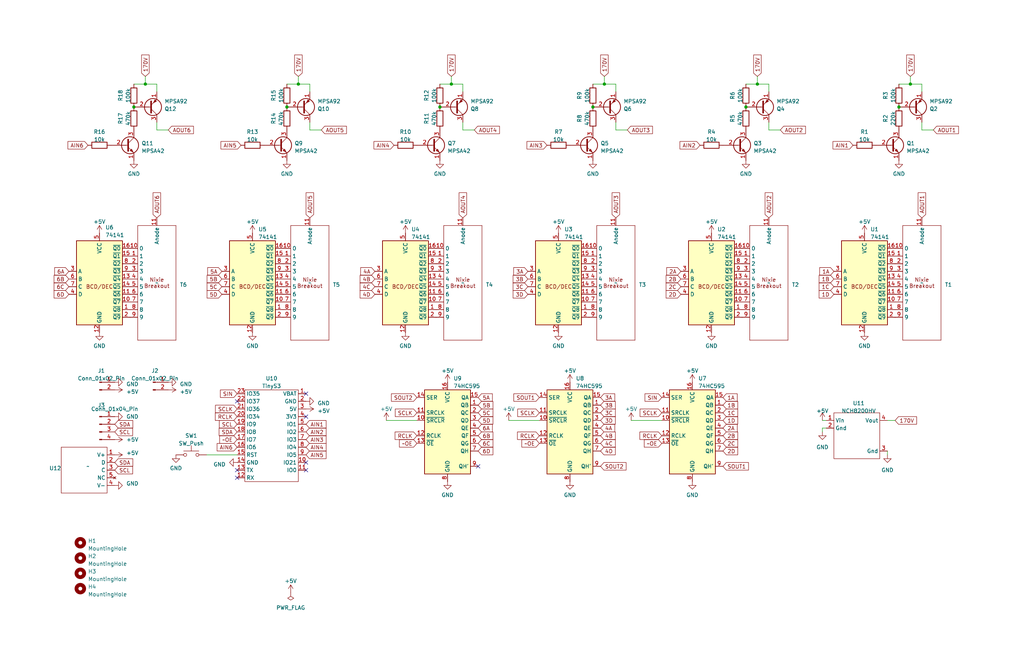
<source format=kicad_sch>
(kicad_sch (version 20230121) (generator eeschema)

  (uuid 40daa84b-a4fb-4795-9759-083443933682)

  (paper "User" 340.004 219.989)

  (title_block
    (title "Stemmett Device")
    (date "2023-02-21")
    (comment 1 "Stemmett Device")
  )

  (lib_symbols
    (symbol "74xx:74HC595" (in_bom yes) (on_board yes)
      (property "Reference" "U" (at -7.62 13.97 0)
        (effects (font (size 1.27 1.27)))
      )
      (property "Value" "74HC595" (at -7.62 -16.51 0)
        (effects (font (size 1.27 1.27)))
      )
      (property "Footprint" "" (at 0 0 0)
        (effects (font (size 1.27 1.27)) hide)
      )
      (property "Datasheet" "http://www.ti.com/lit/ds/symlink/sn74hc595.pdf" (at 0 0 0)
        (effects (font (size 1.27 1.27)) hide)
      )
      (property "ki_keywords" "HCMOS SR 3State" (at 0 0 0)
        (effects (font (size 1.27 1.27)) hide)
      )
      (property "ki_description" "8-bit serial in/out Shift Register 3-State Outputs" (at 0 0 0)
        (effects (font (size 1.27 1.27)) hide)
      )
      (property "ki_fp_filters" "DIP*W7.62mm* SOIC*3.9x9.9mm*P1.27mm* TSSOP*4.4x5mm*P0.65mm* SOIC*5.3x10.2mm*P1.27mm* SOIC*7.5x10.3mm*P1.27mm*" (at 0 0 0)
        (effects (font (size 1.27 1.27)) hide)
      )
      (symbol "74HC595_1_0"
        (pin tri_state line (at 10.16 7.62 180) (length 2.54)
          (name "QB" (effects (font (size 1.27 1.27))))
          (number "1" (effects (font (size 1.27 1.27))))
        )
        (pin input line (at -10.16 2.54 0) (length 2.54)
          (name "~{SRCLR}" (effects (font (size 1.27 1.27))))
          (number "10" (effects (font (size 1.27 1.27))))
        )
        (pin input line (at -10.16 5.08 0) (length 2.54)
          (name "SRCLK" (effects (font (size 1.27 1.27))))
          (number "11" (effects (font (size 1.27 1.27))))
        )
        (pin input line (at -10.16 -2.54 0) (length 2.54)
          (name "RCLK" (effects (font (size 1.27 1.27))))
          (number "12" (effects (font (size 1.27 1.27))))
        )
        (pin input line (at -10.16 -5.08 0) (length 2.54)
          (name "~{OE}" (effects (font (size 1.27 1.27))))
          (number "13" (effects (font (size 1.27 1.27))))
        )
        (pin input line (at -10.16 10.16 0) (length 2.54)
          (name "SER" (effects (font (size 1.27 1.27))))
          (number "14" (effects (font (size 1.27 1.27))))
        )
        (pin tri_state line (at 10.16 10.16 180) (length 2.54)
          (name "QA" (effects (font (size 1.27 1.27))))
          (number "15" (effects (font (size 1.27 1.27))))
        )
        (pin power_in line (at 0 15.24 270) (length 2.54)
          (name "VCC" (effects (font (size 1.27 1.27))))
          (number "16" (effects (font (size 1.27 1.27))))
        )
        (pin tri_state line (at 10.16 5.08 180) (length 2.54)
          (name "QC" (effects (font (size 1.27 1.27))))
          (number "2" (effects (font (size 1.27 1.27))))
        )
        (pin tri_state line (at 10.16 2.54 180) (length 2.54)
          (name "QD" (effects (font (size 1.27 1.27))))
          (number "3" (effects (font (size 1.27 1.27))))
        )
        (pin tri_state line (at 10.16 0 180) (length 2.54)
          (name "QE" (effects (font (size 1.27 1.27))))
          (number "4" (effects (font (size 1.27 1.27))))
        )
        (pin tri_state line (at 10.16 -2.54 180) (length 2.54)
          (name "QF" (effects (font (size 1.27 1.27))))
          (number "5" (effects (font (size 1.27 1.27))))
        )
        (pin tri_state line (at 10.16 -5.08 180) (length 2.54)
          (name "QG" (effects (font (size 1.27 1.27))))
          (number "6" (effects (font (size 1.27 1.27))))
        )
        (pin tri_state line (at 10.16 -7.62 180) (length 2.54)
          (name "QH" (effects (font (size 1.27 1.27))))
          (number "7" (effects (font (size 1.27 1.27))))
        )
        (pin power_in line (at 0 -17.78 90) (length 2.54)
          (name "GND" (effects (font (size 1.27 1.27))))
          (number "8" (effects (font (size 1.27 1.27))))
        )
        (pin output line (at 10.16 -12.7 180) (length 2.54)
          (name "QH'" (effects (font (size 1.27 1.27))))
          (number "9" (effects (font (size 1.27 1.27))))
        )
      )
      (symbol "74HC595_1_1"
        (rectangle (start -7.62 12.7) (end 7.62 -15.24)
          (stroke (width 0.254) (type default))
          (fill (type background))
        )
      )
    )
    (symbol "Connector:Conn_01x02_Pin" (pin_names (offset 1.016) hide) (in_bom yes) (on_board yes)
      (property "Reference" "J" (at 0 2.54 0)
        (effects (font (size 1.27 1.27)))
      )
      (property "Value" "Conn_01x02_Pin" (at 0 -5.08 0)
        (effects (font (size 1.27 1.27)))
      )
      (property "Footprint" "" (at 0 0 0)
        (effects (font (size 1.27 1.27)) hide)
      )
      (property "Datasheet" "~" (at 0 0 0)
        (effects (font (size 1.27 1.27)) hide)
      )
      (property "ki_locked" "" (at 0 0 0)
        (effects (font (size 1.27 1.27)))
      )
      (property "ki_keywords" "connector" (at 0 0 0)
        (effects (font (size 1.27 1.27)) hide)
      )
      (property "ki_description" "Generic connector, single row, 01x02, script generated" (at 0 0 0)
        (effects (font (size 1.27 1.27)) hide)
      )
      (property "ki_fp_filters" "Connector*:*_1x??_*" (at 0 0 0)
        (effects (font (size 1.27 1.27)) hide)
      )
      (symbol "Conn_01x02_Pin_1_1"
        (polyline
          (pts
            (xy 1.27 -2.54)
            (xy 0.8636 -2.54)
          )
          (stroke (width 0.1524) (type default))
          (fill (type none))
        )
        (polyline
          (pts
            (xy 1.27 0)
            (xy 0.8636 0)
          )
          (stroke (width 0.1524) (type default))
          (fill (type none))
        )
        (rectangle (start 0.8636 -2.413) (end 0 -2.667)
          (stroke (width 0.1524) (type default))
          (fill (type outline))
        )
        (rectangle (start 0.8636 0.127) (end 0 -0.127)
          (stroke (width 0.1524) (type default))
          (fill (type outline))
        )
        (pin passive line (at 5.08 0 180) (length 3.81)
          (name "Pin_1" (effects (font (size 1.27 1.27))))
          (number "1" (effects (font (size 1.27 1.27))))
        )
        (pin passive line (at 5.08 -2.54 180) (length 3.81)
          (name "Pin_2" (effects (font (size 1.27 1.27))))
          (number "2" (effects (font (size 1.27 1.27))))
        )
      )
    )
    (symbol "Connector:Conn_01x04_Pin" (pin_names (offset 1.016) hide) (in_bom yes) (on_board yes)
      (property "Reference" "J" (at 0 5.08 0)
        (effects (font (size 1.27 1.27)))
      )
      (property "Value" "Conn_01x04_Pin" (at 0 -7.62 0)
        (effects (font (size 1.27 1.27)))
      )
      (property "Footprint" "" (at 0 0 0)
        (effects (font (size 1.27 1.27)) hide)
      )
      (property "Datasheet" "~" (at 0 0 0)
        (effects (font (size 1.27 1.27)) hide)
      )
      (property "ki_locked" "" (at 0 0 0)
        (effects (font (size 1.27 1.27)))
      )
      (property "ki_keywords" "connector" (at 0 0 0)
        (effects (font (size 1.27 1.27)) hide)
      )
      (property "ki_description" "Generic connector, single row, 01x04, script generated" (at 0 0 0)
        (effects (font (size 1.27 1.27)) hide)
      )
      (property "ki_fp_filters" "Connector*:*_1x??_*" (at 0 0 0)
        (effects (font (size 1.27 1.27)) hide)
      )
      (symbol "Conn_01x04_Pin_1_1"
        (polyline
          (pts
            (xy 1.27 -5.08)
            (xy 0.8636 -5.08)
          )
          (stroke (width 0.1524) (type default))
          (fill (type none))
        )
        (polyline
          (pts
            (xy 1.27 -2.54)
            (xy 0.8636 -2.54)
          )
          (stroke (width 0.1524) (type default))
          (fill (type none))
        )
        (polyline
          (pts
            (xy 1.27 0)
            (xy 0.8636 0)
          )
          (stroke (width 0.1524) (type default))
          (fill (type none))
        )
        (polyline
          (pts
            (xy 1.27 2.54)
            (xy 0.8636 2.54)
          )
          (stroke (width 0.1524) (type default))
          (fill (type none))
        )
        (rectangle (start 0.8636 -4.953) (end 0 -5.207)
          (stroke (width 0.1524) (type default))
          (fill (type outline))
        )
        (rectangle (start 0.8636 -2.413) (end 0 -2.667)
          (stroke (width 0.1524) (type default))
          (fill (type outline))
        )
        (rectangle (start 0.8636 0.127) (end 0 -0.127)
          (stroke (width 0.1524) (type default))
          (fill (type outline))
        )
        (rectangle (start 0.8636 2.667) (end 0 2.413)
          (stroke (width 0.1524) (type default))
          (fill (type outline))
        )
        (pin passive line (at 5.08 2.54 180) (length 3.81)
          (name "Pin_1" (effects (font (size 1.27 1.27))))
          (number "1" (effects (font (size 1.27 1.27))))
        )
        (pin passive line (at 5.08 0 180) (length 3.81)
          (name "Pin_2" (effects (font (size 1.27 1.27))))
          (number "2" (effects (font (size 1.27 1.27))))
        )
        (pin passive line (at 5.08 -2.54 180) (length 3.81)
          (name "Pin_3" (effects (font (size 1.27 1.27))))
          (number "3" (effects (font (size 1.27 1.27))))
        )
        (pin passive line (at 5.08 -5.08 180) (length 3.81)
          (name "Pin_4" (effects (font (size 1.27 1.27))))
          (number "4" (effects (font (size 1.27 1.27))))
        )
      )
    )
    (symbol "Device:R" (pin_numbers hide) (pin_names (offset 0)) (in_bom yes) (on_board yes)
      (property "Reference" "R" (at 2.032 0 90)
        (effects (font (size 1.27 1.27)))
      )
      (property "Value" "R" (at 0 0 90)
        (effects (font (size 1.27 1.27)))
      )
      (property "Footprint" "" (at -1.778 0 90)
        (effects (font (size 1.27 1.27)) hide)
      )
      (property "Datasheet" "~" (at 0 0 0)
        (effects (font (size 1.27 1.27)) hide)
      )
      (property "ki_keywords" "R res resistor" (at 0 0 0)
        (effects (font (size 1.27 1.27)) hide)
      )
      (property "ki_description" "Resistor" (at 0 0 0)
        (effects (font (size 1.27 1.27)) hide)
      )
      (property "ki_fp_filters" "R_*" (at 0 0 0)
        (effects (font (size 1.27 1.27)) hide)
      )
      (symbol "R_0_1"
        (rectangle (start -1.016 -2.54) (end 1.016 2.54)
          (stroke (width 0.254) (type default))
          (fill (type none))
        )
      )
      (symbol "R_1_1"
        (pin passive line (at 0 3.81 270) (length 1.27)
          (name "~" (effects (font (size 1.27 1.27))))
          (number "1" (effects (font (size 1.27 1.27))))
        )
        (pin passive line (at 0 -3.81 90) (length 1.27)
          (name "~" (effects (font (size 1.27 1.27))))
          (number "2" (effects (font (size 1.27 1.27))))
        )
      )
    )
    (symbol "Mechanical:MountingHole" (pin_names (offset 1.016)) (in_bom yes) (on_board yes)
      (property "Reference" "H" (at 0 5.08 0)
        (effects (font (size 1.27 1.27)))
      )
      (property "Value" "MountingHole" (at 0 3.175 0)
        (effects (font (size 1.27 1.27)))
      )
      (property "Footprint" "" (at 0 0 0)
        (effects (font (size 1.27 1.27)) hide)
      )
      (property "Datasheet" "~" (at 0 0 0)
        (effects (font (size 1.27 1.27)) hide)
      )
      (property "ki_keywords" "mounting hole" (at 0 0 0)
        (effects (font (size 1.27 1.27)) hide)
      )
      (property "ki_description" "Mounting Hole without connection" (at 0 0 0)
        (effects (font (size 1.27 1.27)) hide)
      )
      (property "ki_fp_filters" "MountingHole*" (at 0 0 0)
        (effects (font (size 1.27 1.27)) hide)
      )
      (symbol "MountingHole_0_1"
        (circle (center 0 0) (radius 1.27)
          (stroke (width 1.27) (type default))
          (fill (type none))
        )
      )
    )
    (symbol "Nixie:74141" (in_bom yes) (on_board yes)
      (property "Reference" "U" (at -5.08 15.24 0)
        (effects (font (size 1.27 1.27)))
      )
      (property "Value" "74141" (at 0 1.27 0)
        (effects (font (size 1.27 1.27)))
      )
      (property "Footprint" "" (at 0 0 0)
        (effects (font (size 1.27 1.27)) hide)
      )
      (property "Datasheet" "https://pdf1.alldatasheet.com/datasheet-pdf/view/115763/TI/SN74141.html" (at 3.81 -29.21 0)
        (effects (font (size 1.27 1.27)) hide)
      )
      (symbol "74141_0_0"
        (text "BCD/DEC" (at 0 -1.27 0)
          (effects (font (size 1.27 1.27)))
        )
        (pin power_in line (at 0 -16.51 90) (length 2.54)
          (name "GND" (effects (font (size 1.27 1.27))))
          (number "12" (effects (font (size 1.27 1.27))))
        )
        (pin power_in line (at 0 16.51 270) (length 2.54)
          (name "VCC" (effects (font (size 1.27 1.27))))
          (number "5" (effects (font (size 1.27 1.27))))
        )
      )
      (symbol "74141_0_1"
        (rectangle (start -7.62 13.97) (end 7.62 -13.97)
          (stroke (width 0.254) (type default))
          (fill (type background))
        )
      )
      (symbol "74141_1_1"
        (pin open_collector line (at 10.16 -8.89 180) (length 2.54)
          (name "~{Q8}" (effects (font (size 1.27 1.27))))
          (number "1" (effects (font (size 1.27 1.27))))
        )
        (pin open_collector line (at 10.16 -6.35 180) (length 2.54)
          (name "~{Q7}" (effects (font (size 1.27 1.27))))
          (number "10" (effects (font (size 1.27 1.27))))
        )
        (pin open_collector line (at 10.16 -3.81 180) (length 2.54)
          (name "~{Q6}" (effects (font (size 1.27 1.27))))
          (number "11" (effects (font (size 1.27 1.27))))
        )
        (pin open_collector line (at 10.16 1.27 180) (length 2.54)
          (name "~{Q4}" (effects (font (size 1.27 1.27))))
          (number "13" (effects (font (size 1.27 1.27))))
        )
        (pin open_collector line (at 10.16 -1.27 180) (length 2.54)
          (name "~{Q5}" (effects (font (size 1.27 1.27))))
          (number "14" (effects (font (size 1.27 1.27))))
        )
        (pin open_collector line (at 10.16 8.89 180) (length 2.54)
          (name "~{Q1}" (effects (font (size 1.27 1.27))))
          (number "15" (effects (font (size 1.27 1.27))))
        )
        (pin open_collector line (at 10.16 11.43 180) (length 2.54)
          (name "~{Q0}" (effects (font (size 1.27 1.27))))
          (number "16" (effects (font (size 1.27 1.27))))
        )
        (pin open_collector line (at 10.16 -11.43 180) (length 2.54)
          (name "~{Q9}" (effects (font (size 1.27 1.27))))
          (number "2" (effects (font (size 1.27 1.27))))
        )
        (pin input line (at -10.16 3.81 0) (length 2.54)
          (name "A" (effects (font (size 1.27 1.27))))
          (number "3" (effects (font (size 1.27 1.27))))
        )
        (pin input line (at -10.16 -3.81 0) (length 2.54)
          (name "D" (effects (font (size 1.27 1.27))))
          (number "4" (effects (font (size 1.27 1.27))))
        )
        (pin input line (at -10.16 1.27 0) (length 2.54)
          (name "B" (effects (font (size 1.27 1.27))))
          (number "6" (effects (font (size 1.27 1.27))))
        )
        (pin input line (at -10.16 -1.27 0) (length 2.54)
          (name "C" (effects (font (size 1.27 1.27))))
          (number "7" (effects (font (size 1.27 1.27))))
        )
        (pin open_collector line (at 10.16 6.35 180) (length 2.54)
          (name "~{Q2}" (effects (font (size 1.27 1.27))))
          (number "8" (effects (font (size 1.27 1.27))))
        )
        (pin open_collector line (at 10.16 3.81 180) (length 2.54)
          (name "~{Q3}" (effects (font (size 1.27 1.27))))
          (number "9" (effects (font (size 1.27 1.27))))
        )
      )
    )
    (symbol "Nixie:DS3231" (in_bom yes) (on_board yes)
      (property "Reference" "U" (at 0 -2.54 0)
        (effects (font (size 1.27 1.27)))
      )
      (property "Value" "DS3231" (at 0 0 0)
        (effects (font (size 1.27 1.27)))
      )
      (property "Footprint" "" (at -2.54 -1.27 0)
        (effects (font (size 1.27 1.27)) hide)
      )
      (property "Datasheet" "" (at -2.54 -1.27 0)
        (effects (font (size 1.27 1.27)) hide)
      )
      (symbol "DS3231_0_1"
        (rectangle (start -7.62 7.62) (end 7.62 -7.62)
          (stroke (width 0) (type default))
          (fill (type none))
        )
      )
      (symbol "DS3231_1_1"
        (pin passive line (at -10.16 -5.08 0) (length 2.54)
          (name "V+" (effects (font (size 1.27 1.27))))
          (number "1" (effects (font (size 1.27 1.27))))
        )
        (pin passive line (at -10.16 -2.54 0) (length 2.54)
          (name "D" (effects (font (size 1.27 1.27))))
          (number "2" (effects (font (size 1.27 1.27))))
        )
        (pin passive line (at -10.16 0 0) (length 2.54)
          (name "C" (effects (font (size 1.27 1.27))))
          (number "3" (effects (font (size 1.27 1.27))))
        )
        (pin passive line (at -10.16 5.08 0) (length 2.54)
          (name "V-" (effects (font (size 1.27 1.27))))
          (number "4" (effects (font (size 1.27 1.27))))
        )
        (pin no_connect line (at -10.16 2.54 0) (length 2.54)
          (name "NC" (effects (font (size 1.27 1.27))))
          (number "5" (effects (font (size 1.27 1.27))))
        )
      )
    )
    (symbol "Nixie:NCH8200HV" (in_bom yes) (on_board yes)
      (property "Reference" "U" (at -6.35 8.89 0)
        (effects (font (size 1.27 1.27)))
      )
      (property "Value" "NCH8200HV" (at 0 0 0)
        (effects (font (size 1.27 1.27)))
      )
      (property "Footprint" "" (at 0 1.27 0)
        (effects (font (size 1.27 1.27)) hide)
      )
      (property "Datasheet" "" (at 0 1.27 0)
        (effects (font (size 1.27 1.27)) hide)
      )
      (symbol "NCH8200HV_0_1"
        (rectangle (start -7.62 7.62) (end 7.62 -7.62)
          (stroke (width 0) (type default))
          (fill (type none))
        )
        (rectangle (start 8.89 -5.08) (end 8.89 -5.08)
          (stroke (width 0) (type default))
          (fill (type none))
        )
      )
      (symbol "NCH8200HV_1_1"
        (pin power_in line (at -10.16 5.08 0) (length 2.54)
          (name "Vin" (effects (font (size 1.27 1.27))))
          (number "1" (effects (font (size 1.27 1.27))))
        )
        (pin power_in line (at -10.16 2.54 0) (length 2.54)
          (name "Gnd" (effects (font (size 1.27 1.27))))
          (number "2" (effects (font (size 1.27 1.27))))
        )
        (pin power_out line (at 10.16 -5.08 180) (length 2.54)
          (name "Gnd" (effects (font (size 1.27 1.27))))
          (number "3" (effects (font (size 1.27 1.27))))
        )
        (pin power_out line (at 10.16 5.08 180) (length 2.54)
          (name "Vout" (effects (font (size 1.27 1.27))))
          (number "4" (effects (font (size 1.27 1.27))))
        )
      )
    )
    (symbol "Nixie:PL31_Breakout" (in_bom yes) (on_board yes)
      (property "Reference" "T" (at 0 3.81 0)
        (effects (font (size 1.27 1.27)))
      )
      (property "Value" "" (at 0 0 0)
        (effects (font (size 1.27 1.27)))
      )
      (property "Footprint" "" (at 0 0 0)
        (effects (font (size 1.27 1.27)) hide)
      )
      (property "Datasheet" "" (at 0 0 0)
        (effects (font (size 1.27 1.27)) hide)
      )
      (symbol "PL31_Breakout_0_1"
        (polyline
          (pts
            (xy -6.35 19.05)
            (xy -6.35 -19.05)
          )
          (stroke (width 0) (type default))
          (fill (type none))
        )
        (polyline
          (pts
            (xy -6.35 19.05)
            (xy 6.35 19.05)
          )
          (stroke (width 0) (type default))
          (fill (type none))
        )
        (polyline
          (pts
            (xy 6.35 -19.05)
            (xy -6.35 -19.05)
          )
          (stroke (width 0) (type default))
          (fill (type none))
        )
        (polyline
          (pts
            (xy 6.35 19.05)
            (xy 6.35 -19.05)
          )
          (stroke (width 0) (type default))
          (fill (type none))
        )
        (text "Nixie\nBreakout" (at 0 0 0)
          (effects (font (size 1.27 1.27)))
        )
      )
      (symbol "PL31_Breakout_1_1"
        (pin passive line (at -8.89 8.89 0) (length 2.54)
          (name "1" (effects (font (size 1.27 1.27))))
          (number "1" (effects (font (size 1.27 1.27))))
        )
        (pin passive line (at -8.89 11.43 0) (length 2.54)
          (name "0" (effects (font (size 1.27 1.27))))
          (number "10" (effects (font (size 1.27 1.27))))
        )
        (pin passive line (at 0 21.59 270) (length 2.54)
          (name "Anode" (effects (font (size 1.27 1.27))))
          (number "11" (effects (font (size 1.27 1.27))))
        )
        (pin passive line (at -8.89 6.35 0) (length 2.54)
          (name "2" (effects (font (size 1.27 1.27))))
          (number "2" (effects (font (size 1.27 1.27))))
        )
        (pin passive line (at -8.89 3.81 0) (length 2.54)
          (name "3" (effects (font (size 1.27 1.27))))
          (number "3" (effects (font (size 1.27 1.27))))
        )
        (pin passive line (at -8.89 1.27 0) (length 2.54)
          (name "4" (effects (font (size 1.27 1.27))))
          (number "4" (effects (font (size 1.27 1.27))))
        )
        (pin passive line (at -8.89 -1.27 0) (length 2.54)
          (name "5" (effects (font (size 1.27 1.27))))
          (number "5" (effects (font (size 1.27 1.27))))
        )
        (pin passive line (at -8.89 -3.81 0) (length 2.54)
          (name "6" (effects (font (size 1.27 1.27))))
          (number "6" (effects (font (size 1.27 1.27))))
        )
        (pin passive line (at -8.89 -6.35 0) (length 2.54)
          (name "7" (effects (font (size 1.27 1.27))))
          (number "7" (effects (font (size 1.27 1.27))))
        )
        (pin passive line (at -8.89 -8.89 0) (length 2.54)
          (name "8" (effects (font (size 1.27 1.27))))
          (number "8" (effects (font (size 1.27 1.27))))
        )
        (pin passive line (at -8.89 -11.43 0) (length 2.54)
          (name "9" (effects (font (size 1.27 1.27))))
          (number "9" (effects (font (size 1.27 1.27))))
        )
      )
    )
    (symbol "Nixie:TinyS3_Symbol_Modified" (in_bom yes) (on_board yes)
      (property "Reference" "U10" (at 0 19.05 0)
        (effects (font (size 1.27 1.27)))
      )
      (property "Value" "TinyS3" (at 0 16.51 0)
        (effects (font (size 1.27 1.27)))
      )
      (property "Footprint" "ESP32S3:TinyS3" (at -5.334 -2.286 0)
        (effects (font (size 1.27 1.27)) hide)
      )
      (property "Datasheet" "" (at -5.334 -2.286 0)
        (effects (font (size 1.27 1.27)) hide)
      )
      (symbol "TinyS3_Symbol_Modified_0_1"
        (rectangle (start -8.89 15.24) (end 8.89 -15.24)
          (stroke (width 0.1524) (type default))
          (fill (type none))
        )
      )
      (symbol "TinyS3_Symbol_Modified_1_1"
        (pin power_in line (at 11.43 13.97 180) (length 2.54)
          (name "VBAT" (effects (font (size 1.27 1.27))))
          (number "1" (effects (font (size 1.27 1.27))))
        )
        (pin bidirectional line (at 11.43 -8.89 180) (length 2.54)
          (name "IO21" (effects (font (size 1.27 1.27))))
          (number "10" (effects (font (size 1.27 1.27))))
        )
        (pin bidirectional line (at 11.43 -11.43 180) (length 2.54)
          (name "IO0" (effects (font (size 1.27 1.27))))
          (number "11" (effects (font (size 1.27 1.27))))
        )
        (pin bidirectional line (at -11.43 -13.97 0) (length 2.54)
          (name "RX" (effects (font (size 1.27 1.27))))
          (number "12" (effects (font (size 1.27 1.27))))
        )
        (pin bidirectional line (at -11.43 -11.43 0) (length 2.54)
          (name "TX" (effects (font (size 1.27 1.27))))
          (number "13" (effects (font (size 1.27 1.27))))
        )
        (pin power_in line (at -11.43 -8.89 0) (length 2.54)
          (name "GND" (effects (font (size 1.27 1.27))))
          (number "14" (effects (font (size 1.27 1.27))))
        )
        (pin input line (at -11.43 -6.35 0) (length 2.54)
          (name "RST" (effects (font (size 1.27 1.27))))
          (number "15" (effects (font (size 1.27 1.27))))
        )
        (pin bidirectional line (at -11.43 -3.81 0) (length 2.54)
          (name "IO6" (effects (font (size 1.27 1.27))))
          (number "16" (effects (font (size 1.27 1.27))))
        )
        (pin bidirectional line (at -11.43 -1.27 0) (length 2.54)
          (name "IO7" (effects (font (size 1.27 1.27))))
          (number "17" (effects (font (size 1.27 1.27))))
        )
        (pin bidirectional line (at -11.43 1.27 0) (length 2.54)
          (name "IO8" (effects (font (size 1.27 1.27))))
          (number "18" (effects (font (size 1.27 1.27))))
        )
        (pin bidirectional line (at -11.43 3.81 0) (length 2.54)
          (name "IO9" (effects (font (size 1.27 1.27))))
          (number "19" (effects (font (size 1.27 1.27))))
        )
        (pin power_in line (at 11.43 11.43 180) (length 2.54)
          (name "GND" (effects (font (size 1.27 1.27))))
          (number "2" (effects (font (size 1.27 1.27))))
        )
        (pin bidirectional line (at -11.43 6.35 0) (length 2.54)
          (name "IO34" (effects (font (size 1.27 1.27))))
          (number "20" (effects (font (size 1.27 1.27))))
        )
        (pin bidirectional line (at -11.43 8.89 0) (length 2.54)
          (name "IO36" (effects (font (size 1.27 1.27))))
          (number "21" (effects (font (size 1.27 1.27))))
        )
        (pin bidirectional line (at -11.43 11.43 0) (length 2.54)
          (name "IO37" (effects (font (size 1.27 1.27))))
          (number "22" (effects (font (size 1.27 1.27))))
        )
        (pin bidirectional line (at -11.43 13.97 0) (length 2.54)
          (name "IO35" (effects (font (size 1.27 1.27))))
          (number "23" (effects (font (size 1.27 1.27))))
        )
        (pin power_in line (at 11.43 8.89 180) (length 2.54)
          (name "5V" (effects (font (size 1.27 1.27))))
          (number "3" (effects (font (size 1.27 1.27))))
        )
        (pin power_in line (at 11.43 6.35 180) (length 2.54)
          (name "3V3" (effects (font (size 1.27 1.27))))
          (number "4" (effects (font (size 1.27 1.27))))
        )
        (pin bidirectional line (at 11.43 3.81 180) (length 2.54)
          (name "IO1" (effects (font (size 1.27 1.27))))
          (number "5" (effects (font (size 1.27 1.27))))
        )
        (pin bidirectional line (at 11.43 1.27 180) (length 2.54)
          (name "IO2" (effects (font (size 1.27 1.27))))
          (number "6" (effects (font (size 1.27 1.27))))
        )
        (pin bidirectional line (at 11.43 -1.27 180) (length 2.54)
          (name "IO3" (effects (font (size 1.27 1.27))))
          (number "7" (effects (font (size 1.27 1.27))))
        )
        (pin bidirectional line (at 11.43 -3.81 180) (length 2.54)
          (name "IO4" (effects (font (size 1.27 1.27))))
          (number "8" (effects (font (size 1.27 1.27))))
        )
        (pin bidirectional line (at 11.43 -6.35 180) (length 2.54)
          (name "IO5" (effects (font (size 1.27 1.27))))
          (number "9" (effects (font (size 1.27 1.27))))
        )
      )
    )
    (symbol "Switch:SW_Push" (pin_numbers hide) (pin_names (offset 1.016) hide) (in_bom yes) (on_board yes)
      (property "Reference" "SW" (at 1.27 2.54 0)
        (effects (font (size 1.27 1.27)) (justify left))
      )
      (property "Value" "SW_Push" (at 0 -1.524 0)
        (effects (font (size 1.27 1.27)))
      )
      (property "Footprint" "" (at 0 5.08 0)
        (effects (font (size 1.27 1.27)) hide)
      )
      (property "Datasheet" "~" (at 0 5.08 0)
        (effects (font (size 1.27 1.27)) hide)
      )
      (property "ki_keywords" "switch normally-open pushbutton push-button" (at 0 0 0)
        (effects (font (size 1.27 1.27)) hide)
      )
      (property "ki_description" "Push button switch, generic, two pins" (at 0 0 0)
        (effects (font (size 1.27 1.27)) hide)
      )
      (symbol "SW_Push_0_1"
        (circle (center -2.032 0) (radius 0.508)
          (stroke (width 0) (type default))
          (fill (type none))
        )
        (polyline
          (pts
            (xy 0 1.27)
            (xy 0 3.048)
          )
          (stroke (width 0) (type default))
          (fill (type none))
        )
        (polyline
          (pts
            (xy 2.54 1.27)
            (xy -2.54 1.27)
          )
          (stroke (width 0) (type default))
          (fill (type none))
        )
        (circle (center 2.032 0) (radius 0.508)
          (stroke (width 0) (type default))
          (fill (type none))
        )
        (pin passive line (at -5.08 0 0) (length 2.54)
          (name "1" (effects (font (size 1.27 1.27))))
          (number "1" (effects (font (size 1.27 1.27))))
        )
        (pin passive line (at 5.08 0 180) (length 2.54)
          (name "2" (effects (font (size 1.27 1.27))))
          (number "2" (effects (font (size 1.27 1.27))))
        )
      )
    )
    (symbol "Transistor_BJT:MPSA42" (pin_names (offset 1.016) hide) (in_bom yes) (on_board yes)
      (property "Reference" "Q" (at 5.08 1.905 0)
        (effects (font (size 1.27 1.27)) (justify left))
      )
      (property "Value" "MPSA42" (at 5.08 0 0)
        (effects (font (size 1.27 1.27)) (justify left))
      )
      (property "Footprint" "Package_TO_SOT_THT:TO-92_Inline" (at 5.08 -1.905 0)
        (effects (font (size 1.27 1.27) italic) (justify left) hide)
      )
      (property "Datasheet" "http://www.onsemi.com/pub_link/Collateral/MPSA42-D.PDF" (at 0 0 0)
        (effects (font (size 1.27 1.27)) (justify left) hide)
      )
      (property "ki_keywords" "NPN High Voltage Transistor" (at 0 0 0)
        (effects (font (size 1.27 1.27)) hide)
      )
      (property "ki_description" "0.5A Ic, 300V Vce, NPN High Voltage Transistor, TO-92" (at 0 0 0)
        (effects (font (size 1.27 1.27)) hide)
      )
      (property "ki_fp_filters" "TO?92*" (at 0 0 0)
        (effects (font (size 1.27 1.27)) hide)
      )
      (symbol "MPSA42_0_1"
        (polyline
          (pts
            (xy 0 0)
            (xy 0.635 0)
          )
          (stroke (width 0) (type default))
          (fill (type none))
        )
        (polyline
          (pts
            (xy 0.635 0.635)
            (xy 2.54 2.54)
          )
          (stroke (width 0) (type default))
          (fill (type none))
        )
        (polyline
          (pts
            (xy 0.635 -0.635)
            (xy 2.54 -2.54)
            (xy 2.54 -2.54)
          )
          (stroke (width 0) (type default))
          (fill (type none))
        )
        (polyline
          (pts
            (xy 0.635 1.905)
            (xy 0.635 -1.905)
            (xy 0.635 -1.905)
          )
          (stroke (width 0.508) (type default))
          (fill (type none))
        )
        (polyline
          (pts
            (xy 1.27 -1.778)
            (xy 1.778 -1.27)
            (xy 2.286 -2.286)
            (xy 1.27 -1.778)
            (xy 1.27 -1.778)
          )
          (stroke (width 0) (type default))
          (fill (type outline))
        )
        (circle (center 1.27 0) (radius 2.8194)
          (stroke (width 0.254) (type default))
          (fill (type none))
        )
      )
      (symbol "MPSA42_1_1"
        (pin passive line (at 2.54 -5.08 90) (length 2.54)
          (name "E" (effects (font (size 1.27 1.27))))
          (number "1" (effects (font (size 1.27 1.27))))
        )
        (pin input line (at -5.08 0 0) (length 5.08)
          (name "B" (effects (font (size 1.27 1.27))))
          (number "2" (effects (font (size 1.27 1.27))))
        )
        (pin passive line (at 2.54 5.08 270) (length 2.54)
          (name "C" (effects (font (size 1.27 1.27))))
          (number "3" (effects (font (size 1.27 1.27))))
        )
      )
    )
    (symbol "Transistor_BJT:MPSA92" (pin_names (offset 1.016) hide) (in_bom yes) (on_board yes)
      (property "Reference" "Q" (at 5.08 1.905 0)
        (effects (font (size 1.27 1.27)) (justify left))
      )
      (property "Value" "MPSA92" (at 5.08 0 0)
        (effects (font (size 1.27 1.27)) (justify left))
      )
      (property "Footprint" "Package_TO_SOT_THT:TO-92_Inline" (at 5.08 -1.905 0)
        (effects (font (size 1.27 1.27) italic) (justify left) hide)
      )
      (property "Datasheet" "http://www.onsemi.com/pub_link/Collateral/MPSA92-D.PDF" (at 0 0 0)
        (effects (font (size 1.27 1.27)) (justify left) hide)
      )
      (property "ki_keywords" "PNP High Voltage Transistor" (at 0 0 0)
        (effects (font (size 1.27 1.27)) hide)
      )
      (property "ki_description" "0.5A Ic, 300V Vce, PNP High Voltage Transistor, TO-92" (at 0 0 0)
        (effects (font (size 1.27 1.27)) hide)
      )
      (property "ki_fp_filters" "TO?92*" (at 0 0 0)
        (effects (font (size 1.27 1.27)) hide)
      )
      (symbol "MPSA92_0_1"
        (polyline
          (pts
            (xy 0 0)
            (xy 0.635 0)
          )
          (stroke (width 0) (type default))
          (fill (type none))
        )
        (polyline
          (pts
            (xy 2.54 -2.54)
            (xy 0.635 -0.635)
          )
          (stroke (width 0) (type default))
          (fill (type none))
        )
        (polyline
          (pts
            (xy 2.54 2.54)
            (xy 0.635 0.635)
          )
          (stroke (width 0) (type default))
          (fill (type none))
        )
        (polyline
          (pts
            (xy 0.635 1.905)
            (xy 0.635 -1.905)
            (xy 0.635 -1.905)
          )
          (stroke (width 0.508) (type default))
          (fill (type outline))
        )
        (polyline
          (pts
            (xy 1.905 -2.413)
            (xy 2.413 -1.905)
            (xy 1.397 -1.397)
            (xy 1.905 -2.413)
            (xy 1.905 -2.413)
          )
          (stroke (width 0) (type default))
          (fill (type outline))
        )
        (circle (center 1.27 0) (radius 2.8194)
          (stroke (width 0.254) (type default))
          (fill (type none))
        )
      )
      (symbol "MPSA92_1_1"
        (pin passive line (at 2.54 -5.08 90) (length 2.54)
          (name "E" (effects (font (size 1.27 1.27))))
          (number "1" (effects (font (size 1.27 1.27))))
        )
        (pin input line (at -5.08 0 0) (length 5.08)
          (name "B" (effects (font (size 1.27 1.27))))
          (number "2" (effects (font (size 1.27 1.27))))
        )
        (pin passive line (at 2.54 5.08 270) (length 2.54)
          (name "C" (effects (font (size 1.27 1.27))))
          (number "3" (effects (font (size 1.27 1.27))))
        )
      )
    )
    (symbol "power:+5V" (power) (pin_names (offset 0)) (in_bom yes) (on_board yes)
      (property "Reference" "#PWR" (at 0 -3.81 0)
        (effects (font (size 1.27 1.27)) hide)
      )
      (property "Value" "+5V" (at 0 3.556 0)
        (effects (font (size 1.27 1.27)))
      )
      (property "Footprint" "" (at 0 0 0)
        (effects (font (size 1.27 1.27)) hide)
      )
      (property "Datasheet" "" (at 0 0 0)
        (effects (font (size 1.27 1.27)) hide)
      )
      (property "ki_keywords" "global power" (at 0 0 0)
        (effects (font (size 1.27 1.27)) hide)
      )
      (property "ki_description" "Power symbol creates a global label with name \"+5V\"" (at 0 0 0)
        (effects (font (size 1.27 1.27)) hide)
      )
      (symbol "+5V_0_1"
        (polyline
          (pts
            (xy -0.762 1.27)
            (xy 0 2.54)
          )
          (stroke (width 0) (type default))
          (fill (type none))
        )
        (polyline
          (pts
            (xy 0 0)
            (xy 0 2.54)
          )
          (stroke (width 0) (type default))
          (fill (type none))
        )
        (polyline
          (pts
            (xy 0 2.54)
            (xy 0.762 1.27)
          )
          (stroke (width 0) (type default))
          (fill (type none))
        )
      )
      (symbol "+5V_1_1"
        (pin power_in line (at 0 0 90) (length 0) hide
          (name "+5V" (effects (font (size 1.27 1.27))))
          (number "1" (effects (font (size 1.27 1.27))))
        )
      )
    )
    (symbol "power:GND" (power) (pin_names (offset 0)) (in_bom yes) (on_board yes)
      (property "Reference" "#PWR" (at 0 -6.35 0)
        (effects (font (size 1.27 1.27)) hide)
      )
      (property "Value" "GND" (at 0 -3.81 0)
        (effects (font (size 1.27 1.27)))
      )
      (property "Footprint" "" (at 0 0 0)
        (effects (font (size 1.27 1.27)) hide)
      )
      (property "Datasheet" "" (at 0 0 0)
        (effects (font (size 1.27 1.27)) hide)
      )
      (property "ki_keywords" "global power" (at 0 0 0)
        (effects (font (size 1.27 1.27)) hide)
      )
      (property "ki_description" "Power symbol creates a global label with name \"GND\" , ground" (at 0 0 0)
        (effects (font (size 1.27 1.27)) hide)
      )
      (symbol "GND_0_1"
        (polyline
          (pts
            (xy 0 0)
            (xy 0 -1.27)
            (xy 1.27 -1.27)
            (xy 0 -2.54)
            (xy -1.27 -1.27)
            (xy 0 -1.27)
          )
          (stroke (width 0) (type default))
          (fill (type none))
        )
      )
      (symbol "GND_1_1"
        (pin power_in line (at 0 0 270) (length 0) hide
          (name "GND" (effects (font (size 1.27 1.27))))
          (number "1" (effects (font (size 1.27 1.27))))
        )
      )
    )
    (symbol "power:PWR_FLAG" (power) (pin_numbers hide) (pin_names (offset 0) hide) (in_bom yes) (on_board yes)
      (property "Reference" "#FLG" (at 0 1.905 0)
        (effects (font (size 1.27 1.27)) hide)
      )
      (property "Value" "PWR_FLAG" (at 0 3.81 0)
        (effects (font (size 1.27 1.27)))
      )
      (property "Footprint" "" (at 0 0 0)
        (effects (font (size 1.27 1.27)) hide)
      )
      (property "Datasheet" "~" (at 0 0 0)
        (effects (font (size 1.27 1.27)) hide)
      )
      (property "ki_keywords" "flag power" (at 0 0 0)
        (effects (font (size 1.27 1.27)) hide)
      )
      (property "ki_description" "Special symbol for telling ERC where power comes from" (at 0 0 0)
        (effects (font (size 1.27 1.27)) hide)
      )
      (symbol "PWR_FLAG_0_0"
        (pin power_out line (at 0 0 90) (length 0)
          (name "pwr" (effects (font (size 1.27 1.27))))
          (number "1" (effects (font (size 1.27 1.27))))
        )
      )
      (symbol "PWR_FLAG_0_1"
        (polyline
          (pts
            (xy 0 0)
            (xy 0 1.27)
            (xy -1.016 1.905)
            (xy 0 2.54)
            (xy 1.016 1.905)
            (xy 0 1.27)
          )
          (stroke (width 0) (type default))
          (fill (type none))
        )
      )
    )
  )

  (junction (at 298.45 35.56) (diameter 0) (color 0 0 0 0)
    (uuid 1e239f48-2442-476b-bd7c-a4cb0023fef1)
  )
  (junction (at 99.06 27.94) (diameter 0) (color 0 0 0 0)
    (uuid 28fc861b-f7ab-41af-836c-fc8aac196fdd)
  )
  (junction (at 196.85 35.56) (diameter 0) (color 0 0 0 0)
    (uuid 2908cc94-267c-478f-9093-98925c08d88a)
  )
  (junction (at 44.45 35.56) (diameter 0) (color 0 0 0 0)
    (uuid 491880c6-17d6-4ca2-b1d8-a31502770bf6)
  )
  (junction (at 146.05 35.56) (diameter 0) (color 0 0 0 0)
    (uuid 5152dfd1-6509-4424-935d-63ce8835c704)
  )
  (junction (at 95.25 35.56) (diameter 0) (color 0 0 0 0)
    (uuid 5d74e4a2-aba8-4310-9df7-3d449af60fd5)
  )
  (junction (at 251.46 27.94) (diameter 0) (color 0 0 0 0)
    (uuid 93fd23d7-7cdd-43a1-983a-b6b0307e6799)
  )
  (junction (at 48.26 27.94) (diameter 0) (color 0 0 0 0)
    (uuid 9d054212-7c8e-4a73-982b-62754eda9275)
  )
  (junction (at 200.66 27.94) (diameter 0) (color 0 0 0 0)
    (uuid a820b085-75bd-4895-9de8-f4521b610848)
  )
  (junction (at 247.65 35.56) (diameter 0) (color 0 0 0 0)
    (uuid b7c64fb4-b134-4127-be38-8201d313c387)
  )
  (junction (at 149.86 27.94) (diameter 0) (color 0 0 0 0)
    (uuid c748e244-1cac-43cd-bfdc-9b2084f04f98)
  )
  (junction (at 302.26 27.94) (diameter 0) (color 0 0 0 0)
    (uuid ed7aa3d9-0b7c-4f48-942a-6032960f3e97)
  )

  (no_connect (at 78.74 158.75) (uuid 2c64b028-07f7-4196-a945-9afb8a9b6485))
  (no_connect (at 78.74 156.21) (uuid 2ea3779e-01dd-4f4f-a77f-a2b4ed23364c))
  (no_connect (at 101.6 153.67) (uuid 63793e2a-c8e5-4f2d-8598-abe0529f8117))
  (no_connect (at 101.6 138.43) (uuid 6782ff64-d347-4659-8aea-d49ab13cfdac))
  (no_connect (at 101.6 130.81) (uuid 8d98fe36-ea38-4bc9-abd0-7649a1c28d1a))
  (no_connect (at 78.74 133.35) (uuid b4bbf207-5e33-4fa6-95a4-33d413f42fdd))
  (no_connect (at 158.75 154.94) (uuid c830f799-36eb-4f36-8454-b163d166ef7b))
  (no_connect (at 101.6 156.21) (uuid ef11b31e-38b7-4543-9b8b-8d4a8d1255e9))

  (wire (pts (xy 153.67 43.18) (xy 153.67 40.64))
    (stroke (width 0) (type default))
    (uuid 160667eb-a5e3-4acb-99fe-15f28f4beb2b)
  )
  (wire (pts (xy 52.07 30.48) (xy 52.07 27.94))
    (stroke (width 0) (type default))
    (uuid 16556002-ec5b-4a5c-abc9-786fb3af9cc8)
  )
  (wire (pts (xy 273.05 139.7) (xy 274.32 139.7))
    (stroke (width 0) (type default))
    (uuid 1766147e-b77e-4e89-9481-de65abecb37a)
  )
  (wire (pts (xy 149.86 25.4) (xy 149.86 27.94))
    (stroke (width 0) (type default))
    (uuid 1aa48e27-4f16-4d04-9994-473695aece3d)
  )
  (wire (pts (xy 219.71 139.7) (xy 209.55 139.7))
    (stroke (width 0) (type default))
    (uuid 1c7ca7a2-d590-4207-92df-d09a58a40dfc)
  )
  (wire (pts (xy 297.18 139.7) (xy 294.64 139.7))
    (stroke (width 0) (type default))
    (uuid 1f9a3aec-1fd9-45d3-93ae-78d2b2d04616)
  )
  (wire (pts (xy 48.26 25.4) (xy 48.26 27.94))
    (stroke (width 0) (type default))
    (uuid 266f75ec-3f91-4a6a-9224-db4ead31bff1)
  )
  (wire (pts (xy 302.26 27.94) (xy 298.45 27.94))
    (stroke (width 0) (type default))
    (uuid 37f6b6aa-e20a-4e71-9787-a9a114a190c8)
  )
  (wire (pts (xy 102.87 27.94) (xy 99.06 27.94))
    (stroke (width 0) (type default))
    (uuid 41d63b9e-696a-48fe-bfb3-03b9590b56b9)
  )
  (wire (pts (xy 149.86 27.94) (xy 146.05 27.94))
    (stroke (width 0) (type default))
    (uuid 4338b9e9-f661-44a9-a9e4-354b00e6ca1d)
  )
  (wire (pts (xy 255.27 43.18) (xy 255.27 40.64))
    (stroke (width 0) (type default))
    (uuid 48d97837-6919-46f5-8981-c3a988688e5f)
  )
  (wire (pts (xy 204.47 30.48) (xy 204.47 27.94))
    (stroke (width 0) (type default))
    (uuid 4eaeb3fe-81b1-4a1e-ab6d-581389881707)
  )
  (wire (pts (xy 273.05 142.24) (xy 274.32 142.24))
    (stroke (width 0) (type default))
    (uuid 54affe79-35c4-4f78-8481-78771f89d338)
  )
  (wire (pts (xy 200.66 25.4) (xy 200.66 27.94))
    (stroke (width 0) (type default))
    (uuid 5c1f8072-4858-4d7a-81c3-36191954abf3)
  )
  (wire (pts (xy 302.26 25.4) (xy 302.26 27.94))
    (stroke (width 0) (type default))
    (uuid 6281db71-1c18-4422-b434-71b6b4c080af)
  )
  (wire (pts (xy 208.28 43.18) (xy 204.47 43.18))
    (stroke (width 0) (type default))
    (uuid 676eeeef-8713-48bd-831a-7f626fb72f86)
  )
  (wire (pts (xy 251.46 25.4) (xy 251.46 27.94))
    (stroke (width 0) (type default))
    (uuid 67c5971e-131a-4de7-9b68-29e0f55a46f9)
  )
  (wire (pts (xy 106.68 43.18) (xy 102.87 43.18))
    (stroke (width 0) (type default))
    (uuid 6dcc3930-f819-4e2d-a2e4-579c58f91870)
  )
  (wire (pts (xy 309.88 43.18) (xy 306.07 43.18))
    (stroke (width 0) (type default))
    (uuid 760ee131-4eea-4bff-855d-ce01468fa591)
  )
  (wire (pts (xy 153.67 30.48) (xy 153.67 27.94))
    (stroke (width 0) (type default))
    (uuid 78ed0ae9-42a3-498d-86ad-a34bc2ffa316)
  )
  (wire (pts (xy 68.58 151.13) (xy 78.74 151.13))
    (stroke (width 0) (type default))
    (uuid 8707b2ce-2544-4125-9e2a-8b7c2313cc48)
  )
  (wire (pts (xy 157.48 43.18) (xy 153.67 43.18))
    (stroke (width 0) (type default))
    (uuid 88a6e0b4-26dd-4df1-ad2b-2f302e8c9104)
  )
  (wire (pts (xy 48.26 27.94) (xy 44.45 27.94))
    (stroke (width 0) (type default))
    (uuid 8e8798c7-f9a5-456a-b4c9-ac4f277695b8)
  )
  (wire (pts (xy 99.06 27.94) (xy 95.25 27.94))
    (stroke (width 0) (type default))
    (uuid 98ea9d1f-ba64-42e6-a4b4-706c2a692606)
  )
  (wire (pts (xy 55.88 43.18) (xy 52.07 43.18))
    (stroke (width 0) (type default))
    (uuid 9e6a289f-fcaf-4511-bf34-278cb8b0a811)
  )
  (wire (pts (xy 255.27 27.94) (xy 251.46 27.94))
    (stroke (width 0) (type default))
    (uuid a0f510f4-ee76-47d6-b16f-dba2210db78a)
  )
  (wire (pts (xy 102.87 30.48) (xy 102.87 27.94))
    (stroke (width 0) (type default))
    (uuid a4ed4e68-d277-4438-a2c5-b3cac7fbda56)
  )
  (wire (pts (xy 102.87 43.18) (xy 102.87 40.64))
    (stroke (width 0) (type default))
    (uuid a661c99b-e6d3-4089-b099-ae7a1e95a8c7)
  )
  (wire (pts (xy 52.07 27.94) (xy 48.26 27.94))
    (stroke (width 0) (type default))
    (uuid afa8d9ae-24ee-4ea0-956e-690df6047a66)
  )
  (wire (pts (xy 52.07 43.18) (xy 52.07 40.64))
    (stroke (width 0) (type default))
    (uuid b24fa87c-70b5-4e24-8bcc-f6c14c504aeb)
  )
  (wire (pts (xy 204.47 43.18) (xy 204.47 40.64))
    (stroke (width 0) (type default))
    (uuid b3a30fdc-34d2-47ef-bba0-3a26a86ad2bd)
  )
  (wire (pts (xy 204.47 27.94) (xy 200.66 27.94))
    (stroke (width 0) (type default))
    (uuid b3a9aba6-732c-491e-a75d-e2fec1fd45e9)
  )
  (wire (pts (xy 259.08 43.18) (xy 255.27 43.18))
    (stroke (width 0) (type default))
    (uuid bd51e29e-8196-48cb-b449-48708edfde33)
  )
  (wire (pts (xy 168.91 139.7) (xy 179.07 139.7))
    (stroke (width 0) (type default))
    (uuid bde515dc-1c98-4d19-a059-d06b2319d55c)
  )
  (wire (pts (xy 306.07 30.48) (xy 306.07 27.94))
    (stroke (width 0) (type default))
    (uuid bf869b57-5475-446b-ab4f-201ca89c83f0)
  )
  (wire (pts (xy 294.64 149.86) (xy 294.64 151.13))
    (stroke (width 0) (type default))
    (uuid d185298c-e24e-4bd4-a2c5-2ef9b43bcb70)
  )
  (wire (pts (xy 255.27 30.48) (xy 255.27 27.94))
    (stroke (width 0) (type default))
    (uuid dab61ccb-2bd3-4a40-ab26-14137a085e2f)
  )
  (wire (pts (xy 99.06 25.4) (xy 99.06 27.94))
    (stroke (width 0) (type default))
    (uuid de2a8218-f8d4-4b84-bf14-d87160fa76d8)
  )
  (wire (pts (xy 251.46 27.94) (xy 247.65 27.94))
    (stroke (width 0) (type default))
    (uuid e1932e02-a4b0-4661-b858-0bdeb61a49a3)
  )
  (wire (pts (xy 200.66 27.94) (xy 196.85 27.94))
    (stroke (width 0) (type default))
    (uuid e993ad32-ff9d-460e-98e9-a9418ccb136c)
  )
  (wire (pts (xy 306.07 43.18) (xy 306.07 40.64))
    (stroke (width 0) (type default))
    (uuid ea91fb20-958b-42f6-ae0f-4fa67eb98793)
  )
  (wire (pts (xy 128.27 139.7) (xy 138.43 139.7))
    (stroke (width 0) (type default))
    (uuid efa9fe80-c6fa-4a5c-84cd-cafc1641666a)
  )
  (wire (pts (xy 306.07 27.94) (xy 302.26 27.94))
    (stroke (width 0) (type default))
    (uuid f472d5e2-e571-4aca-aaeb-c939d85a7a76)
  )
  (wire (pts (xy 153.67 27.94) (xy 149.86 27.94))
    (stroke (width 0) (type default))
    (uuid fb13b7d1-c74d-47f0-b7b5-714dabd31c64)
  )
  (wire (pts (xy 273.05 143.51) (xy 273.05 142.24))
    (stroke (width 0) (type default))
    (uuid fba4b648-8b5c-462c-8f85-cd5667fab425)
  )

  (global_label "RCLK" (shape input) (at 179.07 144.78 180) (fields_autoplaced)
    (effects (font (size 1.27 1.27)) (justify right))
    (uuid 00884cd2-e62e-417a-8eaf-55940b43d757)
    (property "Intersheetrefs" "${INTERSHEET_REFS}" (at 171.3261 144.78 0)
      (effects (font (size 1.27 1.27)) (justify right) hide)
    )
  )
  (global_label "SOUT2" (shape input) (at 138.43 132.08 180) (fields_autoplaced)
    (effects (font (size 1.27 1.27)) (justify right))
    (uuid 088fb4ed-c626-4fac-a633-7cd8a388f7c0)
    (property "Intersheetrefs" "${INTERSHEET_REFS}" (at 129.4766 132.08 0)
      (effects (font (size 1.27 1.27)) (justify right) hide)
    )
  )
  (global_label "5D" (shape input) (at 73.66 97.79 180) (fields_autoplaced)
    (effects (font (size 1.27 1.27)) (justify right))
    (uuid 0b799b32-438f-4eac-8299-7fb8b1bb1171)
    (property "Intersheetrefs" "${INTERSHEET_REFS}" (at 68.2747 97.79 0)
      (effects (font (size 1.27 1.27)) (justify right) hide)
    )
  )
  (global_label "3C" (shape input) (at 199.39 137.16 0) (fields_autoplaced)
    (effects (font (size 1.27 1.27)) (justify left))
    (uuid 11e11614-569d-467f-a55b-ec6977cd27c5)
    (property "Intersheetrefs" "${INTERSHEET_REFS}" (at 204.7753 137.16 0)
      (effects (font (size 1.27 1.27)) (justify left) hide)
    )
  )
  (global_label "2D" (shape input) (at 226.06 97.79 180) (fields_autoplaced)
    (effects (font (size 1.27 1.27)) (justify right))
    (uuid 1766a64b-cfbb-435c-b7a8-768087d42175)
    (property "Intersheetrefs" "${INTERSHEET_REFS}" (at 220.6747 97.79 0)
      (effects (font (size 1.27 1.27)) (justify right) hide)
    )
  )
  (global_label "AOUT6" (shape input) (at 55.88 43.18 0) (fields_autoplaced)
    (effects (font (size 1.27 1.27)) (justify left))
    (uuid 1a4d7bd7-11f7-4c7c-9420-bd1f15cca9ff)
    (property "Intersheetrefs" "${INTERSHEET_REFS}" (at 64.7125 43.18 0)
      (effects (font (size 1.27 1.27)) (justify left) hide)
    )
  )
  (global_label "6A" (shape input) (at 22.86 90.17 180) (fields_autoplaced)
    (effects (font (size 1.27 1.27)) (justify right))
    (uuid 1a5aaa65-7424-4413-8f68-f0af389f2814)
    (property "Intersheetrefs" "${INTERSHEET_REFS}" (at 17.6561 90.17 0)
      (effects (font (size 1.27 1.27)) (justify right) hide)
    )
  )
  (global_label "AOUT2" (shape input) (at 255.27 72.39 90) (fields_autoplaced)
    (effects (font (size 1.27 1.27)) (justify left))
    (uuid 1caabd7c-266c-4d5f-b471-229711fe14b4)
    (property "Intersheetrefs" "${INTERSHEET_REFS}" (at 255.27 63.5575 90)
      (effects (font (size 1.27 1.27)) (justify left) hide)
    )
  )
  (global_label "SCL" (shape input) (at 38.1 143.51 0) (fields_autoplaced)
    (effects (font (size 1.27 1.27)) (justify left))
    (uuid 1cd307dc-e58a-4358-b547-474a692d500e)
    (property "Intersheetrefs" "${INTERSHEET_REFS}" (at 44.5134 143.51 0)
      (effects (font (size 1.27 1.27)) (justify left) hide)
    )
  )
  (global_label "4D" (shape input) (at 199.39 149.86 0) (fields_autoplaced)
    (effects (font (size 1.27 1.27)) (justify left))
    (uuid 1cd8d236-3a53-489c-9e56-c126547ad1ca)
    (property "Intersheetrefs" "${INTERSHEET_REFS}" (at 204.7753 149.86 0)
      (effects (font (size 1.27 1.27)) (justify left) hide)
    )
  )
  (global_label "3D" (shape input) (at 199.39 139.7 0) (fields_autoplaced)
    (effects (font (size 1.27 1.27)) (justify left))
    (uuid 20629734-753f-4418-b081-bc5e45eb36ae)
    (property "Intersheetrefs" "${INTERSHEET_REFS}" (at 204.7753 139.7 0)
      (effects (font (size 1.27 1.27)) (justify left) hide)
    )
  )
  (global_label "SCL" (shape input) (at 38.1 156.21 0) (fields_autoplaced)
    (effects (font (size 1.27 1.27)) (justify left))
    (uuid 279b8de6-8701-4844-b14d-0d26c30fe5c0)
    (property "Intersheetrefs" "${INTERSHEET_REFS}" (at 44.5134 156.21 0)
      (effects (font (size 1.27 1.27)) (justify left) hide)
    )
  )
  (global_label "SOUT2" (shape input) (at 199.39 154.94 0) (fields_autoplaced)
    (effects (font (size 1.27 1.27)) (justify left))
    (uuid 27fd3b06-81bf-4b04-9a7d-ed2923eca1d4)
    (property "Intersheetrefs" "${INTERSHEET_REFS}" (at 208.3434 154.94 0)
      (effects (font (size 1.27 1.27)) (justify left) hide)
    )
  )
  (global_label "AIN3" (shape input) (at 101.6 146.05 0) (fields_autoplaced)
    (effects (font (size 1.27 1.27)) (justify left))
    (uuid 2ae66899-f2e1-4d50-ae06-d8e2fcc16491)
    (property "Intersheetrefs" "${INTERSHEET_REFS}" (at 108.7392 146.05 0)
      (effects (font (size 1.27 1.27)) (justify left) hide)
    )
  )
  (global_label "5C" (shape input) (at 73.66 95.25 180) (fields_autoplaced)
    (effects (font (size 1.27 1.27)) (justify right))
    (uuid 2daf8ce3-1581-4c51-9bf6-68965dc51c8a)
    (property "Intersheetrefs" "${INTERSHEET_REFS}" (at 68.2747 95.25 0)
      (effects (font (size 1.27 1.27)) (justify right) hide)
    )
  )
  (global_label "1A" (shape input) (at 240.03 132.08 0) (fields_autoplaced)
    (effects (font (size 1.27 1.27)) (justify left))
    (uuid 32e37fcf-23ba-4ac6-bcff-6c163f635333)
    (property "Intersheetrefs" "${INTERSHEET_REFS}" (at 245.2339 132.08 0)
      (effects (font (size 1.27 1.27)) (justify left) hide)
    )
  )
  (global_label "~OE" (shape input) (at 219.71 147.32 180) (fields_autoplaced)
    (effects (font (size 1.27 1.27)) (justify right))
    (uuid 35d88a9e-49ed-4bb1-b047-7b1dbd7b89c1)
    (property "Intersheetrefs" "${INTERSHEET_REFS}" (at 213.4176 147.32 0)
      (effects (font (size 1.27 1.27)) (justify right) hide)
    )
  )
  (global_label "SDA" (shape input) (at 38.1 140.97 0) (fields_autoplaced)
    (effects (font (size 1.27 1.27)) (justify left))
    (uuid 3617baeb-59d9-4cfd-b238-00728dbafdbd)
    (property "Intersheetrefs" "${INTERSHEET_REFS}" (at 44.5739 140.97 0)
      (effects (font (size 1.27 1.27)) (justify left) hide)
    )
  )
  (global_label "170V" (shape input) (at 297.18 139.7 0) (fields_autoplaced)
    (effects (font (size 1.27 1.27)) (justify left))
    (uuid 370ffcbb-e968-4fe9-bc7b-469551eb514f)
    (property "Intersheetrefs" "${INTERSHEET_REFS}" (at 304.8029 139.7 0)
      (effects (font (size 1.27 1.27)) (justify left) hide)
    )
  )
  (global_label "3B" (shape input) (at 199.39 134.62 0) (fields_autoplaced)
    (effects (font (size 1.27 1.27)) (justify left))
    (uuid 3aec2142-4f64-411a-a103-0fcdf99c04e2)
    (property "Intersheetrefs" "${INTERSHEET_REFS}" (at 204.7753 134.62 0)
      (effects (font (size 1.27 1.27)) (justify left) hide)
    )
  )
  (global_label "SDA" (shape input) (at 38.1 153.67 0) (fields_autoplaced)
    (effects (font (size 1.27 1.27)) (justify left))
    (uuid 3c386457-3a3c-47b2-a1ae-3c49e357238c)
    (property "Intersheetrefs" "${INTERSHEET_REFS}" (at 44.5739 153.67 0)
      (effects (font (size 1.27 1.27)) (justify left) hide)
    )
  )
  (global_label "AIN2" (shape input) (at 232.41 48.26 180) (fields_autoplaced)
    (effects (font (size 1.27 1.27)) (justify right))
    (uuid 407731b4-5baf-476b-a29c-cf0acd9177fd)
    (property "Intersheetrefs" "${INTERSHEET_REFS}" (at 225.2708 48.26 0)
      (effects (font (size 1.27 1.27)) (justify right) hide)
    )
  )
  (global_label "~OE" (shape input) (at 179.07 147.32 180) (fields_autoplaced)
    (effects (font (size 1.27 1.27)) (justify right))
    (uuid 41e797f9-05e3-4607-9c5b-3e0a2e6fc74f)
    (property "Intersheetrefs" "${INTERSHEET_REFS}" (at 172.7776 147.32 0)
      (effects (font (size 1.27 1.27)) (justify right) hide)
    )
  )
  (global_label "2B" (shape input) (at 240.03 144.78 0) (fields_autoplaced)
    (effects (font (size 1.27 1.27)) (justify left))
    (uuid 4a4f493a-6b6f-4b45-af9f-90903da1711b)
    (property "Intersheetrefs" "${INTERSHEET_REFS}" (at 245.4153 144.78 0)
      (effects (font (size 1.27 1.27)) (justify left) hide)
    )
  )
  (global_label "2A" (shape input) (at 240.03 142.24 0) (fields_autoplaced)
    (effects (font (size 1.27 1.27)) (justify left))
    (uuid 53f45dbe-5ddb-4115-ba98-e022d152ae1a)
    (property "Intersheetrefs" "${INTERSHEET_REFS}" (at 245.2339 142.24 0)
      (effects (font (size 1.27 1.27)) (justify left) hide)
    )
  )
  (global_label "AOUT4" (shape input) (at 153.67 72.39 90) (fields_autoplaced)
    (effects (font (size 1.27 1.27)) (justify left))
    (uuid 553837f7-e9f6-4b38-a238-65515075241d)
    (property "Intersheetrefs" "${INTERSHEET_REFS}" (at 153.67 63.5575 90)
      (effects (font (size 1.27 1.27)) (justify left) hide)
    )
  )
  (global_label "6A" (shape input) (at 158.75 142.24 0) (fields_autoplaced)
    (effects (font (size 1.27 1.27)) (justify left))
    (uuid 55d68b23-6500-44e9-82b4-f8ce27ab6874)
    (property "Intersheetrefs" "${INTERSHEET_REFS}" (at 163.9539 142.24 0)
      (effects (font (size 1.27 1.27)) (justify left) hide)
    )
  )
  (global_label "1D" (shape input) (at 240.03 139.7 0) (fields_autoplaced)
    (effects (font (size 1.27 1.27)) (justify left))
    (uuid 58cb657d-df12-4353-95dd-26afc365544e)
    (property "Intersheetrefs" "${INTERSHEET_REFS}" (at 245.4153 139.7 0)
      (effects (font (size 1.27 1.27)) (justify left) hide)
    )
  )
  (global_label "SCLK" (shape input) (at 179.07 137.16 180) (fields_autoplaced)
    (effects (font (size 1.27 1.27)) (justify right))
    (uuid 59735ce6-09a1-4b91-8f49-6029f4e2807b)
    (property "Intersheetrefs" "${INTERSHEET_REFS}" (at 171.3866 137.16 0)
      (effects (font (size 1.27 1.27)) (justify right) hide)
    )
  )
  (global_label "170V" (shape input) (at 251.46 25.4 90) (fields_autoplaced)
    (effects (font (size 1.27 1.27)) (justify left))
    (uuid 5a09b35e-5010-49d9-8fb3-5c354b026eda)
    (property "Intersheetrefs" "${INTERSHEET_REFS}" (at 251.46 17.7771 90)
      (effects (font (size 1.27 1.27)) (justify left) hide)
    )
  )
  (global_label "SIN" (shape input) (at 78.74 130.81 180) (fields_autoplaced)
    (effects (font (size 1.27 1.27)) (justify right))
    (uuid 5b9502b4-2378-4ff2-8cc5-6d09d74a953f)
    (property "Intersheetrefs" "${INTERSHEET_REFS}" (at 72.6894 130.81 0)
      (effects (font (size 1.27 1.27)) (justify right) hide)
    )
  )
  (global_label "AIN3" (shape input) (at 181.61 48.26 180) (fields_autoplaced)
    (effects (font (size 1.27 1.27)) (justify right))
    (uuid 5c3f5aeb-9474-4948-b222-0e42e467cf18)
    (property "Intersheetrefs" "${INTERSHEET_REFS}" (at 174.4708 48.26 0)
      (effects (font (size 1.27 1.27)) (justify right) hide)
    )
  )
  (global_label "1A" (shape input) (at 276.86 90.17 180) (fields_autoplaced)
    (effects (font (size 1.27 1.27)) (justify right))
    (uuid 5ccab0b7-c9d0-4ce7-af34-7b3cdac15be4)
    (property "Intersheetrefs" "${INTERSHEET_REFS}" (at 271.6561 90.17 0)
      (effects (font (size 1.27 1.27)) (justify right) hide)
    )
  )
  (global_label "AOUT3" (shape input) (at 204.47 72.39 90) (fields_autoplaced)
    (effects (font (size 1.27 1.27)) (justify left))
    (uuid 5cf95f2e-4d12-4702-9e92-b73c44b596ab)
    (property "Intersheetrefs" "${INTERSHEET_REFS}" (at 204.47 63.5575 90)
      (effects (font (size 1.27 1.27)) (justify left) hide)
    )
  )
  (global_label "AIN4" (shape input) (at 101.6 148.59 0) (fields_autoplaced)
    (effects (font (size 1.27 1.27)) (justify left))
    (uuid 5d5f8cf4-6f92-4946-baf3-c2d3121f3055)
    (property "Intersheetrefs" "${INTERSHEET_REFS}" (at 108.7392 148.59 0)
      (effects (font (size 1.27 1.27)) (justify left) hide)
    )
  )
  (global_label "AIN2" (shape input) (at 101.6 143.51 0) (fields_autoplaced)
    (effects (font (size 1.27 1.27)) (justify left))
    (uuid 65162ae1-3180-4a48-9aa6-43965406e709)
    (property "Intersheetrefs" "${INTERSHEET_REFS}" (at 108.7392 143.51 0)
      (effects (font (size 1.27 1.27)) (justify left) hide)
    )
  )
  (global_label "SCL" (shape input) (at 78.74 140.97 180) (fields_autoplaced)
    (effects (font (size 1.27 1.27)) (justify right))
    (uuid 65acbfa3-bfb0-4cae-8c9a-76f1a741e75b)
    (property "Intersheetrefs" "${INTERSHEET_REFS}" (at 72.3266 140.97 0)
      (effects (font (size 1.27 1.27)) (justify right) hide)
    )
  )
  (global_label "1D" (shape input) (at 276.86 97.79 180) (fields_autoplaced)
    (effects (font (size 1.27 1.27)) (justify right))
    (uuid 69aa6807-e30d-4f10-b635-c4bebb133327)
    (property "Intersheetrefs" "${INTERSHEET_REFS}" (at 271.4747 97.79 0)
      (effects (font (size 1.27 1.27)) (justify right) hide)
    )
  )
  (global_label "170V" (shape input) (at 99.06 25.4 90) (fields_autoplaced)
    (effects (font (size 1.27 1.27)) (justify left))
    (uuid 6c1c1073-4072-4227-9aae-5d0dd52249ce)
    (property "Intersheetrefs" "${INTERSHEET_REFS}" (at 99.06 17.7771 90)
      (effects (font (size 1.27 1.27)) (justify left) hide)
    )
  )
  (global_label "6D" (shape input) (at 158.75 149.86 0) (fields_autoplaced)
    (effects (font (size 1.27 1.27)) (justify left))
    (uuid 6d2e8b02-180a-4863-a5bf-5647e8c4a75f)
    (property "Intersheetrefs" "${INTERSHEET_REFS}" (at 164.1353 149.86 0)
      (effects (font (size 1.27 1.27)) (justify left) hide)
    )
  )
  (global_label "2B" (shape input) (at 226.06 92.71 180) (fields_autoplaced)
    (effects (font (size 1.27 1.27)) (justify right))
    (uuid 703ee379-e520-44dd-b015-d5a55cdf2035)
    (property "Intersheetrefs" "${INTERSHEET_REFS}" (at 220.6747 92.71 0)
      (effects (font (size 1.27 1.27)) (justify right) hide)
    )
  )
  (global_label "AOUT4" (shape input) (at 157.48 43.18 0) (fields_autoplaced)
    (effects (font (size 1.27 1.27)) (justify left))
    (uuid 70e18745-84a3-4e3f-b97a-805294413e7b)
    (property "Intersheetrefs" "${INTERSHEET_REFS}" (at 166.3125 43.18 0)
      (effects (font (size 1.27 1.27)) (justify left) hide)
    )
  )
  (global_label "SCLK" (shape input) (at 219.71 137.16 180) (fields_autoplaced)
    (effects (font (size 1.27 1.27)) (justify right))
    (uuid 716eac0f-781e-4522-a7f0-0aee039aae16)
    (property "Intersheetrefs" "${INTERSHEET_REFS}" (at 212.0266 137.16 0)
      (effects (font (size 1.27 1.27)) (justify right) hide)
    )
  )
  (global_label "2C" (shape input) (at 226.06 95.25 180) (fields_autoplaced)
    (effects (font (size 1.27 1.27)) (justify right))
    (uuid 742b10b0-6c80-4fd4-9947-18fa7fed10e9)
    (property "Intersheetrefs" "${INTERSHEET_REFS}" (at 220.6747 95.25 0)
      (effects (font (size 1.27 1.27)) (justify right) hide)
    )
  )
  (global_label "4C" (shape input) (at 199.39 147.32 0) (fields_autoplaced)
    (effects (font (size 1.27 1.27)) (justify left))
    (uuid 7aa172d5-f7e9-4741-9f23-e9bf3f4457a8)
    (property "Intersheetrefs" "${INTERSHEET_REFS}" (at 204.7753 147.32 0)
      (effects (font (size 1.27 1.27)) (justify left) hide)
    )
  )
  (global_label "1B" (shape input) (at 276.86 92.71 180) (fields_autoplaced)
    (effects (font (size 1.27 1.27)) (justify right))
    (uuid 7dccf7af-284a-4c13-b575-39b84e736aef)
    (property "Intersheetrefs" "${INTERSHEET_REFS}" (at 271.4747 92.71 0)
      (effects (font (size 1.27 1.27)) (justify right) hide)
    )
  )
  (global_label "1B" (shape input) (at 240.03 134.62 0) (fields_autoplaced)
    (effects (font (size 1.27 1.27)) (justify left))
    (uuid 846cacb5-a909-45ec-a9ef-1924a80330ca)
    (property "Intersheetrefs" "${INTERSHEET_REFS}" (at 245.4153 134.62 0)
      (effects (font (size 1.27 1.27)) (justify left) hide)
    )
  )
  (global_label "~OE" (shape input) (at 138.43 147.32 180) (fields_autoplaced)
    (effects (font (size 1.27 1.27)) (justify right))
    (uuid 8680c68d-d3bd-4630-b5ca-0013d56a1151)
    (property "Intersheetrefs" "${INTERSHEET_REFS}" (at 132.1376 147.32 0)
      (effects (font (size 1.27 1.27)) (justify right) hide)
    )
  )
  (global_label "4C" (shape input) (at 124.46 95.25 180) (fields_autoplaced)
    (effects (font (size 1.27 1.27)) (justify right))
    (uuid 87632e83-bbbb-4f91-b0b9-690f1312646c)
    (property "Intersheetrefs" "${INTERSHEET_REFS}" (at 119.0747 95.25 0)
      (effects (font (size 1.27 1.27)) (justify right) hide)
    )
  )
  (global_label "2D" (shape input) (at 240.03 149.86 0) (fields_autoplaced)
    (effects (font (size 1.27 1.27)) (justify left))
    (uuid 8b979af3-6737-4b8d-a51e-b30494f9de4f)
    (property "Intersheetrefs" "${INTERSHEET_REFS}" (at 245.4153 149.86 0)
      (effects (font (size 1.27 1.27)) (justify left) hide)
    )
  )
  (global_label "3D" (shape input) (at 175.26 97.79 180) (fields_autoplaced)
    (effects (font (size 1.27 1.27)) (justify right))
    (uuid 8da6c8f4-274e-45d8-b8be-bf29e38a5d10)
    (property "Intersheetrefs" "${INTERSHEET_REFS}" (at 169.8747 97.79 0)
      (effects (font (size 1.27 1.27)) (justify right) hide)
    )
  )
  (global_label "3A" (shape input) (at 175.26 90.17 180) (fields_autoplaced)
    (effects (font (size 1.27 1.27)) (justify right))
    (uuid 8dddf07b-1391-4a1a-956b-eec24d48f19d)
    (property "Intersheetrefs" "${INTERSHEET_REFS}" (at 170.0561 90.17 0)
      (effects (font (size 1.27 1.27)) (justify right) hide)
    )
  )
  (global_label "RCLK" (shape input) (at 138.43 144.78 180) (fields_autoplaced)
    (effects (font (size 1.27 1.27)) (justify right))
    (uuid 8f6b9ef7-c7da-4244-8503-b818b4262435)
    (property "Intersheetrefs" "${INTERSHEET_REFS}" (at 130.6861 144.78 0)
      (effects (font (size 1.27 1.27)) (justify right) hide)
    )
  )
  (global_label "170V" (shape input) (at 302.26 25.4 90) (fields_autoplaced)
    (effects (font (size 1.27 1.27)) (justify left))
    (uuid 92338c2d-6401-4440-9032-6b409a67dd6b)
    (property "Intersheetrefs" "${INTERSHEET_REFS}" (at 302.26 17.7771 90)
      (effects (font (size 1.27 1.27)) (justify left) hide)
    )
  )
  (global_label "6C" (shape input) (at 22.86 95.25 180) (fields_autoplaced)
    (effects (font (size 1.27 1.27)) (justify right))
    (uuid 932b4b05-983a-49ba-b31f-cee42d62e97e)
    (property "Intersheetrefs" "${INTERSHEET_REFS}" (at 17.4747 95.25 0)
      (effects (font (size 1.27 1.27)) (justify right) hide)
    )
  )
  (global_label "AIN5" (shape input) (at 101.6 151.13 0) (fields_autoplaced)
    (effects (font (size 1.27 1.27)) (justify left))
    (uuid 95ce8620-d63c-48b9-a0f6-742d8bb80be9)
    (property "Intersheetrefs" "${INTERSHEET_REFS}" (at 108.7392 151.13 0)
      (effects (font (size 1.27 1.27)) (justify left) hide)
    )
  )
  (global_label "AOUT5" (shape input) (at 106.68 43.18 0) (fields_autoplaced)
    (effects (font (size 1.27 1.27)) (justify left))
    (uuid 961f9469-31ab-4d5b-a09f-c734b9d219a7)
    (property "Intersheetrefs" "${INTERSHEET_REFS}" (at 115.5125 43.18 0)
      (effects (font (size 1.27 1.27)) (justify left) hide)
    )
  )
  (global_label "AOUT1" (shape input) (at 306.07 72.39 90) (fields_autoplaced)
    (effects (font (size 1.27 1.27)) (justify left))
    (uuid 96b044f6-8cdf-4505-af97-9e0ffcc4b95b)
    (property "Intersheetrefs" "${INTERSHEET_REFS}" (at 306.07 63.5575 90)
      (effects (font (size 1.27 1.27)) (justify left) hide)
    )
  )
  (global_label "AOUT5" (shape input) (at 102.87 72.39 90) (fields_autoplaced)
    (effects (font (size 1.27 1.27)) (justify left))
    (uuid 96bf2a68-d237-4128-b79f-9105629fff6f)
    (property "Intersheetrefs" "${INTERSHEET_REFS}" (at 102.87 63.5575 90)
      (effects (font (size 1.27 1.27)) (justify left) hide)
    )
  )
  (global_label "3C" (shape input) (at 175.26 95.25 180) (fields_autoplaced)
    (effects (font (size 1.27 1.27)) (justify right))
    (uuid 96d2862c-14a8-410e-978a-27128dc8187b)
    (property "Intersheetrefs" "${INTERSHEET_REFS}" (at 169.8747 95.25 0)
      (effects (font (size 1.27 1.27)) (justify right) hide)
    )
  )
  (global_label "4A" (shape input) (at 199.39 142.24 0) (fields_autoplaced)
    (effects (font (size 1.27 1.27)) (justify left))
    (uuid 97d3b72f-df45-40bb-8df0-7fbe21426490)
    (property "Intersheetrefs" "${INTERSHEET_REFS}" (at 204.5939 142.24 0)
      (effects (font (size 1.27 1.27)) (justify left) hide)
    )
  )
  (global_label "6D" (shape input) (at 22.86 97.79 180) (fields_autoplaced)
    (effects (font (size 1.27 1.27)) (justify right))
    (uuid 990cd62f-ff36-4929-943f-4c9c114d084e)
    (property "Intersheetrefs" "${INTERSHEET_REFS}" (at 17.4747 97.79 0)
      (effects (font (size 1.27 1.27)) (justify right) hide)
    )
  )
  (global_label "6C" (shape input) (at 158.75 147.32 0) (fields_autoplaced)
    (effects (font (size 1.27 1.27)) (justify left))
    (uuid 995bd281-719c-46a4-86b5-c4e577811b0e)
    (property "Intersheetrefs" "${INTERSHEET_REFS}" (at 164.1353 147.32 0)
      (effects (font (size 1.27 1.27)) (justify left) hide)
    )
  )
  (global_label "4B" (shape input) (at 199.39 144.78 0) (fields_autoplaced)
    (effects (font (size 1.27 1.27)) (justify left))
    (uuid 9baeb883-cb30-4c61-9e12-91ea24bb7078)
    (property "Intersheetrefs" "${INTERSHEET_REFS}" (at 204.7753 144.78 0)
      (effects (font (size 1.27 1.27)) (justify left) hide)
    )
  )
  (global_label "AIN1" (shape input) (at 283.21 48.26 180) (fields_autoplaced)
    (effects (font (size 1.27 1.27)) (justify right))
    (uuid 9dd6ac8b-72cd-4122-a787-fc4e10d0922c)
    (property "Intersheetrefs" "${INTERSHEET_REFS}" (at 276.0708 48.26 0)
      (effects (font (size 1.27 1.27)) (justify right) hide)
    )
  )
  (global_label "AIN6" (shape input) (at 78.74 148.59 180) (fields_autoplaced)
    (effects (font (size 1.27 1.27)) (justify right))
    (uuid a07267c7-7186-4870-9f92-9334585e29e0)
    (property "Intersheetrefs" "${INTERSHEET_REFS}" (at 71.6008 148.59 0)
      (effects (font (size 1.27 1.27)) (justify right) hide)
    )
  )
  (global_label "AOUT3" (shape input) (at 208.28 43.18 0) (fields_autoplaced)
    (effects (font (size 1.27 1.27)) (justify left))
    (uuid a3173391-411d-42e0-ad8b-4db6ed885f98)
    (property "Intersheetrefs" "${INTERSHEET_REFS}" (at 217.1125 43.18 0)
      (effects (font (size 1.27 1.27)) (justify left) hide)
    )
  )
  (global_label "170V" (shape input) (at 149.86 25.4 90) (fields_autoplaced)
    (effects (font (size 1.27 1.27)) (justify left))
    (uuid a7292188-9d55-4bfe-8343-bc6d97d5569f)
    (property "Intersheetrefs" "${INTERSHEET_REFS}" (at 149.86 17.7771 90)
      (effects (font (size 1.27 1.27)) (justify left) hide)
    )
  )
  (global_label "5B" (shape input) (at 73.66 92.71 180) (fields_autoplaced)
    (effects (font (size 1.27 1.27)) (justify right))
    (uuid ab1107e6-15a5-465e-a6b3-0d2b5d6c8235)
    (property "Intersheetrefs" "${INTERSHEET_REFS}" (at 68.2747 92.71 0)
      (effects (font (size 1.27 1.27)) (justify right) hide)
    )
  )
  (global_label "AOUT6" (shape input) (at 52.07 72.39 90) (fields_autoplaced)
    (effects (font (size 1.27 1.27)) (justify left))
    (uuid ac2e0afe-05bd-4b9f-810c-7443b11074aa)
    (property "Intersheetrefs" "${INTERSHEET_REFS}" (at 52.07 63.5575 90)
      (effects (font (size 1.27 1.27)) (justify left) hide)
    )
  )
  (global_label "6B" (shape input) (at 158.75 144.78 0) (fields_autoplaced)
    (effects (font (size 1.27 1.27)) (justify left))
    (uuid b445fc6d-3bf1-4e0b-84ba-a1f3bdb3b289)
    (property "Intersheetrefs" "${INTERSHEET_REFS}" (at 164.1353 144.78 0)
      (effects (font (size 1.27 1.27)) (justify left) hide)
    )
  )
  (global_label "170V" (shape input) (at 200.66 25.4 90) (fields_autoplaced)
    (effects (font (size 1.27 1.27)) (justify left))
    (uuid ba789a3f-2328-43c2-9519-74c30b4936d9)
    (property "Intersheetrefs" "${INTERSHEET_REFS}" (at 200.66 17.7771 90)
      (effects (font (size 1.27 1.27)) (justify left) hide)
    )
  )
  (global_label "~OE" (shape input) (at 78.74 146.05 180) (fields_autoplaced)
    (effects (font (size 1.27 1.27)) (justify right))
    (uuid bdf6187a-f33e-4a7f-9a1e-e6a1d86c9b71)
    (property "Intersheetrefs" "${INTERSHEET_REFS}" (at 72.4476 146.05 0)
      (effects (font (size 1.27 1.27)) (justify right) hide)
    )
  )
  (global_label "AIN1" (shape input) (at 101.6 140.97 0) (fields_autoplaced)
    (effects (font (size 1.27 1.27)) (justify left))
    (uuid bf0ff5b0-547e-4473-ab58-59979d878352)
    (property "Intersheetrefs" "${INTERSHEET_REFS}" (at 108.7392 140.97 0)
      (effects (font (size 1.27 1.27)) (justify left) hide)
    )
  )
  (global_label "SOUT1" (shape input) (at 179.07 132.08 180) (fields_autoplaced)
    (effects (font (size 1.27 1.27)) (justify right))
    (uuid bf2d4e6f-3a4d-485e-ab54-aa433f292a45)
    (property "Intersheetrefs" "${INTERSHEET_REFS}" (at 170.1166 132.08 0)
      (effects (font (size 1.27 1.27)) (justify right) hide)
    )
  )
  (global_label "2C" (shape input) (at 240.03 147.32 0) (fields_autoplaced)
    (effects (font (size 1.27 1.27)) (justify left))
    (uuid c47e91f9-97b5-444d-8176-f7f1f4f07f13)
    (property "Intersheetrefs" "${INTERSHEET_REFS}" (at 245.4153 147.32 0)
      (effects (font (size 1.27 1.27)) (justify left) hide)
    )
  )
  (global_label "3B" (shape input) (at 175.26 92.71 180) (fields_autoplaced)
    (effects (font (size 1.27 1.27)) (justify right))
    (uuid c512d9f2-92c5-423f-a51d-92addd8f2e66)
    (property "Intersheetrefs" "${INTERSHEET_REFS}" (at 169.8747 92.71 0)
      (effects (font (size 1.27 1.27)) (justify right) hide)
    )
  )
  (global_label "3A" (shape input) (at 199.39 132.08 0) (fields_autoplaced)
    (effects (font (size 1.27 1.27)) (justify left))
    (uuid c607a788-0c2e-4356-aabc-b8dd6a290e44)
    (property "Intersheetrefs" "${INTERSHEET_REFS}" (at 204.5939 132.08 0)
      (effects (font (size 1.27 1.27)) (justify left) hide)
    )
  )
  (global_label "1C" (shape input) (at 240.03 137.16 0) (fields_autoplaced)
    (effects (font (size 1.27 1.27)) (justify left))
    (uuid c6933d9e-c0f5-4709-be4d-2d4760ca4f18)
    (property "Intersheetrefs" "${INTERSHEET_REFS}" (at 245.4153 137.16 0)
      (effects (font (size 1.27 1.27)) (justify left) hide)
    )
  )
  (global_label "RCLK" (shape input) (at 219.71 144.78 180) (fields_autoplaced)
    (effects (font (size 1.27 1.27)) (justify right))
    (uuid cc593f46-e500-4799-b8b8-f5abb6d38265)
    (property "Intersheetrefs" "${INTERSHEET_REFS}" (at 211.9661 144.78 0)
      (effects (font (size 1.27 1.27)) (justify right) hide)
    )
  )
  (global_label "5A" (shape input) (at 73.66 90.17 180) (fields_autoplaced)
    (effects (font (size 1.27 1.27)) (justify right))
    (uuid cd458c25-f71e-49ee-b408-138b29f2dbb4)
    (property "Intersheetrefs" "${INTERSHEET_REFS}" (at 68.4561 90.17 0)
      (effects (font (size 1.27 1.27)) (justify right) hide)
    )
  )
  (global_label "SCLK" (shape input) (at 78.74 135.89 180) (fields_autoplaced)
    (effects (font (size 1.27 1.27)) (justify right))
    (uuid ce132cb5-70a5-409e-80c6-f49068df8d32)
    (property "Intersheetrefs" "${INTERSHEET_REFS}" (at 71.0566 135.89 0)
      (effects (font (size 1.27 1.27)) (justify right) hide)
    )
  )
  (global_label "AIN6" (shape input) (at 29.21 48.26 180) (fields_autoplaced)
    (effects (font (size 1.27 1.27)) (justify right))
    (uuid d2ed8e9b-7272-4a8a-b97e-90aecf718d0a)
    (property "Intersheetrefs" "${INTERSHEET_REFS}" (at 22.0708 48.26 0)
      (effects (font (size 1.27 1.27)) (justify right) hide)
    )
  )
  (global_label "RCLK" (shape input) (at 78.74 138.43 180) (fields_autoplaced)
    (effects (font (size 1.27 1.27)) (justify right))
    (uuid d428b9e9-cfc2-418b-bc66-19d8276db4b4)
    (property "Intersheetrefs" "${INTERSHEET_REFS}" (at 70.9961 138.43 0)
      (effects (font (size 1.27 1.27)) (justify right) hide)
    )
  )
  (global_label "5B" (shape input) (at 158.75 134.62 0) (fields_autoplaced)
    (effects (font (size 1.27 1.27)) (justify left))
    (uuid d6e425ee-ef76-43ea-a5e3-f0fc8dcd5ec3)
    (property "Intersheetrefs" "${INTERSHEET_REFS}" (at 164.1353 134.62 0)
      (effects (font (size 1.27 1.27)) (justify left) hide)
    )
  )
  (global_label "SOUT1" (shape input) (at 240.03 154.94 0) (fields_autoplaced)
    (effects (font (size 1.27 1.27)) (justify left))
    (uuid d7c814e5-c384-4bfe-b224-a2940d995d06)
    (property "Intersheetrefs" "${INTERSHEET_REFS}" (at 248.9834 154.94 0)
      (effects (font (size 1.27 1.27)) (justify left) hide)
    )
  )
  (global_label "SCLK" (shape input) (at 138.43 137.16 180) (fields_autoplaced)
    (effects (font (size 1.27 1.27)) (justify right))
    (uuid d9829c0b-172f-43be-8c72-11073e76dc12)
    (property "Intersheetrefs" "${INTERSHEET_REFS}" (at 130.7466 137.16 0)
      (effects (font (size 1.27 1.27)) (justify right) hide)
    )
  )
  (global_label "4D" (shape input) (at 124.46 97.79 180) (fields_autoplaced)
    (effects (font (size 1.27 1.27)) (justify right))
    (uuid db98637b-071c-4f6b-bda4-40fdc6a913ab)
    (property "Intersheetrefs" "${INTERSHEET_REFS}" (at 119.0747 97.79 0)
      (effects (font (size 1.27 1.27)) (justify right) hide)
    )
  )
  (global_label "4B" (shape input) (at 124.46 92.71 180) (fields_autoplaced)
    (effects (font (size 1.27 1.27)) (justify right))
    (uuid dbabcd83-a9a5-4eae-aa5a-da8ea9df43a2)
    (property "Intersheetrefs" "${INTERSHEET_REFS}" (at 119.0747 92.71 0)
      (effects (font (size 1.27 1.27)) (justify right) hide)
    )
  )
  (global_label "2A" (shape input) (at 226.06 90.17 180) (fields_autoplaced)
    (effects (font (size 1.27 1.27)) (justify right))
    (uuid dc60ca07-14d2-47c6-98f2-61876216bec6)
    (property "Intersheetrefs" "${INTERSHEET_REFS}" (at 220.8561 90.17 0)
      (effects (font (size 1.27 1.27)) (justify right) hide)
    )
  )
  (global_label "5A" (shape input) (at 158.75 132.08 0) (fields_autoplaced)
    (effects (font (size 1.27 1.27)) (justify left))
    (uuid dd0a3ca8-2099-4e00-a6c7-d5af4faf91e3)
    (property "Intersheetrefs" "${INTERSHEET_REFS}" (at 163.9539 132.08 0)
      (effects (font (size 1.27 1.27)) (justify left) hide)
    )
  )
  (global_label "AOUT2" (shape input) (at 259.08 43.18 0) (fields_autoplaced)
    (effects (font (size 1.27 1.27)) (justify left))
    (uuid dd307543-0c84-4b15-ac3b-cab3f6bc23ed)
    (property "Intersheetrefs" "${INTERSHEET_REFS}" (at 267.9125 43.18 0)
      (effects (font (size 1.27 1.27)) (justify left) hide)
    )
  )
  (global_label "AIN4" (shape input) (at 130.81 48.26 180) (fields_autoplaced)
    (effects (font (size 1.27 1.27)) (justify right))
    (uuid e175ec6f-2789-41af-b5f9-52dbb4c5d5c1)
    (property "Intersheetrefs" "${INTERSHEET_REFS}" (at 123.6708 48.26 0)
      (effects (font (size 1.27 1.27)) (justify right) hide)
    )
  )
  (global_label "SDA" (shape input) (at 78.74 143.51 180) (fields_autoplaced)
    (effects (font (size 1.27 1.27)) (justify right))
    (uuid e35c4e84-2fbd-43db-8e1c-5100b209c312)
    (property "Intersheetrefs" "${INTERSHEET_REFS}" (at 72.2661 143.51 0)
      (effects (font (size 1.27 1.27)) (justify right) hide)
    )
  )
  (global_label "SIN" (shape input) (at 219.71 132.08 180) (fields_autoplaced)
    (effects (font (size 1.27 1.27)) (justify right))
    (uuid e5e8b5dc-4062-4256-a756-5b766d32b864)
    (property "Intersheetrefs" "${INTERSHEET_REFS}" (at 213.6594 132.08 0)
      (effects (font (size 1.27 1.27)) (justify right) hide)
    )
  )
  (global_label "5D" (shape input) (at 158.75 139.7 0) (fields_autoplaced)
    (effects (font (size 1.27 1.27)) (justify left))
    (uuid e643c0d1-b41e-4a84-b7e5-a9ede781e011)
    (property "Intersheetrefs" "${INTERSHEET_REFS}" (at 164.1353 139.7 0)
      (effects (font (size 1.27 1.27)) (justify left) hide)
    )
  )
  (global_label "AIN5" (shape input) (at 80.01 48.26 180) (fields_autoplaced)
    (effects (font (size 1.27 1.27)) (justify right))
    (uuid ea27e1c1-40bb-47cc-9ba8-702b583df6a2)
    (property "Intersheetrefs" "${INTERSHEET_REFS}" (at 72.8708 48.26 0)
      (effects (font (size 1.27 1.27)) (justify right) hide)
    )
  )
  (global_label "5C" (shape input) (at 158.75 137.16 0) (fields_autoplaced)
    (effects (font (size 1.27 1.27)) (justify left))
    (uuid ec212c90-8dd5-42d2-a38d-b1f8c3596260)
    (property "Intersheetrefs" "${INTERSHEET_REFS}" (at 164.1353 137.16 0)
      (effects (font (size 1.27 1.27)) (justify left) hide)
    )
  )
  (global_label "170V" (shape input) (at 48.26 25.4 90) (fields_autoplaced)
    (effects (font (size 1.27 1.27)) (justify left))
    (uuid ed277581-3e9f-4759-a756-4550b337a8fa)
    (property "Intersheetrefs" "${INTERSHEET_REFS}" (at 48.26 17.7771 90)
      (effects (font (size 1.27 1.27)) (justify left) hide)
    )
  )
  (global_label "6B" (shape input) (at 22.86 92.71 180) (fields_autoplaced)
    (effects (font (size 1.27 1.27)) (justify right))
    (uuid f122bb39-86b7-4683-b0fa-3be21c5f3fd1)
    (property "Intersheetrefs" "${INTERSHEET_REFS}" (at 17.4747 92.71 0)
      (effects (font (size 1.27 1.27)) (justify right) hide)
    )
  )
  (global_label "1C" (shape input) (at 276.86 95.25 180) (fields_autoplaced)
    (effects (font (size 1.27 1.27)) (justify right))
    (uuid f60376f8-384b-4613-a577-451891bbe7a1)
    (property "Intersheetrefs" "${INTERSHEET_REFS}" (at 271.4747 95.25 0)
      (effects (font (size 1.27 1.27)) (justify right) hide)
    )
  )
  (global_label "4A" (shape input) (at 124.46 90.17 180) (fields_autoplaced)
    (effects (font (size 1.27 1.27)) (justify right))
    (uuid f64c7fd5-6e93-4995-a8dd-a398caaa00c9)
    (property "Intersheetrefs" "${INTERSHEET_REFS}" (at 119.2561 90.17 0)
      (effects (font (size 1.27 1.27)) (justify right) hide)
    )
  )
  (global_label "AOUT1" (shape input) (at 309.88 43.18 0) (fields_autoplaced)
    (effects (font (size 1.27 1.27)) (justify left))
    (uuid f9fe17da-855b-4e76-9b70-dca9944aec34)
    (property "Intersheetrefs" "${INTERSHEET_REFS}" (at 318.7125 43.18 0)
      (effects (font (size 1.27 1.27)) (justify left) hide)
    )
  )

  (symbol (lib_id "Device:R") (at 83.82 48.26 90) (unit 1)
    (in_bom yes) (on_board yes) (dnp no)
    (uuid 0065acbb-b8e2-4f27-90d2-db2c536e0524)
    (property "Reference" "R13" (at 83.82 43.815 90)
      (effects (font (size 1.27 1.27)))
    )
    (property "Value" "10k" (at 83.82 46.355 90)
      (effects (font (size 1.27 1.27)))
    )
    (property "Footprint" "Resistor_THT:R_Axial_DIN0207_L6.3mm_D2.5mm_P7.62mm_Horizontal" (at 83.82 50.038 90)
      (effects (font (size 1.27 1.27)) hide)
    )
    (property "Datasheet" "~" (at 83.82 48.26 0)
      (effects (font (size 1.27 1.27)) hide)
    )
    (pin "1" (uuid 80e9b481-07f8-4259-9fe8-f3fbb1b32e14))
    (pin "2" (uuid 15ccfc95-0555-482d-98d5-d67077c9a5c9))
    (instances
      (project "stemmett_nixie_device"
        (path "/40daa84b-a4fb-4795-9759-083443933682"
          (reference "R13") (unit 1)
        )
      )
    )
  )

  (symbol (lib_id "Nixie:PL31_Breakout") (at 102.87 93.98 0) (unit 1)
    (in_bom yes) (on_board yes) (dnp no) (fields_autoplaced)
    (uuid 02591e54-a01b-4460-811e-da7653e5d760)
    (property "Reference" "T5" (at 110.49 94.615 0)
      (effects (font (size 1.27 1.27)) (justify left))
    )
    (property "Value" "~" (at 102.87 93.98 0)
      (effects (font (size 1.27 1.27)))
    )
    (property "Footprint" "Nixie:PL31 Socket Breakout" (at 102.87 93.98 0)
      (effects (font (size 1.27 1.27)) hide)
    )
    (property "Datasheet" "" (at 102.87 93.98 0)
      (effects (font (size 1.27 1.27)) hide)
    )
    (pin "1" (uuid 06127ccb-4684-4b45-9d3a-05f30158c3a5))
    (pin "10" (uuid c95b1914-b0e0-4b73-a75f-16bc24e71528))
    (pin "11" (uuid 28e355b0-3772-4afb-9dfe-7c017dc77e2e))
    (pin "2" (uuid 4c4e7649-c5c7-4d09-a01f-c95a8ca4d3b8))
    (pin "3" (uuid 1fa7cc52-58c4-471d-9db4-b0276d885c15))
    (pin "4" (uuid d5e29c4a-c90d-4d4e-bb80-18e228300809))
    (pin "5" (uuid 093bac20-0443-4f44-9c47-bff05b9a91f9))
    (pin "6" (uuid a98fb4fc-1241-480e-b041-02f6fd36703f))
    (pin "7" (uuid e4f54044-b050-4a9b-ae43-87318ae01ce1))
    (pin "8" (uuid bc5e27ad-590d-42ce-9a71-59fd62c78fd1))
    (pin "9" (uuid f339b43b-298b-47e6-91bf-5d9c4900ac0a))
    (instances
      (project "stemmett_nixie_device"
        (path "/40daa84b-a4fb-4795-9759-083443933682"
          (reference "T5") (unit 1)
        )
      )
    )
  )

  (symbol (lib_id "power:+5V") (at 229.87 127 0) (unit 1)
    (in_bom yes) (on_board yes) (dnp no)
    (uuid 0407787a-42b2-4f38-86e3-3e0c340a5496)
    (property "Reference" "#PWR019" (at 229.87 130.81 0)
      (effects (font (size 1.27 1.27)) hide)
    )
    (property "Value" "+5V" (at 229.87 123.19 0)
      (effects (font (size 1.27 1.27)))
    )
    (property "Footprint" "" (at 229.87 127 0)
      (effects (font (size 1.27 1.27)) hide)
    )
    (property "Datasheet" "" (at 229.87 127 0)
      (effects (font (size 1.27 1.27)) hide)
    )
    (pin "1" (uuid 8fc1e0a2-b14b-4c42-ac09-1edce7ac6acc))
    (instances
      (project "stemmett_nixie_device"
        (path "/40daa84b-a4fb-4795-9759-083443933682"
          (reference "#PWR019") (unit 1)
        )
      )
    )
  )

  (symbol (lib_id "power:GND") (at 33.02 110.49 0) (unit 1)
    (in_bom yes) (on_board yes) (dnp no) (fields_autoplaced)
    (uuid 0460489c-bfd7-46b7-a078-a70d45fee338)
    (property "Reference" "#PWR06" (at 33.02 116.84 0)
      (effects (font (size 1.27 1.27)) hide)
    )
    (property "Value" "GND" (at 33.02 114.935 0)
      (effects (font (size 1.27 1.27)))
    )
    (property "Footprint" "" (at 33.02 110.49 0)
      (effects (font (size 1.27 1.27)) hide)
    )
    (property "Datasheet" "" (at 33.02 110.49 0)
      (effects (font (size 1.27 1.27)) hide)
    )
    (pin "1" (uuid b6ca93de-40cb-4b6d-b72f-053456810cb7))
    (instances
      (project "stemmett_nixie_device"
        (path "/40daa84b-a4fb-4795-9759-083443933682"
          (reference "#PWR06") (unit 1)
        )
      )
    )
  )

  (symbol (lib_id "power:GND") (at 287.02 110.49 0) (unit 1)
    (in_bom yes) (on_board yes) (dnp no) (fields_autoplaced)
    (uuid 059f54b1-4e9b-4e68-bb87-64acdfb03d38)
    (property "Reference" "#PWR017" (at 287.02 116.84 0)
      (effects (font (size 1.27 1.27)) hide)
    )
    (property "Value" "GND" (at 287.02 114.935 0)
      (effects (font (size 1.27 1.27)))
    )
    (property "Footprint" "" (at 287.02 110.49 0)
      (effects (font (size 1.27 1.27)) hide)
    )
    (property "Datasheet" "" (at 287.02 110.49 0)
      (effects (font (size 1.27 1.27)) hide)
    )
    (pin "1" (uuid 43605dc7-b9b4-44ad-a5a4-24e6a16a6229))
    (instances
      (project "stemmett_nixie_device"
        (path "/40daa84b-a4fb-4795-9759-083443933682"
          (reference "#PWR017") (unit 1)
        )
      )
    )
  )

  (symbol (lib_id "Connector:Conn_01x04_Pin") (at 33.02 140.97 0) (unit 1)
    (in_bom yes) (on_board yes) (dnp no)
    (uuid 074d8f97-a558-405e-8da0-31fd293e3bd3)
    (property "Reference" "J3" (at 33.655 134.62 0)
      (effects (font (size 1.27 1.27)))
    )
    (property "Value" "Conn_01x04_Pin" (at 38.1 135.89 0)
      (effects (font (size 1.27 1.27)))
    )
    (property "Footprint" "Connector_PinSocket_2.54mm:PinSocket_1x04_P2.54mm_Vertical" (at 33.02 140.97 0)
      (effects (font (size 1.27 1.27)) hide)
    )
    (property "Datasheet" "~" (at 33.02 140.97 0)
      (effects (font (size 1.27 1.27)) hide)
    )
    (pin "1" (uuid 120ae1ea-cfb2-4a4c-8763-b28add5332ce))
    (pin "2" (uuid 82430f7f-a45c-4005-8f7e-f74108ca09d4))
    (pin "3" (uuid 380cf4d7-9372-445d-9732-269c4d33f833))
    (pin "4" (uuid 74dd558a-8ee7-4223-85ac-29acc6532cc7))
    (instances
      (project "stemmett_nixie_device"
        (path "/40daa84b-a4fb-4795-9759-083443933682"
          (reference "J3") (unit 1)
        )
      )
    )
  )

  (symbol (lib_id "power:GND") (at 55.88 127 90) (unit 1)
    (in_bom yes) (on_board yes) (dnp no) (fields_autoplaced)
    (uuid 07c235ad-856d-4417-8b0d-325863901451)
    (property "Reference" "#PWR042" (at 62.23 127 0)
      (effects (font (size 1.27 1.27)) hide)
    )
    (property "Value" "GND" (at 59.69 127.635 90)
      (effects (font (size 1.27 1.27)) (justify right))
    )
    (property "Footprint" "" (at 55.88 127 0)
      (effects (font (size 1.27 1.27)) hide)
    )
    (property "Datasheet" "" (at 55.88 127 0)
      (effects (font (size 1.27 1.27)) hide)
    )
    (pin "1" (uuid c27e5785-d2a2-4a12-b4c2-c06140f1bc69))
    (instances
      (project "stemmett_nixie_device"
        (path "/40daa84b-a4fb-4795-9759-083443933682"
          (reference "#PWR042") (unit 1)
        )
      )
    )
  )

  (symbol (lib_id "Device:R") (at 287.02 48.26 90) (unit 1)
    (in_bom yes) (on_board yes) (dnp no)
    (uuid 08c8fe30-f9fd-47a2-b199-4db183229f5e)
    (property "Reference" "R1" (at 287.02 43.815 90)
      (effects (font (size 1.27 1.27)))
    )
    (property "Value" "10k" (at 287.02 46.355 90)
      (effects (font (size 1.27 1.27)))
    )
    (property "Footprint" "Resistor_THT:R_Axial_DIN0207_L6.3mm_D2.5mm_P7.62mm_Horizontal" (at 287.02 50.038 90)
      (effects (font (size 1.27 1.27)) hide)
    )
    (property "Datasheet" "~" (at 287.02 48.26 0)
      (effects (font (size 1.27 1.27)) hide)
    )
    (pin "1" (uuid 06efab75-dcda-412d-923c-cf6e65ca8e1f))
    (pin "2" (uuid 6912e9d3-8c20-4422-b283-4c0e1139033a))
    (instances
      (project "stemmett_nixie_device"
        (path "/40daa84b-a4fb-4795-9759-083443933682"
          (reference "R1") (unit 1)
        )
      )
    )
  )

  (symbol (lib_id "Mechanical:MountingHole") (at 26.67 195.58 0) (unit 1)
    (in_bom yes) (on_board yes) (dnp no) (fields_autoplaced)
    (uuid 08fe9169-b0b9-42b0-b856-9ae23d2fc3bb)
    (property "Reference" "H4" (at 29.21 194.945 0)
      (effects (font (size 1.27 1.27)) (justify left))
    )
    (property "Value" "MountingHole" (at 29.21 197.485 0)
      (effects (font (size 1.27 1.27)) (justify left))
    )
    (property "Footprint" "MountingHole:MountingHole_2.2mm_M2" (at 26.67 195.58 0)
      (effects (font (size 1.27 1.27)) hide)
    )
    (property "Datasheet" "~" (at 26.67 195.58 0)
      (effects (font (size 1.27 1.27)) hide)
    )
    (instances
      (project "stemmett_nixie_device"
        (path "/40daa84b-a4fb-4795-9759-083443933682"
          (reference "H4") (unit 1)
        )
      )
    )
  )

  (symbol (lib_id "power:GND") (at 148.59 160.02 0) (unit 1)
    (in_bom yes) (on_board yes) (dnp no) (fields_autoplaced)
    (uuid 09b9dfdd-6830-4eed-9c1d-2093e9daf390)
    (property "Reference" "#PWR018" (at 148.59 166.37 0)
      (effects (font (size 1.27 1.27)) hide)
    )
    (property "Value" "GND" (at 148.59 164.465 0)
      (effects (font (size 1.27 1.27)))
    )
    (property "Footprint" "" (at 148.59 160.02 0)
      (effects (font (size 1.27 1.27)) hide)
    )
    (property "Datasheet" "" (at 148.59 160.02 0)
      (effects (font (size 1.27 1.27)) hide)
    )
    (pin "1" (uuid 35c7da75-cb3a-4666-8908-c82d825e8d74))
    (instances
      (project "stemmett_nixie_device"
        (path "/40daa84b-a4fb-4795-9759-083443933682"
          (reference "#PWR018") (unit 1)
        )
      )
    )
  )

  (symbol (lib_id "Device:R") (at 146.05 39.37 180) (unit 1)
    (in_bom yes) (on_board yes) (dnp no)
    (uuid 103b4b4d-ae1b-4af8-8ef2-bd40d2433cc7)
    (property "Reference" "R11" (at 141.605 39.37 90)
      (effects (font (size 1.27 1.27)))
    )
    (property "Value" "470k" (at 144.145 39.37 90)
      (effects (font (size 1.27 1.27)))
    )
    (property "Footprint" "Resistor_THT:R_Axial_DIN0207_L6.3mm_D2.5mm_P7.62mm_Horizontal" (at 147.828 39.37 90)
      (effects (font (size 1.27 1.27)) hide)
    )
    (property "Datasheet" "~" (at 146.05 39.37 0)
      (effects (font (size 1.27 1.27)) hide)
    )
    (pin "1" (uuid e396a592-1255-4bb5-b6c3-0d5d69baaec8))
    (pin "2" (uuid d86aff90-863c-46c8-a16e-82d69f7e5d45))
    (instances
      (project "stemmett_nixie_device"
        (path "/40daa84b-a4fb-4795-9759-083443933682"
          (reference "R11") (unit 1)
        )
      )
    )
  )

  (symbol (lib_id "Nixie:DS3231") (at 27.94 156.21 180) (unit 1)
    (in_bom yes) (on_board yes) (dnp no) (fields_autoplaced)
    (uuid 10e1ecee-cd20-40f7-aebe-8dcf4ece0127)
    (property "Reference" "U12" (at 20.32 155.575 0)
      (effects (font (size 1.27 1.27)) (justify left))
    )
    (property "Value" "~" (at 29.21 154.94 0)
      (effects (font (size 1.27 1.27)))
    )
    (property "Footprint" "Nixie:DS3231 Breakout" (at 29.21 154.94 0)
      (effects (font (size 1.27 1.27)) hide)
    )
    (property "Datasheet" "" (at 29.21 154.94 0)
      (effects (font (size 1.27 1.27)) hide)
    )
    (pin "1" (uuid 8fa44229-11da-4281-b495-3c9a72df67f6))
    (pin "2" (uuid 057bed6f-d676-4062-a879-bdc6b43a6e77))
    (pin "3" (uuid 10635e07-2421-4baa-b1f6-c18fee1c531a))
    (pin "4" (uuid d4d0f652-0ebf-4632-8cf4-250cbc9fa90f))
    (pin "5" (uuid 3ebf418e-229b-4388-8e3b-4759c3cc2413))
    (instances
      (project "stemmett_nixie_device"
        (path "/40daa84b-a4fb-4795-9759-083443933682"
          (reference "U12") (unit 1)
        )
      )
    )
  )

  (symbol (lib_id "power:+5V") (at 96.52 196.85 0) (unit 1)
    (in_bom yes) (on_board yes) (dnp no) (fields_autoplaced)
    (uuid 1a68be17-0051-4e2f-926b-2b62198c5881)
    (property "Reference" "#PWR039" (at 96.52 200.66 0)
      (effects (font (size 1.27 1.27)) hide)
    )
    (property "Value" "+5V" (at 96.52 193.04 0)
      (effects (font (size 1.27 1.27)))
    )
    (property "Footprint" "" (at 96.52 196.85 0)
      (effects (font (size 1.27 1.27)) hide)
    )
    (property "Datasheet" "" (at 96.52 196.85 0)
      (effects (font (size 1.27 1.27)) hide)
    )
    (pin "1" (uuid 48965bdf-dc62-4833-9f06-cc1984857f5d))
    (instances
      (project "stemmett_nixie_device"
        (path "/40daa84b-a4fb-4795-9759-083443933682"
          (reference "#PWR039") (unit 1)
        )
      )
    )
  )

  (symbol (lib_id "Device:R") (at 33.02 48.26 90) (unit 1)
    (in_bom yes) (on_board yes) (dnp no)
    (uuid 1edaece2-6abe-43b1-b730-b38104a01430)
    (property "Reference" "R16" (at 33.02 43.815 90)
      (effects (font (size 1.27 1.27)))
    )
    (property "Value" "10k" (at 33.02 46.355 90)
      (effects (font (size 1.27 1.27)))
    )
    (property "Footprint" "Resistor_THT:R_Axial_DIN0207_L6.3mm_D2.5mm_P7.62mm_Horizontal" (at 33.02 50.038 90)
      (effects (font (size 1.27 1.27)) hide)
    )
    (property "Datasheet" "~" (at 33.02 48.26 0)
      (effects (font (size 1.27 1.27)) hide)
    )
    (pin "1" (uuid 2e479138-3d2c-4844-80c9-4b066635c7c2))
    (pin "2" (uuid fbd9d3a2-e0ce-4059-9006-be0cc215ffb3))
    (instances
      (project "stemmett_nixie_device"
        (path "/40daa84b-a4fb-4795-9759-083443933682"
          (reference "R16") (unit 1)
        )
      )
    )
  )

  (symbol (lib_id "Transistor_BJT:MPSA42") (at 92.71 48.26 0) (unit 1)
    (in_bom yes) (on_board yes) (dnp no) (fields_autoplaced)
    (uuid 258cfd5a-be2a-4b5b-ae47-893133d0a51d)
    (property "Reference" "Q9" (at 97.79 47.625 0)
      (effects (font (size 1.27 1.27)) (justify left))
    )
    (property "Value" "MPSA42" (at 97.79 50.165 0)
      (effects (font (size 1.27 1.27)) (justify left))
    )
    (property "Footprint" "Package_TO_SOT_THT:TO-92_Inline" (at 97.79 50.165 0)
      (effects (font (size 1.27 1.27) italic) (justify left) hide)
    )
    (property "Datasheet" "http://www.onsemi.com/pub_link/Collateral/MPSA42-D.PDF" (at 92.71 48.26 0)
      (effects (font (size 1.27 1.27)) (justify left) hide)
    )
    (pin "1" (uuid 16e5e449-caa5-4dd0-9325-8679b1a697cc))
    (pin "2" (uuid f6af91c5-81fd-41ba-a744-8e453d83ae2e))
    (pin "3" (uuid 60a65bb8-7c38-4f8f-8461-fae6d71a68ab))
    (instances
      (project "stemmett_nixie_device"
        (path "/40daa84b-a4fb-4795-9759-083443933682"
          (reference "Q9") (unit 1)
        )
      )
    )
  )

  (symbol (lib_id "power:+5V") (at 38.1 151.13 270) (unit 1)
    (in_bom yes) (on_board yes) (dnp no) (fields_autoplaced)
    (uuid 282ce913-f733-4c49-b517-a84bdc9d8bb9)
    (property "Reference" "#PWR040" (at 34.29 151.13 0)
      (effects (font (size 1.27 1.27)) hide)
    )
    (property "Value" "+5V" (at 41.91 150.495 90)
      (effects (font (size 1.27 1.27)) (justify left))
    )
    (property "Footprint" "" (at 38.1 151.13 0)
      (effects (font (size 1.27 1.27)) hide)
    )
    (property "Datasheet" "" (at 38.1 151.13 0)
      (effects (font (size 1.27 1.27)) hide)
    )
    (pin "1" (uuid 14017b3e-0773-4cbc-83d0-510fbaa47543))
    (instances
      (project "stemmett_nixie_device"
        (path "/40daa84b-a4fb-4795-9759-083443933682"
          (reference "#PWR040") (unit 1)
        )
      )
    )
  )

  (symbol (lib_id "power:GND") (at 196.85 53.34 0) (unit 1)
    (in_bom yes) (on_board yes) (dnp no) (fields_autoplaced)
    (uuid 2938319d-f25d-4da6-8f6a-6372719a2602)
    (property "Reference" "#PWR031" (at 196.85 59.69 0)
      (effects (font (size 1.27 1.27)) hide)
    )
    (property "Value" "GND" (at 196.85 57.785 0)
      (effects (font (size 1.27 1.27)))
    )
    (property "Footprint" "" (at 196.85 53.34 0)
      (effects (font (size 1.27 1.27)) hide)
    )
    (property "Datasheet" "" (at 196.85 53.34 0)
      (effects (font (size 1.27 1.27)) hide)
    )
    (pin "1" (uuid 61c6bc9a-0848-4f70-ab6b-c395c78ddd02))
    (instances
      (project "stemmett_nixie_device"
        (path "/40daa84b-a4fb-4795-9759-083443933682"
          (reference "#PWR031") (unit 1)
        )
      )
    )
  )

  (symbol (lib_id "Connector:Conn_01x02_Pin") (at 50.8 127 0) (unit 1)
    (in_bom yes) (on_board yes) (dnp no) (fields_autoplaced)
    (uuid 32971bb0-e73a-48fc-bd27-db00106e6e0b)
    (property "Reference" "J2" (at 51.435 123.19 0)
      (effects (font (size 1.27 1.27)))
    )
    (property "Value" "Conn_01x02_Pin" (at 51.435 125.73 0)
      (effects (font (size 1.27 1.27)))
    )
    (property "Footprint" "Connector_PinSocket_2.54mm:PinSocket_1x02_P2.54mm_Vertical" (at 50.8 127 0)
      (effects (font (size 1.27 1.27)) hide)
    )
    (property "Datasheet" "~" (at 50.8 127 0)
      (effects (font (size 1.27 1.27)) hide)
    )
    (pin "1" (uuid dcc67347-193d-4ed9-a95f-9e4c6282dca8))
    (pin "2" (uuid 5ec60668-47c2-423d-a546-e666fc9d9116))
    (instances
      (project "stemmett_nixie_device"
        (path "/40daa84b-a4fb-4795-9759-083443933682"
          (reference "J2") (unit 1)
        )
      )
    )
  )

  (symbol (lib_id "power:+5V") (at 209.55 139.7 0) (unit 1)
    (in_bom yes) (on_board yes) (dnp no) (fields_autoplaced)
    (uuid 3c27d3f7-69f8-40dd-85f4-7fd5b1639da6)
    (property "Reference" "#PWR022" (at 209.55 143.51 0)
      (effects (font (size 1.27 1.27)) hide)
    )
    (property "Value" "+5V" (at 209.55 135.89 0)
      (effects (font (size 1.27 1.27)))
    )
    (property "Footprint" "" (at 209.55 139.7 0)
      (effects (font (size 1.27 1.27)) hide)
    )
    (property "Datasheet" "" (at 209.55 139.7 0)
      (effects (font (size 1.27 1.27)) hide)
    )
    (pin "1" (uuid eab56f03-a5f1-49a1-95d7-10ac12c3e1b4))
    (instances
      (project "stemmett_nixie_device"
        (path "/40daa84b-a4fb-4795-9759-083443933682"
          (reference "#PWR022") (unit 1)
        )
      )
    )
  )

  (symbol (lib_id "Nixie:PL31_Breakout") (at 153.67 93.98 0) (unit 1)
    (in_bom yes) (on_board yes) (dnp no) (fields_autoplaced)
    (uuid 4410f104-f5d3-4ccf-a902-d24378cd592d)
    (property "Reference" "T4" (at 161.29 94.615 0)
      (effects (font (size 1.27 1.27)) (justify left))
    )
    (property "Value" "~" (at 153.67 93.98 0)
      (effects (font (size 1.27 1.27)))
    )
    (property "Footprint" "Nixie:PL31 Socket Breakout" (at 153.67 93.98 0)
      (effects (font (size 1.27 1.27)) hide)
    )
    (property "Datasheet" "" (at 153.67 93.98 0)
      (effects (font (size 1.27 1.27)) hide)
    )
    (pin "1" (uuid 86d6eb0d-f7ce-4323-af6c-c6fbe1296658))
    (pin "10" (uuid 005a3e22-2430-4ec7-9357-e361b4609ea8))
    (pin "11" (uuid 5b942bdf-b2de-4004-94c1-4bd858c30b43))
    (pin "2" (uuid 55645a5b-d765-4914-9033-ae2d425862c8))
    (pin "3" (uuid a2542017-74d0-43d6-a97a-12ec146963ea))
    (pin "4" (uuid 0038bad7-68dd-4ea0-a993-420b049fe0f6))
    (pin "5" (uuid 4d6b8017-e2c8-4de6-adb8-8128007c2f58))
    (pin "6" (uuid 236cf181-7448-4a28-b0ab-238c6d7e70f9))
    (pin "7" (uuid 8cbb70a9-991c-4abf-9317-317b4dd4cf2d))
    (pin "8" (uuid 48a5fbc6-8199-4cae-b3b5-2ef074ab768c))
    (pin "9" (uuid 9c9bbe47-dfb7-412b-8bab-15df2d8b6e10))
    (instances
      (project "stemmett_nixie_device"
        (path "/40daa84b-a4fb-4795-9759-083443933682"
          (reference "T4") (unit 1)
        )
      )
    )
  )

  (symbol (lib_id "power:GND") (at 78.74 153.67 270) (unit 1)
    (in_bom yes) (on_board yes) (dnp no) (fields_autoplaced)
    (uuid 513266e1-4411-4fac-942b-3f57081cef0b)
    (property "Reference" "#PWR027" (at 72.39 153.67 0)
      (effects (font (size 1.27 1.27)) hide)
    )
    (property "Value" "GND" (at 74.93 154.305 90)
      (effects (font (size 1.27 1.27)) (justify right))
    )
    (property "Footprint" "" (at 78.74 153.67 0)
      (effects (font (size 1.27 1.27)) hide)
    )
    (property "Datasheet" "" (at 78.74 153.67 0)
      (effects (font (size 1.27 1.27)) hide)
    )
    (pin "1" (uuid 8815fb65-8f6e-494d-9036-4f0f7a988b68))
    (instances
      (project "stemmett_nixie_device"
        (path "/40daa84b-a4fb-4795-9759-083443933682"
          (reference "#PWR027") (unit 1)
        )
      )
    )
  )

  (symbol (lib_id "Nixie:74141") (at 33.02 93.98 0) (unit 1)
    (in_bom yes) (on_board yes) (dnp no) (fields_autoplaced)
    (uuid 570f819e-bd0c-47b2-84af-00dcbd3a5ad6)
    (property "Reference" "U6" (at 34.9759 75.565 0)
      (effects (font (size 1.27 1.27)) (justify left))
    )
    (property "Value" "74141" (at 34.9759 78.105 0)
      (effects (font (size 1.27 1.27)) (justify left))
    )
    (property "Footprint" "Package_DIP:DIP-16_W7.62mm" (at 33.02 93.98 0)
      (effects (font (size 1.27 1.27)) hide)
    )
    (property "Datasheet" "https://pdf1.alldatasheet.com/datasheet-pdf/view/115763/TI/SN74141.html" (at 36.83 123.19 0)
      (effects (font (size 1.27 1.27)) hide)
    )
    (pin "12" (uuid 7dc28606-9983-42bb-acf6-d18a869c7f7e))
    (pin "5" (uuid 4097c6db-d972-4be4-b346-d3d515ac6ed7))
    (pin "1" (uuid 1c2654d0-9e83-42a2-b2e5-673f4a736731))
    (pin "10" (uuid 489e6576-4955-4904-9da6-3f83dc308ada))
    (pin "11" (uuid 6dd044b2-af1f-42e5-a1cb-128a60319607))
    (pin "13" (uuid 5e28e9ce-029a-4f04-8917-4e3ae1e87d9e))
    (pin "14" (uuid 5345b8a2-2830-487f-be81-a61aa5d411b0))
    (pin "15" (uuid 79e5ae25-7331-4cb5-9a10-ba0fdf5317bd))
    (pin "16" (uuid f7c7d0ef-a80f-4c6a-bab2-66cae681d0d8))
    (pin "2" (uuid 8e286a30-7452-487c-9463-e1798423f1af))
    (pin "3" (uuid 170b5047-467d-4b4f-83ae-6ac6f419be0d))
    (pin "4" (uuid e7e72b43-70a7-4d97-b814-5f3b79191353))
    (pin "6" (uuid a04727ff-5273-46c1-9de5-fd75803f911c))
    (pin "7" (uuid 55418536-fe37-4280-ab4b-31e20088faaf))
    (pin "8" (uuid 4417d731-d0bd-4ef6-a67f-350247796393))
    (pin "9" (uuid 00dd05a9-4338-43ee-a07c-039d9eca9ad3))
    (instances
      (project "stemmett_nixie_device"
        (path "/40daa84b-a4fb-4795-9759-083443933682"
          (reference "U6") (unit 1)
        )
      )
    )
  )

  (symbol (lib_id "74xx:74HC595") (at 229.87 142.24 0) (unit 1)
    (in_bom yes) (on_board yes) (dnp no) (fields_autoplaced)
    (uuid 59586bc5-a027-4ba6-a5a0-f531455a2a76)
    (property "Reference" "U7" (at 231.8259 125.73 0)
      (effects (font (size 1.27 1.27)) (justify left))
    )
    (property "Value" "74HC595" (at 231.8259 128.27 0)
      (effects (font (size 1.27 1.27)) (justify left))
    )
    (property "Footprint" "Package_DIP:DIP-16_W7.62mm" (at 229.87 142.24 0)
      (effects (font (size 1.27 1.27)) hide)
    )
    (property "Datasheet" "http://www.ti.com/lit/ds/symlink/sn74hc595.pdf" (at 229.87 142.24 0)
      (effects (font (size 1.27 1.27)) hide)
    )
    (pin "1" (uuid 5a426335-adce-4796-ba86-bb27456c4ce4))
    (pin "10" (uuid ddb84901-c1bc-46b8-8758-47de1b2a246a))
    (pin "11" (uuid 3a71481c-896b-4432-97e3-c60df7e14b00))
    (pin "12" (uuid 46f00a8e-8510-4041-be13-54dcad2de1e7))
    (pin "13" (uuid 671f7f22-121b-4f07-ba96-ef4364279e77))
    (pin "14" (uuid a28ee43e-a54e-4760-b454-643c7f097172))
    (pin "15" (uuid aa220f9c-77b6-4991-99e3-0af37aefea80))
    (pin "16" (uuid 68021a9a-854f-4e76-8d4e-d014b5fe9a1c))
    (pin "2" (uuid 91924cc6-5d03-44f2-81a5-bc72b5751f37))
    (pin "3" (uuid 95f18409-a962-4afc-a2a9-8fbc91c7e09b))
    (pin "4" (uuid 8d1bfec6-3113-481c-abf1-a335ed95f480))
    (pin "5" (uuid 7325d01c-5ba1-4d55-b7cc-d04c6af19a63))
    (pin "6" (uuid 6904703c-803d-4eff-ab96-ac7e20658ec0))
    (pin "7" (uuid 16565cd1-12cc-4535-b0ce-f98911fee3e3))
    (pin "8" (uuid 005e9340-0c53-4d18-8816-e342d6226342))
    (pin "9" (uuid 42d7a98b-de43-4ed0-96d6-9481bb36802a))
    (instances
      (project "stemmett_nixie_device"
        (path "/40daa84b-a4fb-4795-9759-083443933682"
          (reference "U7") (unit 1)
        )
      )
    )
  )

  (symbol (lib_id "Device:R") (at 247.65 39.37 180) (unit 1)
    (in_bom yes) (on_board yes) (dnp no)
    (uuid 596032d5-d2bb-4252-b85d-4969bf9f7ac6)
    (property "Reference" "R5" (at 243.205 39.37 90)
      (effects (font (size 1.27 1.27)))
    )
    (property "Value" "470k" (at 245.745 39.37 90)
      (effects (font (size 1.27 1.27)))
    )
    (property "Footprint" "Resistor_THT:R_Axial_DIN0207_L6.3mm_D2.5mm_P7.62mm_Horizontal" (at 249.428 39.37 90)
      (effects (font (size 1.27 1.27)) hide)
    )
    (property "Datasheet" "~" (at 247.65 39.37 0)
      (effects (font (size 1.27 1.27)) hide)
    )
    (pin "1" (uuid 99fb89cd-27bc-4553-8c5c-63e2dac0cc75))
    (pin "2" (uuid 05e62412-c629-4fa7-993b-eae5f23eb79e))
    (instances
      (project "stemmett_nixie_device"
        (path "/40daa84b-a4fb-4795-9759-083443933682"
          (reference "R5") (unit 1)
        )
      )
    )
  )

  (symbol (lib_id "Device:R") (at 298.45 39.37 180) (unit 1)
    (in_bom yes) (on_board yes) (dnp no)
    (uuid 5c4256aa-d908-4e3f-9c37-441978b9953b)
    (property "Reference" "R2" (at 294.005 39.37 90)
      (effects (font (size 1.27 1.27)))
    )
    (property "Value" "220k" (at 296.545 39.37 90)
      (effects (font (size 1.27 1.27)))
    )
    (property "Footprint" "Resistor_THT:R_Axial_DIN0207_L6.3mm_D2.5mm_P7.62mm_Horizontal" (at 300.228 39.37 90)
      (effects (font (size 1.27 1.27)) hide)
    )
    (property "Datasheet" "~" (at 298.45 39.37 0)
      (effects (font (size 1.27 1.27)) hide)
    )
    (pin "1" (uuid c2705185-c6ae-445c-be41-35506aabc6bc))
    (pin "2" (uuid 5278576c-6f32-4047-835a-736b361bd139))
    (instances
      (project "stemmett_nixie_device"
        (path "/40daa84b-a4fb-4795-9759-083443933682"
          (reference "R2") (unit 1)
        )
      )
    )
  )

  (symbol (lib_id "Transistor_BJT:MPSA92") (at 49.53 35.56 0) (mirror x) (unit 1)
    (in_bom yes) (on_board yes) (dnp no)
    (uuid 62d80cdb-f428-41c0-9c8b-a1073399c828)
    (property "Reference" "Q12" (at 54.61 36.195 0)
      (effects (font (size 1.27 1.27)) (justify left))
    )
    (property "Value" "MPSA92" (at 54.61 33.655 0)
      (effects (font (size 1.27 1.27)) (justify left))
    )
    (property "Footprint" "Package_TO_SOT_THT:TO-92_Inline" (at 54.61 33.655 0)
      (effects (font (size 1.27 1.27) italic) (justify left) hide)
    )
    (property "Datasheet" "http://www.onsemi.com/pub_link/Collateral/MPSA92-D.PDF" (at 49.53 35.56 0)
      (effects (font (size 1.27 1.27)) (justify left) hide)
    )
    (pin "1" (uuid e09550d1-bfe8-44e6-a7db-d86c921fcca2))
    (pin "2" (uuid 5b4fc8b2-3bbf-44ab-84df-37265ba6f50d))
    (pin "3" (uuid a2b060a2-2036-44cf-bbda-1f7a75c874a0))
    (instances
      (project "stemmett_nixie_device"
        (path "/40daa84b-a4fb-4795-9759-083443933682"
          (reference "Q12") (unit 1)
        )
      )
    )
  )

  (symbol (lib_id "Transistor_BJT:MPSA92") (at 201.93 35.56 0) (mirror x) (unit 1)
    (in_bom yes) (on_board yes) (dnp no)
    (uuid 6312bb7b-0565-4dc2-a970-52e7ad85fe93)
    (property "Reference" "Q6" (at 207.01 36.195 0)
      (effects (font (size 1.27 1.27)) (justify left))
    )
    (property "Value" "MPSA92" (at 207.01 33.655 0)
      (effects (font (size 1.27 1.27)) (justify left))
    )
    (property "Footprint" "Package_TO_SOT_THT:TO-92_Inline" (at 207.01 33.655 0)
      (effects (font (size 1.27 1.27) italic) (justify left) hide)
    )
    (property "Datasheet" "http://www.onsemi.com/pub_link/Collateral/MPSA92-D.PDF" (at 201.93 35.56 0)
      (effects (font (size 1.27 1.27)) (justify left) hide)
    )
    (pin "1" (uuid 1515e5e7-ce83-4e2c-9d3e-f37f86042440))
    (pin "2" (uuid 60c47fe0-e104-4d60-9826-19a41e3dcc85))
    (pin "3" (uuid 43040815-e9fc-4022-8408-bfc33fe97784))
    (instances
      (project "stemmett_nixie_device"
        (path "/40daa84b-a4fb-4795-9759-083443933682"
          (reference "Q6") (unit 1)
        )
      )
    )
  )

  (symbol (lib_id "power:GND") (at 273.05 143.51 0) (unit 1)
    (in_bom yes) (on_board yes) (dnp no) (fields_autoplaced)
    (uuid 6548888d-6301-4ec3-bb9d-58d21d8a6d22)
    (property "Reference" "#PWR04" (at 273.05 149.86 0)
      (effects (font (size 1.27 1.27)) hide)
    )
    (property "Value" "GND" (at 273.05 148.59 0)
      (effects (font (size 1.27 1.27)))
    )
    (property "Footprint" "" (at 273.05 143.51 0)
      (effects (font (size 1.27 1.27)) hide)
    )
    (property "Datasheet" "" (at 273.05 143.51 0)
      (effects (font (size 1.27 1.27)) hide)
    )
    (pin "1" (uuid 0df74c46-15eb-483b-a74b-bcd3c1e693fb))
    (instances
      (project "stemmett_nixie_device"
        (path "/40daa84b-a4fb-4795-9759-083443933682"
          (reference "#PWR04") (unit 1)
        )
      )
    )
  )

  (symbol (lib_id "power:+5V") (at 55.88 129.54 270) (unit 1)
    (in_bom yes) (on_board yes) (dnp no) (fields_autoplaced)
    (uuid 65583dd6-b9cd-4239-9111-1e4a96196982)
    (property "Reference" "#PWR043" (at 52.07 129.54 0)
      (effects (font (size 1.27 1.27)) hide)
    )
    (property "Value" "+5V" (at 59.69 130.175 90)
      (effects (font (size 1.27 1.27)) (justify left))
    )
    (property "Footprint" "" (at 55.88 129.54 0)
      (effects (font (size 1.27 1.27)) hide)
    )
    (property "Datasheet" "" (at 55.88 129.54 0)
      (effects (font (size 1.27 1.27)) hide)
    )
    (pin "1" (uuid 61c20ad6-b5af-4c06-9137-c0882f3015ce))
    (instances
      (project "stemmett_nixie_device"
        (path "/40daa84b-a4fb-4795-9759-083443933682"
          (reference "#PWR043") (unit 1)
        )
      )
    )
  )

  (symbol (lib_id "power:+5V") (at 134.62 77.47 0) (unit 1)
    (in_bom yes) (on_board yes) (dnp no) (fields_autoplaced)
    (uuid 65e34e68-843a-4c64-91dd-6fd62c6059fc)
    (property "Reference" "#PWR012" (at 134.62 81.28 0)
      (effects (font (size 1.27 1.27)) hide)
    )
    (property "Value" "+5V" (at 134.62 73.66 0)
      (effects (font (size 1.27 1.27)))
    )
    (property "Footprint" "" (at 134.62 77.47 0)
      (effects (font (size 1.27 1.27)) hide)
    )
    (property "Datasheet" "" (at 134.62 77.47 0)
      (effects (font (size 1.27 1.27)) hide)
    )
    (pin "1" (uuid efb53501-5865-40a6-b301-87162a75b98a))
    (instances
      (project "stemmett_nixie_device"
        (path "/40daa84b-a4fb-4795-9759-083443933682"
          (reference "#PWR012") (unit 1)
        )
      )
    )
  )

  (symbol (lib_id "Nixie:74141") (at 185.42 93.98 0) (unit 1)
    (in_bom yes) (on_board yes) (dnp no) (fields_autoplaced)
    (uuid 69a99d27-13ef-4aaf-8d0a-76344884252d)
    (property "Reference" "U3" (at 187.3759 76.2 0)
      (effects (font (size 1.27 1.27)) (justify left))
    )
    (property "Value" "74141" (at 187.3759 78.74 0)
      (effects (font (size 1.27 1.27)) (justify left))
    )
    (property "Footprint" "Package_DIP:DIP-16_W7.62mm" (at 185.42 93.98 0)
      (effects (font (size 1.27 1.27)) hide)
    )
    (property "Datasheet" "https://pdf1.alldatasheet.com/datasheet-pdf/view/115763/TI/SN74141.html" (at 189.23 123.19 0)
      (effects (font (size 1.27 1.27)) hide)
    )
    (pin "12" (uuid fd5fa8ef-495c-4c3b-bd40-036d8b4595c7))
    (pin "5" (uuid 5dfadde4-4746-407c-85e7-58a06367605f))
    (pin "1" (uuid f880996a-0a80-41c9-8817-53af83359b6a))
    (pin "10" (uuid 2060d279-831c-423c-baeb-996cd2ad0fa3))
    (pin "11" (uuid 1b75eb01-280e-4ad3-bdc4-25ede20da20d))
    (pin "13" (uuid 06272ff1-a572-443b-93ca-43e7ce4bda9b))
    (pin "14" (uuid f5b61eb8-39ad-42d7-8f8c-dda7608544e3))
    (pin "15" (uuid e17b5ed9-5018-4e78-a43e-c8b705595a5f))
    (pin "16" (uuid 832b09e6-3fe4-4a28-8b17-0e12f1baf8fb))
    (pin "2" (uuid 5dc2dbc7-afcf-4fa8-8b14-3f4fbaf1e1db))
    (pin "3" (uuid 535664e3-5854-4ad9-b841-bc8b44c9fb98))
    (pin "4" (uuid 44ff9c47-dbce-41f5-8d7f-2d744380a22f))
    (pin "6" (uuid 68838991-5544-41c3-b929-d523a0841b96))
    (pin "7" (uuid e96d8cd6-31b6-404f-84e5-f348d78e73a2))
    (pin "8" (uuid 3a1d0387-ad9f-442f-9aef-5a7db0a33456))
    (pin "9" (uuid 64b0632a-cd57-45b1-93d0-0bb7e6435919))
    (instances
      (project "stemmett_nixie_device"
        (path "/40daa84b-a4fb-4795-9759-083443933682"
          (reference "U3") (unit 1)
        )
      )
    )
  )

  (symbol (lib_id "Transistor_BJT:MPSA42") (at 194.31 48.26 0) (unit 1)
    (in_bom yes) (on_board yes) (dnp no) (fields_autoplaced)
    (uuid 6e4e8e52-b3cb-4801-bf73-6713d49eb9d7)
    (property "Reference" "Q5" (at 199.39 47.625 0)
      (effects (font (size 1.27 1.27)) (justify left))
    )
    (property "Value" "MPSA42" (at 199.39 50.165 0)
      (effects (font (size 1.27 1.27)) (justify left))
    )
    (property "Footprint" "Package_TO_SOT_THT:TO-92_Inline" (at 199.39 50.165 0)
      (effects (font (size 1.27 1.27) italic) (justify left) hide)
    )
    (property "Datasheet" "http://www.onsemi.com/pub_link/Collateral/MPSA42-D.PDF" (at 194.31 48.26 0)
      (effects (font (size 1.27 1.27)) (justify left) hide)
    )
    (pin "1" (uuid 055b5bd9-1988-4fc4-8eef-2fddf1492c67))
    (pin "2" (uuid 60d75cda-d41e-49da-b956-e45ba05b0144))
    (pin "3" (uuid 5f9576d5-8581-4e45-8d37-1e8537c5ff1c))
    (instances
      (project "stemmett_nixie_device"
        (path "/40daa84b-a4fb-4795-9759-083443933682"
          (reference "Q5") (unit 1)
        )
      )
    )
  )

  (symbol (lib_id "Device:R") (at 298.45 31.75 180) (unit 1)
    (in_bom yes) (on_board yes) (dnp no)
    (uuid 70ab895b-39ce-4815-b574-a7c797d66a37)
    (property "Reference" "R3" (at 294.005 31.75 90)
      (effects (font (size 1.27 1.27)))
    )
    (property "Value" "100k" (at 296.545 31.75 90)
      (effects (font (size 1.27 1.27)))
    )
    (property "Footprint" "Resistor_THT:R_Axial_DIN0207_L6.3mm_D2.5mm_P7.62mm_Horizontal" (at 300.228 31.75 90)
      (effects (font (size 1.27 1.27)) hide)
    )
    (property "Datasheet" "~" (at 298.45 31.75 0)
      (effects (font (size 1.27 1.27)) hide)
    )
    (pin "1" (uuid 860ccbba-54e1-4dc7-aac2-2ad68dd60499))
    (pin "2" (uuid a6d732ca-8928-4bc3-89e3-eb3011c1c574))
    (instances
      (project "stemmett_nixie_device"
        (path "/40daa84b-a4fb-4795-9759-083443933682"
          (reference "R3") (unit 1)
        )
      )
    )
  )

  (symbol (lib_id "Nixie:74141") (at 287.02 93.98 0) (unit 1)
    (in_bom yes) (on_board yes) (dnp no) (fields_autoplaced)
    (uuid 7376ccf6-ef09-4a74-9f4e-bb2bb6eeb947)
    (property "Reference" "U1" (at 288.9759 76.2 0)
      (effects (font (size 1.27 1.27)) (justify left))
    )
    (property "Value" "74141" (at 288.9759 78.74 0)
      (effects (font (size 1.27 1.27)) (justify left))
    )
    (property "Footprint" "Package_DIP:DIP-16_W7.62mm" (at 287.02 93.98 0)
      (effects (font (size 1.27 1.27)) hide)
    )
    (property "Datasheet" "https://pdf1.alldatasheet.com/datasheet-pdf/view/115763/TI/SN74141.html" (at 290.83 123.19 0)
      (effects (font (size 1.27 1.27)) hide)
    )
    (pin "12" (uuid fa70ce73-7a2c-4d21-882c-51c732e0c1b2))
    (pin "5" (uuid 3603fd2a-ccbf-4b7d-b87b-5f1ba913cb5c))
    (pin "1" (uuid afea8754-c4f0-4957-ab45-1aa6245fa622))
    (pin "10" (uuid afa08a39-88ba-4aee-a35e-25b8f62a818a))
    (pin "11" (uuid c86fc0fc-238c-4d92-8f6b-03fb54d4aa05))
    (pin "13" (uuid 1d78a185-06a7-43e8-bddd-403675e9d25f))
    (pin "14" (uuid 9fa12b38-199c-477b-bdc1-ac4ae2f89d59))
    (pin "15" (uuid 2a49a112-38ec-4878-8004-9373cee81c16))
    (pin "16" (uuid ac0833fb-850c-4732-a9c1-c90832ad2ff7))
    (pin "2" (uuid ab17d83c-555e-4840-920b-0cfcf7b76a49))
    (pin "3" (uuid 5207f399-33f5-4cf9-bd09-c86bee57da97))
    (pin "4" (uuid 9e2a9cfc-eda1-43e1-8d93-c0abf8403270))
    (pin "6" (uuid 28373efe-4ae7-4ab5-9f9f-cca813f9a4e3))
    (pin "7" (uuid 07642617-86b3-446d-9a09-82cc79fb7d2e))
    (pin "8" (uuid b1698d7d-0d62-41c5-a2c4-40f315cf6127))
    (pin "9" (uuid c2dab2e9-29f9-4e3c-a695-98353d384a70))
    (instances
      (project "stemmett_nixie_device"
        (path "/40daa84b-a4fb-4795-9759-083443933682"
          (reference "U1") (unit 1)
        )
      )
    )
  )

  (symbol (lib_id "Mechanical:MountingHole") (at 26.67 185.42 0) (unit 1)
    (in_bom yes) (on_board yes) (dnp no) (fields_autoplaced)
    (uuid 74034535-7b48-4b05-9dcc-1943454929ac)
    (property "Reference" "H2" (at 29.21 184.785 0)
      (effects (font (size 1.27 1.27)) (justify left))
    )
    (property "Value" "MountingHole" (at 29.21 187.325 0)
      (effects (font (size 1.27 1.27)) (justify left))
    )
    (property "Footprint" "MountingHole:MountingHole_2.2mm_M2" (at 26.67 185.42 0)
      (effects (font (size 1.27 1.27)) hide)
    )
    (property "Datasheet" "~" (at 26.67 185.42 0)
      (effects (font (size 1.27 1.27)) hide)
    )
    (instances
      (project "stemmett_nixie_device"
        (path "/40daa84b-a4fb-4795-9759-083443933682"
          (reference "H2") (unit 1)
        )
      )
    )
  )

  (symbol (lib_id "power:GND") (at 134.62 110.49 0) (unit 1)
    (in_bom yes) (on_board yes) (dnp no) (fields_autoplaced)
    (uuid 75476168-3c68-4365-9e26-102930c466c6)
    (property "Reference" "#PWR08" (at 134.62 116.84 0)
      (effects (font (size 1.27 1.27)) hide)
    )
    (property "Value" "GND" (at 134.62 114.935 0)
      (effects (font (size 1.27 1.27)))
    )
    (property "Footprint" "" (at 134.62 110.49 0)
      (effects (font (size 1.27 1.27)) hide)
    )
    (property "Datasheet" "" (at 134.62 110.49 0)
      (effects (font (size 1.27 1.27)) hide)
    )
    (pin "1" (uuid e49d4460-29b8-4699-93e9-40da660ad20b))
    (instances
      (project "stemmett_nixie_device"
        (path "/40daa84b-a4fb-4795-9759-083443933682"
          (reference "#PWR08") (unit 1)
        )
      )
    )
  )

  (symbol (lib_id "Mechanical:MountingHole") (at 26.67 190.5 0) (unit 1)
    (in_bom yes) (on_board yes) (dnp no) (fields_autoplaced)
    (uuid 760538a8-ef0a-45fa-ba00-0ef731ecaeaa)
    (property "Reference" "H3" (at 29.21 189.865 0)
      (effects (font (size 1.27 1.27)) (justify left))
    )
    (property "Value" "MountingHole" (at 29.21 192.405 0)
      (effects (font (size 1.27 1.27)) (justify left))
    )
    (property "Footprint" "MountingHole:MountingHole_2.2mm_M2" (at 26.67 190.5 0)
      (effects (font (size 1.27 1.27)) hide)
    )
    (property "Datasheet" "~" (at 26.67 190.5 0)
      (effects (font (size 1.27 1.27)) hide)
    )
    (instances
      (project "stemmett_nixie_device"
        (path "/40daa84b-a4fb-4795-9759-083443933682"
          (reference "H3") (unit 1)
        )
      )
    )
  )

  (symbol (lib_id "Device:R") (at 196.85 31.75 180) (unit 1)
    (in_bom yes) (on_board yes) (dnp no)
    (uuid 794401fe-15e3-438a-ba5d-0a924f9275bf)
    (property "Reference" "R9" (at 192.405 31.75 90)
      (effects (font (size 1.27 1.27)))
    )
    (property "Value" "100k" (at 194.945 31.75 90)
      (effects (font (size 1.27 1.27)))
    )
    (property "Footprint" "Resistor_THT:R_Axial_DIN0207_L6.3mm_D2.5mm_P7.62mm_Horizontal" (at 198.628 31.75 90)
      (effects (font (size 1.27 1.27)) hide)
    )
    (property "Datasheet" "~" (at 196.85 31.75 0)
      (effects (font (size 1.27 1.27)) hide)
    )
    (pin "1" (uuid 6cfcac0a-86a3-49ee-95bc-1145660d1127))
    (pin "2" (uuid d134b0cd-311e-4c97-aaa3-e74b471493ac))
    (instances
      (project "stemmett_nixie_device"
        (path "/40daa84b-a4fb-4795-9759-083443933682"
          (reference "R9") (unit 1)
        )
      )
    )
  )

  (symbol (lib_id "power:GND") (at 236.22 110.49 0) (unit 1)
    (in_bom yes) (on_board yes) (dnp no) (fields_autoplaced)
    (uuid 7a308fd1-991f-4adf-b203-a37755513083)
    (property "Reference" "#PWR015" (at 236.22 116.84 0)
      (effects (font (size 1.27 1.27)) hide)
    )
    (property "Value" "GND" (at 236.22 114.935 0)
      (effects (font (size 1.27 1.27)))
    )
    (property "Footprint" "" (at 236.22 110.49 0)
      (effects (font (size 1.27 1.27)) hide)
    )
    (property "Datasheet" "" (at 236.22 110.49 0)
      (effects (font (size 1.27 1.27)) hide)
    )
    (pin "1" (uuid 2b1b9582-0214-432f-966c-5c6f0c9e0bb1))
    (instances
      (project "stemmett_nixie_device"
        (path "/40daa84b-a4fb-4795-9759-083443933682"
          (reference "#PWR015") (unit 1)
        )
      )
    )
  )

  (symbol (lib_id "Nixie:74141") (at 134.62 93.98 0) (unit 1)
    (in_bom yes) (on_board yes) (dnp no) (fields_autoplaced)
    (uuid 7dc428e1-f42f-42c8-a6c1-6146b004977e)
    (property "Reference" "U4" (at 136.5759 76.2 0)
      (effects (font (size 1.27 1.27)) (justify left))
    )
    (property "Value" "74141" (at 136.5759 78.74 0)
      (effects (font (size 1.27 1.27)) (justify left))
    )
    (property "Footprint" "Package_DIP:DIP-16_W7.62mm" (at 134.62 93.98 0)
      (effects (font (size 1.27 1.27)) hide)
    )
    (property "Datasheet" "https://pdf1.alldatasheet.com/datasheet-pdf/view/115763/TI/SN74141.html" (at 138.43 123.19 0)
      (effects (font (size 1.27 1.27)) hide)
    )
    (pin "12" (uuid 06cf5ae8-c5ab-4986-bb1e-3d6c941074cd))
    (pin "5" (uuid 221e9657-8420-418d-9259-f5189af14fa8))
    (pin "1" (uuid a3aa6653-9177-4033-a626-c08d3cfb2c58))
    (pin "10" (uuid 61f82e52-284c-4991-893c-27aecabd2fee))
    (pin "11" (uuid d239beaa-8030-413f-b4d4-977ed627db8f))
    (pin "13" (uuid d1e60e6a-a3d6-4b9e-81ca-9e79f7b0925b))
    (pin "14" (uuid 335a8d52-05d0-4850-9117-f0280c8006c1))
    (pin "15" (uuid e4a22f44-b704-4fe7-8f91-0f67b3e3d63c))
    (pin "16" (uuid 1f3bd22a-0acb-4e2d-b6a2-392c5821b4a8))
    (pin "2" (uuid 5ace4c64-8b4f-4413-b26c-fb1e5dee9f0e))
    (pin "3" (uuid a3129c75-39d5-47d9-87d7-8d6c4825ead0))
    (pin "4" (uuid 042534a7-6ae0-4348-b537-6bdd710f998e))
    (pin "6" (uuid c3db6bd4-1e13-40fa-bc71-a6d9599c27b4))
    (pin "7" (uuid 17b3d7d6-5a42-4d0b-870b-2ec61da6ea3a))
    (pin "8" (uuid 40095394-cea1-41a4-a7c7-c25d3e0bebe0))
    (pin "9" (uuid 8f11d807-f4f3-4228-a6cf-349baf42ba6d))
    (instances
      (project "stemmett_nixie_device"
        (path "/40daa84b-a4fb-4795-9759-083443933682"
          (reference "U4") (unit 1)
        )
      )
    )
  )

  (symbol (lib_id "74xx:74HC595") (at 148.59 142.24 0) (unit 1)
    (in_bom yes) (on_board yes) (dnp no) (fields_autoplaced)
    (uuid 821c88f6-1b2e-49b7-a36d-e30980f71a0a)
    (property "Reference" "U9" (at 150.5459 125.73 0)
      (effects (font (size 1.27 1.27)) (justify left))
    )
    (property "Value" "74HC595" (at 150.5459 128.27 0)
      (effects (font (size 1.27 1.27)) (justify left))
    )
    (property "Footprint" "Package_DIP:DIP-16_W7.62mm" (at 148.59 142.24 0)
      (effects (font (size 1.27 1.27)) hide)
    )
    (property "Datasheet" "http://www.ti.com/lit/ds/symlink/sn74hc595.pdf" (at 148.59 142.24 0)
      (effects (font (size 1.27 1.27)) hide)
    )
    (pin "1" (uuid 4b582fce-9196-47f5-8a76-450803c32272))
    (pin "10" (uuid 7e199b36-4d84-41f6-86bf-276ae47920f5))
    (pin "11" (uuid cdba0caf-caa2-4f68-a2f0-13298d676964))
    (pin "12" (uuid b40d4272-7d64-4da2-b25f-8364a544b1ec))
    (pin "13" (uuid 38ce5a45-1cfd-4b30-963a-fc1fc13848f5))
    (pin "14" (uuid 2e5ad185-8db5-4515-aaa8-f551d1664c77))
    (pin "15" (uuid 2573f29d-2b27-4294-9b37-ee20fe0cb46d))
    (pin "16" (uuid f3b6fe05-3c50-4dfe-bba6-52db56756dd7))
    (pin "2" (uuid 4053790e-2766-4383-9908-97937ac43e84))
    (pin "3" (uuid f6a2c3c3-46ab-40a4-ae35-293466569a36))
    (pin "4" (uuid 6991f19f-74dd-4c00-afba-774b189769cb))
    (pin "5" (uuid 5eabffe5-98e0-4cda-9f14-29af03389ea8))
    (pin "6" (uuid b36da168-6c33-42f0-bdcb-ae71a0fc53ed))
    (pin "7" (uuid 802c8cc7-520a-4825-b3fa-4ecfd8011f40))
    (pin "8" (uuid 1d1ca4a9-7aa7-4c60-8c9b-277d27222188))
    (pin "9" (uuid 2e29c456-0ec0-4154-a08a-c4f1c969bba3))
    (instances
      (project "stemmett_nixie_device"
        (path "/40daa84b-a4fb-4795-9759-083443933682"
          (reference "U9") (unit 1)
        )
      )
    )
  )

  (symbol (lib_id "Nixie:PL31_Breakout") (at 204.47 93.98 0) (unit 1)
    (in_bom yes) (on_board yes) (dnp no) (fields_autoplaced)
    (uuid 825a835b-bc9e-43db-9f5d-a5664e27c2e2)
    (property "Reference" "T3" (at 212.09 94.615 0)
      (effects (font (size 1.27 1.27)) (justify left))
    )
    (property "Value" "~" (at 204.47 93.98 0)
      (effects (font (size 1.27 1.27)))
    )
    (property "Footprint" "Nixie:PL31 Socket Breakout" (at 204.47 93.98 0)
      (effects (font (size 1.27 1.27)) hide)
    )
    (property "Datasheet" "" (at 204.47 93.98 0)
      (effects (font (size 1.27 1.27)) hide)
    )
    (pin "1" (uuid 97f8b246-742b-4fde-8a93-21faa21efe99))
    (pin "10" (uuid d9eaae24-3042-4260-9fc1-16f69ab63df7))
    (pin "11" (uuid d682f576-8d39-4be3-b356-4e19fd60065d))
    (pin "2" (uuid 72293dff-9342-4479-aea9-b7ced2285e16))
    (pin "3" (uuid 792e7190-e819-434f-ab41-e10ab66061a2))
    (pin "4" (uuid acb68d8b-4f3c-4463-878c-6d5042696626))
    (pin "5" (uuid 5defe796-5002-4e26-820e-a26337aa952b))
    (pin "6" (uuid fa5a83c3-f27e-4fce-800f-676af78ae5ec))
    (pin "7" (uuid 79fef9c8-3f85-4d03-a3f7-cd62768612ba))
    (pin "8" (uuid d07e2d22-dd38-44c8-b275-de18f74df461))
    (pin "9" (uuid 03c8e0b1-659b-4f9d-a759-6f4e6888dfe5))
    (instances
      (project "stemmett_nixie_device"
        (path "/40daa84b-a4fb-4795-9759-083443933682"
          (reference "T3") (unit 1)
        )
      )
    )
  )

  (symbol (lib_id "power:GND") (at 83.82 110.49 0) (unit 1)
    (in_bom yes) (on_board yes) (dnp no) (fields_autoplaced)
    (uuid 82b68542-562a-4b9f-9950-6b2abfda8369)
    (property "Reference" "#PWR07" (at 83.82 116.84 0)
      (effects (font (size 1.27 1.27)) hide)
    )
    (property "Value" "GND" (at 83.82 114.935 0)
      (effects (font (size 1.27 1.27)))
    )
    (property "Footprint" "" (at 83.82 110.49 0)
      (effects (font (size 1.27 1.27)) hide)
    )
    (property "Datasheet" "" (at 83.82 110.49 0)
      (effects (font (size 1.27 1.27)) hide)
    )
    (pin "1" (uuid 335f79a5-9822-4a3f-8a88-ff62a8b25186))
    (instances
      (project "stemmett_nixie_device"
        (path "/40daa84b-a4fb-4795-9759-083443933682"
          (reference "#PWR07") (unit 1)
        )
      )
    )
  )

  (symbol (lib_id "Transistor_BJT:MPSA42") (at 245.11 48.26 0) (unit 1)
    (in_bom yes) (on_board yes) (dnp no) (fields_autoplaced)
    (uuid 85991d44-c81d-4b41-a0e8-71bb153587a3)
    (property "Reference" "Q3" (at 250.19 47.625 0)
      (effects (font (size 1.27 1.27)) (justify left))
    )
    (property "Value" "MPSA42" (at 250.19 50.165 0)
      (effects (font (size 1.27 1.27)) (justify left))
    )
    (property "Footprint" "Package_TO_SOT_THT:TO-92_Inline" (at 250.19 50.165 0)
      (effects (font (size 1.27 1.27) italic) (justify left) hide)
    )
    (property "Datasheet" "http://www.onsemi.com/pub_link/Collateral/MPSA42-D.PDF" (at 245.11 48.26 0)
      (effects (font (size 1.27 1.27)) (justify left) hide)
    )
    (pin "1" (uuid 8725bebc-eb5f-49d2-8e0c-86f456423cde))
    (pin "2" (uuid 6b7f0b10-d5d1-4929-8e82-8e470338a5d8))
    (pin "3" (uuid e1e114ad-29ba-4151-a7cf-65b2fa5f8dae))
    (instances
      (project "stemmett_nixie_device"
        (path "/40daa84b-a4fb-4795-9759-083443933682"
          (reference "Q3") (unit 1)
        )
      )
    )
  )

  (symbol (lib_id "power:GND") (at 44.45 53.34 0) (unit 1)
    (in_bom yes) (on_board yes) (dnp no) (fields_autoplaced)
    (uuid 87249f5c-66df-4fa6-8d00-c1fea583cf26)
    (property "Reference" "#PWR034" (at 44.45 59.69 0)
      (effects (font (size 1.27 1.27)) hide)
    )
    (property "Value" "GND" (at 44.45 57.785 0)
      (effects (font (size 1.27 1.27)))
    )
    (property "Footprint" "" (at 44.45 53.34 0)
      (effects (font (size 1.27 1.27)) hide)
    )
    (property "Datasheet" "" (at 44.45 53.34 0)
      (effects (font (size 1.27 1.27)) hide)
    )
    (pin "1" (uuid c17a6b99-d8fa-4b14-b875-ca8e81b68754))
    (instances
      (project "stemmett_nixie_device"
        (path "/40daa84b-a4fb-4795-9759-083443933682"
          (reference "#PWR034") (unit 1)
        )
      )
    )
  )

  (symbol (lib_id "Mechanical:MountingHole") (at 26.67 180.34 0) (unit 1)
    (in_bom yes) (on_board yes) (dnp no) (fields_autoplaced)
    (uuid 873d3187-f3a9-4ef5-b971-a7af70208eb3)
    (property "Reference" "H1" (at 29.21 179.705 0)
      (effects (font (size 1.27 1.27)) (justify left))
    )
    (property "Value" "MountingHole" (at 29.21 182.245 0)
      (effects (font (size 1.27 1.27)) (justify left))
    )
    (property "Footprint" "MountingHole:MountingHole_2.2mm_M2" (at 26.67 180.34 0)
      (effects (font (size 1.27 1.27)) hide)
    )
    (property "Datasheet" "~" (at 26.67 180.34 0)
      (effects (font (size 1.27 1.27)) hide)
    )
    (instances
      (project "stemmett_nixie_device"
        (path "/40daa84b-a4fb-4795-9759-083443933682"
          (reference "H1") (unit 1)
        )
      )
    )
  )

  (symbol (lib_id "power:+5V") (at 287.02 77.47 0) (unit 1)
    (in_bom yes) (on_board yes) (dnp no) (fields_autoplaced)
    (uuid 883f2262-dd23-43ab-aaf9-1b7b544a66bd)
    (property "Reference" "#PWR016" (at 287.02 81.28 0)
      (effects (font (size 1.27 1.27)) hide)
    )
    (property "Value" "+5V" (at 287.02 73.66 0)
      (effects (font (size 1.27 1.27)))
    )
    (property "Footprint" "" (at 287.02 77.47 0)
      (effects (font (size 1.27 1.27)) hide)
    )
    (property "Datasheet" "" (at 287.02 77.47 0)
      (effects (font (size 1.27 1.27)) hide)
    )
    (pin "1" (uuid 2889809c-5d16-481c-967d-d0cf1de6df57))
    (instances
      (project "stemmett_nixie_device"
        (path "/40daa84b-a4fb-4795-9759-083443933682"
          (reference "#PWR016") (unit 1)
        )
      )
    )
  )

  (symbol (lib_id "Transistor_BJT:MPSA42") (at 143.51 48.26 0) (unit 1)
    (in_bom yes) (on_board yes) (dnp no) (fields_autoplaced)
    (uuid 8a4113e4-a5e9-46af-ae93-3e0df2b716e1)
    (property "Reference" "Q7" (at 148.59 47.625 0)
      (effects (font (size 1.27 1.27)) (justify left))
    )
    (property "Value" "MPSA42" (at 148.59 50.165 0)
      (effects (font (size 1.27 1.27)) (justify left))
    )
    (property "Footprint" "Package_TO_SOT_THT:TO-92_Inline" (at 148.59 50.165 0)
      (effects (font (size 1.27 1.27) italic) (justify left) hide)
    )
    (property "Datasheet" "http://www.onsemi.com/pub_link/Collateral/MPSA42-D.PDF" (at 143.51 48.26 0)
      (effects (font (size 1.27 1.27)) (justify left) hide)
    )
    (pin "1" (uuid b73f52a3-2a37-4bf4-89b6-8dcc0a472796))
    (pin "2" (uuid 52c940dd-00c4-4320-afb3-13e080f70ea6))
    (pin "3" (uuid 272f1104-3a19-4c4c-a6b2-75159434c4cb))
    (instances
      (project "stemmett_nixie_device"
        (path "/40daa84b-a4fb-4795-9759-083443933682"
          (reference "Q7") (unit 1)
        )
      )
    )
  )

  (symbol (lib_id "74xx:74HC595") (at 189.23 142.24 0) (unit 1)
    (in_bom yes) (on_board yes) (dnp no) (fields_autoplaced)
    (uuid 8ebcf78b-8d22-480f-983c-bfd7d93bb173)
    (property "Reference" "U8" (at 191.1859 125.73 0)
      (effects (font (size 1.27 1.27)) (justify left))
    )
    (property "Value" "74HC595" (at 191.1859 128.27 0)
      (effects (font (size 1.27 1.27)) (justify left))
    )
    (property "Footprint" "Package_DIP:DIP-16_W7.62mm" (at 189.23 142.24 0)
      (effects (font (size 1.27 1.27)) hide)
    )
    (property "Datasheet" "http://www.ti.com/lit/ds/symlink/sn74hc595.pdf" (at 189.23 142.24 0)
      (effects (font (size 1.27 1.27)) hide)
    )
    (pin "1" (uuid ebe08686-f897-4be8-83d4-ddc2b87abce6))
    (pin "10" (uuid 9493b735-bc26-48bb-8cde-e70ba0402617))
    (pin "11" (uuid bca33f3b-f34b-4361-bb1f-bf1cd37bdd3c))
    (pin "12" (uuid 9d4602d8-6510-4ceb-b45c-a1083609e310))
    (pin "13" (uuid 094d593b-d209-4c2e-a576-65e42c53025d))
    (pin "14" (uuid fbf77c1c-2e46-4a3f-9bc4-33f31697b353))
    (pin "15" (uuid 7f613652-e229-4c6f-a2bc-8ff42261202d))
    (pin "16" (uuid a7977955-5a0d-4f12-8e87-f5815dbf6a7f))
    (pin "2" (uuid ab63f104-ad60-4faf-aaca-8d069a2d9a4a))
    (pin "3" (uuid 5b6e3371-2ee3-4a20-b645-b57771b769d7))
    (pin "4" (uuid 9417bb9e-d7e8-4d99-a55d-7c57fddab623))
    (pin "5" (uuid 7b168cfa-1780-4408-81e4-e679e2a8e461))
    (pin "6" (uuid 9e7a2ca5-191c-464a-96c3-e53643795dee))
    (pin "7" (uuid 92d61051-04aa-4856-b8a7-a679e2f8b965))
    (pin "8" (uuid 145f1edf-0cbc-4a9b-8cef-de93743dc38b))
    (pin "9" (uuid ce95a1a4-df8d-467d-ab35-a41a54941677))
    (instances
      (project "stemmett_nixie_device"
        (path "/40daa84b-a4fb-4795-9759-083443933682"
          (reference "U8") (unit 1)
        )
      )
    )
  )

  (symbol (lib_id "Nixie:PL31_Breakout") (at 306.07 93.98 0) (unit 1)
    (in_bom yes) (on_board yes) (dnp no) (fields_autoplaced)
    (uuid 8eef4de2-31d5-45e5-9647-bebe5143bdca)
    (property "Reference" "T1" (at 313.69 94.615 0)
      (effects (font (size 1.27 1.27)) (justify left))
    )
    (property "Value" "~" (at 306.07 93.98 0)
      (effects (font (size 1.27 1.27)))
    )
    (property "Footprint" "Nixie:PL31 Socket Breakout" (at 306.07 93.98 0)
      (effects (font (size 1.27 1.27)) hide)
    )
    (property "Datasheet" "" (at 306.07 93.98 0)
      (effects (font (size 1.27 1.27)) hide)
    )
    (pin "1" (uuid 43c5e629-9d37-43a5-9600-6bdfdf621cc7))
    (pin "10" (uuid bb7b03ce-67fb-4fea-8cb7-21a14af134a6))
    (pin "11" (uuid f63173b2-d0e7-46f1-a8d4-34b678052bbc))
    (pin "2" (uuid 5666e3f9-a2c2-4fee-90d1-8eb321c35f06))
    (pin "3" (uuid 09b64104-ef2a-4983-9909-96538f211f08))
    (pin "4" (uuid 665db4e2-b487-4b23-bf1d-dc586a7abca2))
    (pin "5" (uuid 004b98af-607d-411d-8962-69ce7bf39fd1))
    (pin "6" (uuid b92a719e-54cc-42e5-b682-51f0a68510dc))
    (pin "7" (uuid 2c524780-0038-4c76-bd1f-fd5f844c89b8))
    (pin "8" (uuid 7ada5443-bf6d-4af3-88b2-eb9d7bd855b2))
    (pin "9" (uuid d20331bb-7c06-419b-8c61-3a29d3705e9a))
    (instances
      (project "stemmett_nixie_device"
        (path "/40daa84b-a4fb-4795-9759-083443933682"
          (reference "T1") (unit 1)
        )
      )
    )
  )

  (symbol (lib_id "Device:R") (at 95.25 31.75 180) (unit 1)
    (in_bom yes) (on_board yes) (dnp no)
    (uuid 906652f3-6d96-445a-98d2-00a6e8f5f989)
    (property "Reference" "R15" (at 90.805 31.75 90)
      (effects (font (size 1.27 1.27)))
    )
    (property "Value" "100k" (at 93.345 31.75 90)
      (effects (font (size 1.27 1.27)))
    )
    (property "Footprint" "Resistor_THT:R_Axial_DIN0207_L6.3mm_D2.5mm_P7.62mm_Horizontal" (at 97.028 31.75 90)
      (effects (font (size 1.27 1.27)) hide)
    )
    (property "Datasheet" "~" (at 95.25 31.75 0)
      (effects (font (size 1.27 1.27)) hide)
    )
    (pin "1" (uuid cd718308-1101-46dd-ade0-bc2ce048494f))
    (pin "2" (uuid 7a7a50c2-818e-4c82-a749-27efa5021362))
    (instances
      (project "stemmett_nixie_device"
        (path "/40daa84b-a4fb-4795-9759-083443933682"
          (reference "R15") (unit 1)
        )
      )
    )
  )

  (symbol (lib_id "power:GND") (at 58.42 151.13 0) (unit 1)
    (in_bom yes) (on_board yes) (dnp no) (fields_autoplaced)
    (uuid 91a87c24-467e-4393-9ae2-dff02be13e32)
    (property "Reference" "#PWR028" (at 58.42 157.48 0)
      (effects (font (size 1.27 1.27)) hide)
    )
    (property "Value" "GND" (at 58.42 155.575 0)
      (effects (font (size 1.27 1.27)))
    )
    (property "Footprint" "" (at 58.42 151.13 0)
      (effects (font (size 1.27 1.27)) hide)
    )
    (property "Datasheet" "" (at 58.42 151.13 0)
      (effects (font (size 1.27 1.27)) hide)
    )
    (pin "1" (uuid 7352bb57-32f9-43c7-ad77-bd67de913972))
    (instances
      (project "stemmett_nixie_device"
        (path "/40daa84b-a4fb-4795-9759-083443933682"
          (reference "#PWR028") (unit 1)
        )
      )
    )
  )

  (symbol (lib_id "power:GND") (at 298.45 53.34 0) (unit 1)
    (in_bom yes) (on_board yes) (dnp no) (fields_autoplaced)
    (uuid 93025b34-aa09-4c2b-b373-fb604c16b4df)
    (property "Reference" "#PWR029" (at 298.45 59.69 0)
      (effects (font (size 1.27 1.27)) hide)
    )
    (property "Value" "GND" (at 298.45 57.785 0)
      (effects (font (size 1.27 1.27)))
    )
    (property "Footprint" "" (at 298.45 53.34 0)
      (effects (font (size 1.27 1.27)) hide)
    )
    (property "Datasheet" "" (at 298.45 53.34 0)
      (effects (font (size 1.27 1.27)) hide)
    )
    (pin "1" (uuid 9e8a1642-6c11-41f2-a734-f3fe463d5b5f))
    (instances
      (project "stemmett_nixie_device"
        (path "/40daa84b-a4fb-4795-9759-083443933682"
          (reference "#PWR029") (unit 1)
        )
      )
    )
  )

  (symbol (lib_id "power:+5V") (at 38.1 146.05 270) (unit 1)
    (in_bom yes) (on_board yes) (dnp no)
    (uuid 97a4d8c5-1b42-45a6-9158-2b61a2a84923)
    (property "Reference" "#PWR037" (at 34.29 146.05 0)
      (effects (font (size 1.27 1.27)) hide)
    )
    (property "Value" "+5V" (at 41.91 146.05 90)
      (effects (font (size 1.27 1.27)) (justify left))
    )
    (property "Footprint" "" (at 38.1 146.05 0)
      (effects (font (size 1.27 1.27)) hide)
    )
    (property "Datasheet" "" (at 38.1 146.05 0)
      (effects (font (size 1.27 1.27)) hide)
    )
    (pin "1" (uuid 495ba171-9e41-4ff2-be8e-da0e163d25f3))
    (instances
      (project "stemmett_nixie_device"
        (path "/40daa84b-a4fb-4795-9759-083443933682"
          (reference "#PWR037") (unit 1)
        )
      )
    )
  )

  (symbol (lib_id "power:GND") (at 38.1 138.43 90) (unit 1)
    (in_bom yes) (on_board yes) (dnp no)
    (uuid 97cff6ab-93fa-466c-9bff-40aef6ddf9a9)
    (property "Reference" "#PWR038" (at 44.45 138.43 0)
      (effects (font (size 1.27 1.27)) hide)
    )
    (property "Value" "GND" (at 41.91 138.43 90)
      (effects (font (size 1.27 1.27)) (justify right))
    )
    (property "Footprint" "" (at 38.1 138.43 0)
      (effects (font (size 1.27 1.27)) hide)
    )
    (property "Datasheet" "" (at 38.1 138.43 0)
      (effects (font (size 1.27 1.27)) hide)
    )
    (pin "1" (uuid c980b8a3-f3a7-458a-b7a7-f49ef64b934a))
    (instances
      (project "stemmett_nixie_device"
        (path "/40daa84b-a4fb-4795-9759-083443933682"
          (reference "#PWR038") (unit 1)
        )
      )
    )
  )

  (symbol (lib_id "power:+5V") (at 148.59 127 0) (unit 1)
    (in_bom yes) (on_board yes) (dnp no)
    (uuid a4648355-9aba-41c9-b713-4f348280b25b)
    (property "Reference" "#PWR021" (at 148.59 130.81 0)
      (effects (font (size 1.27 1.27)) hide)
    )
    (property "Value" "+5V" (at 148.59 123.19 0)
      (effects (font (size 1.27 1.27)))
    )
    (property "Footprint" "" (at 148.59 127 0)
      (effects (font (size 1.27 1.27)) hide)
    )
    (property "Datasheet" "" (at 148.59 127 0)
      (effects (font (size 1.27 1.27)) hide)
    )
    (pin "1" (uuid 7fce73cc-f210-4480-9498-cdf1303a3780))
    (instances
      (project "stemmett_nixie_device"
        (path "/40daa84b-a4fb-4795-9759-083443933682"
          (reference "#PWR021") (unit 1)
        )
      )
    )
  )

  (symbol (lib_id "Device:R") (at 44.45 39.37 180) (unit 1)
    (in_bom yes) (on_board yes) (dnp no)
    (uuid a4789a1d-3f3a-47af-bc1b-72286b895015)
    (property "Reference" "R17" (at 40.005 39.37 90)
      (effects (font (size 1.27 1.27)))
    )
    (property "Value" "470k" (at 42.545 39.37 90)
      (effects (font (size 1.27 1.27)))
    )
    (property "Footprint" "Resistor_THT:R_Axial_DIN0207_L6.3mm_D2.5mm_P7.62mm_Horizontal" (at 46.228 39.37 90)
      (effects (font (size 1.27 1.27)) hide)
    )
    (property "Datasheet" "~" (at 44.45 39.37 0)
      (effects (font (size 1.27 1.27)) hide)
    )
    (pin "1" (uuid a6041dc3-8f9b-4572-85e9-0bcce92b018c))
    (pin "2" (uuid 6502407a-dd02-4712-89d7-e73c5773b21a))
    (instances
      (project "stemmett_nixie_device"
        (path "/40daa84b-a4fb-4795-9759-083443933682"
          (reference "R17") (unit 1)
        )
      )
    )
  )

  (symbol (lib_id "Switch:SW_Push") (at 63.5 151.13 0) (unit 1)
    (in_bom yes) (on_board yes) (dnp no) (fields_autoplaced)
    (uuid a6e11139-613b-4ca1-bbdf-0430f7f9fcf4)
    (property "Reference" "SW1" (at 63.5 144.78 0)
      (effects (font (size 1.27 1.27)))
    )
    (property "Value" "SW_Push" (at 63.5 147.32 0)
      (effects (font (size 1.27 1.27)))
    )
    (property "Footprint" "Button_Switch_THT:SW_PUSH_6mm" (at 63.5 146.05 0)
      (effects (font (size 1.27 1.27)) hide)
    )
    (property "Datasheet" "~" (at 63.5 146.05 0)
      (effects (font (size 1.27 1.27)) hide)
    )
    (pin "1" (uuid a1d98402-0707-47bd-b782-c039b6730e38))
    (pin "2" (uuid 09b8a170-0e2b-438f-b3b3-8dde0bb6fd68))
    (instances
      (project "stemmett_nixie_device"
        (path "/40daa84b-a4fb-4795-9759-083443933682"
          (reference "SW1") (unit 1)
        )
      )
    )
  )

  (symbol (lib_id "Device:R") (at 134.62 48.26 90) (unit 1)
    (in_bom yes) (on_board yes) (dnp no)
    (uuid a749362c-c2a3-43cb-9af0-0eefefcee55e)
    (property "Reference" "R10" (at 134.62 43.815 90)
      (effects (font (size 1.27 1.27)))
    )
    (property "Value" "10k" (at 134.62 46.355 90)
      (effects (font (size 1.27 1.27)))
    )
    (property "Footprint" "Resistor_THT:R_Axial_DIN0207_L6.3mm_D2.5mm_P7.62mm_Horizontal" (at 134.62 50.038 90)
      (effects (font (size 1.27 1.27)) hide)
    )
    (property "Datasheet" "~" (at 134.62 48.26 0)
      (effects (font (size 1.27 1.27)) hide)
    )
    (pin "1" (uuid 046bc91d-d519-4e99-85f9-2df4c0939075))
    (pin "2" (uuid 9e375a79-bf3d-4fd8-bea2-5e6e42b18dbb))
    (instances
      (project "stemmett_nixie_device"
        (path "/40daa84b-a4fb-4795-9759-083443933682"
          (reference "R10") (unit 1)
        )
      )
    )
  )

  (symbol (lib_id "power:+5V") (at 185.42 77.47 0) (unit 1)
    (in_bom yes) (on_board yes) (dnp no) (fields_autoplaced)
    (uuid a7535bab-b503-45d1-92e1-bca709664daa)
    (property "Reference" "#PWR013" (at 185.42 81.28 0)
      (effects (font (size 1.27 1.27)) hide)
    )
    (property "Value" "+5V" (at 185.42 73.66 0)
      (effects (font (size 1.27 1.27)))
    )
    (property "Footprint" "" (at 185.42 77.47 0)
      (effects (font (size 1.27 1.27)) hide)
    )
    (property "Datasheet" "" (at 185.42 77.47 0)
      (effects (font (size 1.27 1.27)) hide)
    )
    (pin "1" (uuid e191bef0-775d-4741-b581-582f64093a6c))
    (instances
      (project "stemmett_nixie_device"
        (path "/40daa84b-a4fb-4795-9759-083443933682"
          (reference "#PWR013") (unit 1)
        )
      )
    )
  )

  (symbol (lib_id "power:+5V") (at 33.02 77.47 0) (unit 1)
    (in_bom yes) (on_board yes) (dnp no) (fields_autoplaced)
    (uuid aa4b218e-e1f3-455f-a892-414945b75efd)
    (property "Reference" "#PWR010" (at 33.02 81.28 0)
      (effects (font (size 1.27 1.27)) hide)
    )
    (property "Value" "+5V" (at 33.02 73.66 0)
      (effects (font (size 1.27 1.27)))
    )
    (property "Footprint" "" (at 33.02 77.47 0)
      (effects (font (size 1.27 1.27)) hide)
    )
    (property "Datasheet" "" (at 33.02 77.47 0)
      (effects (font (size 1.27 1.27)) hide)
    )
    (pin "1" (uuid 541e5337-aea0-4505-9693-3c652afa491e))
    (instances
      (project "stemmett_nixie_device"
        (path "/40daa84b-a4fb-4795-9759-083443933682"
          (reference "#PWR010") (unit 1)
        )
      )
    )
  )

  (symbol (lib_id "Nixie:TinyS3_Symbol_Modified") (at 90.17 144.78 0) (unit 1)
    (in_bom yes) (on_board yes) (dnp no)
    (uuid aaca0753-5f82-4753-b267-12f303ee2b78)
    (property "Reference" "U10" (at 90.17 125.73 0)
      (effects (font (size 1.27 1.27)))
    )
    (property "Value" "TinyS3" (at 90.17 128.27 0)
      (effects (font (size 1.27 1.27)))
    )
    (property "Footprint" "ESP32S3:TinyS3" (at 84.836 147.066 0)
      (effects (font (size 1.27 1.27)) hide)
    )
    (property "Datasheet" "" (at 84.836 147.066 0)
      (effects (font (size 1.27 1.27)) hide)
    )
    (pin "1" (uuid 6bad460c-474f-49a9-8e8e-ab368dae1765))
    (pin "10" (uuid c288dd88-59b0-4192-b119-62e629b05d60))
    (pin "11" (uuid a4fe4a63-8005-4fde-9398-46d44e59d8c8))
    (pin "12" (uuid 0dfcfa93-9be4-4339-9ea0-24ccffcc4354))
    (pin "13" (uuid 5fbe1f3b-890d-4455-b107-c1ee207821a7))
    (pin "14" (uuid e8ef8304-e1c1-4121-9d56-689410792533))
    (pin "15" (uuid a90eb73c-2e38-4f06-a4ac-90adbd1c8650))
    (pin "16" (uuid f2719b11-9a16-4a93-97f2-989784302130))
    (pin "17" (uuid d64674b3-470d-4248-ae07-28506b2eb857))
    (pin "18" (uuid 346d6607-4684-4909-b4d6-10b0934a9a11))
    (pin "19" (uuid fd98474c-1b6a-4593-b848-df871f5a61ff))
    (pin "2" (uuid fa0d1c86-39e5-4953-ab70-cc84260b3efc))
    (pin "20" (uuid f4eb0788-9e6e-4568-997c-e181b3874c27))
    (pin "21" (uuid 178ef1a9-2a27-43c3-9938-6095244d51b1))
    (pin "22" (uuid 592eda13-7005-4eeb-804c-9848e1a5a001))
    (pin "23" (uuid b9ff19dc-913e-44cb-90b4-03804ba9a7fe))
    (pin "3" (uuid 5f1472db-03f3-4dd5-9343-7460eee67bb4))
    (pin "4" (uuid 5060020a-9243-4274-8cc2-4d7c3ccbc30e))
    (pin "5" (uuid 96c43601-c00b-4795-a69e-e80382674f28))
    (pin "6" (uuid b8b398fa-1a58-4a07-986c-a4d619c9f464))
    (pin "7" (uuid 061f5ed3-7999-413d-a681-72f162d5a010))
    (pin "8" (uuid 1c2e4829-84dd-4e27-bbb5-e2b7c3044eaa))
    (pin "9" (uuid c8bba14b-ffd8-4e2f-95c7-2642633f82e7))
    (instances
      (project "stemmett_nixie_device"
        (path "/40daa84b-a4fb-4795-9759-083443933682"
          (reference "U10") (unit 1)
        )
      )
    )
  )

  (symbol (lib_id "Transistor_BJT:MPSA42") (at 41.91 48.26 0) (unit 1)
    (in_bom yes) (on_board yes) (dnp no) (fields_autoplaced)
    (uuid aae927c0-93c2-4e08-8812-263b1f341903)
    (property "Reference" "Q11" (at 46.99 47.625 0)
      (effects (font (size 1.27 1.27)) (justify left))
    )
    (property "Value" "MPSA42" (at 46.99 50.165 0)
      (effects (font (size 1.27 1.27)) (justify left))
    )
    (property "Footprint" "Package_TO_SOT_THT:TO-92_Inline" (at 46.99 50.165 0)
      (effects (font (size 1.27 1.27) italic) (justify left) hide)
    )
    (property "Datasheet" "http://www.onsemi.com/pub_link/Collateral/MPSA42-D.PDF" (at 41.91 48.26 0)
      (effects (font (size 1.27 1.27)) (justify left) hide)
    )
    (pin "1" (uuid 7cd44b12-6ce1-4d8c-9c4a-ff6da96639b7))
    (pin "2" (uuid 64c0f61b-bca4-4097-8549-47781ab0213a))
    (pin "3" (uuid 199bd51b-008e-4e3e-9021-2434b828d251))
    (instances
      (project "stemmett_nixie_device"
        (path "/40daa84b-a4fb-4795-9759-083443933682"
          (reference "Q11") (unit 1)
        )
      )
    )
  )

  (symbol (lib_id "Transistor_BJT:MPSA42") (at 295.91 48.26 0) (unit 1)
    (in_bom yes) (on_board yes) (dnp no) (fields_autoplaced)
    (uuid af037da5-8724-4a00-a5c9-e59ecae099b6)
    (property "Reference" "Q1" (at 300.99 47.625 0)
      (effects (font (size 1.27 1.27)) (justify left))
    )
    (property "Value" "MPSA42" (at 300.99 50.165 0)
      (effects (font (size 1.27 1.27)) (justify left))
    )
    (property "Footprint" "Package_TO_SOT_THT:TO-92_Inline" (at 300.99 50.165 0)
      (effects (font (size 1.27 1.27) italic) (justify left) hide)
    )
    (property "Datasheet" "http://www.onsemi.com/pub_link/Collateral/MPSA42-D.PDF" (at 295.91 48.26 0)
      (effects (font (size 1.27 1.27)) (justify left) hide)
    )
    (pin "1" (uuid 38fe2695-d048-46b5-9423-777b14f1c07b))
    (pin "2" (uuid 4a469453-3bc1-404a-938d-74118f2793bf))
    (pin "3" (uuid d48f3ab2-3199-41c0-9de2-ec4e96ce429e))
    (instances
      (project "stemmett_nixie_device"
        (path "/40daa84b-a4fb-4795-9759-083443933682"
          (reference "Q1") (unit 1)
        )
      )
    )
  )

  (symbol (lib_id "Device:R") (at 247.65 31.75 180) (unit 1)
    (in_bom yes) (on_board yes) (dnp no)
    (uuid b1a6d78b-da46-494f-af55-2f25f526cdfa)
    (property "Reference" "R6" (at 243.205 31.75 90)
      (effects (font (size 1.27 1.27)))
    )
    (property "Value" "100k" (at 245.745 31.75 90)
      (effects (font (size 1.27 1.27)))
    )
    (property "Footprint" "Resistor_THT:R_Axial_DIN0207_L6.3mm_D2.5mm_P7.62mm_Horizontal" (at 249.428 31.75 90)
      (effects (font (size 1.27 1.27)) hide)
    )
    (property "Datasheet" "~" (at 247.65 31.75 0)
      (effects (font (size 1.27 1.27)) hide)
    )
    (pin "1" (uuid 24f733ce-1dc7-445a-92b8-595da52a2b69))
    (pin "2" (uuid 0ca54681-5f96-438d-9a7a-cb1149c7c40d))
    (instances
      (project "stemmett_nixie_device"
        (path "/40daa84b-a4fb-4795-9759-083443933682"
          (reference "R6") (unit 1)
        )
      )
    )
  )

  (symbol (lib_id "power:+5V") (at 38.1 129.54 270) (unit 1)
    (in_bom yes) (on_board yes) (dnp no) (fields_autoplaced)
    (uuid b31203e3-5c7d-435e-bf65-a7a9bf6cd076)
    (property "Reference" "#PWR035" (at 34.29 129.54 0)
      (effects (font (size 1.27 1.27)) hide)
    )
    (property "Value" "+5V" (at 41.91 130.175 90)
      (effects (font (size 1.27 1.27)) (justify left))
    )
    (property "Footprint" "" (at 38.1 129.54 0)
      (effects (font (size 1.27 1.27)) hide)
    )
    (property "Datasheet" "" (at 38.1 129.54 0)
      (effects (font (size 1.27 1.27)) hide)
    )
    (pin "1" (uuid cc88a494-5c75-4d1b-bdbc-18bf0ab0e88a))
    (instances
      (project "stemmett_nixie_device"
        (path "/40daa84b-a4fb-4795-9759-083443933682"
          (reference "#PWR035") (unit 1)
        )
      )
    )
  )

  (symbol (lib_id "Device:R") (at 44.45 31.75 180) (unit 1)
    (in_bom yes) (on_board yes) (dnp no)
    (uuid b3a9fa48-6a58-439b-b372-f6d7f61017bb)
    (property "Reference" "R18" (at 40.005 31.75 90)
      (effects (font (size 1.27 1.27)))
    )
    (property "Value" "100k" (at 42.545 31.75 90)
      (effects (font (size 1.27 1.27)))
    )
    (property "Footprint" "Resistor_THT:R_Axial_DIN0207_L6.3mm_D2.5mm_P7.62mm_Horizontal" (at 46.228 31.75 90)
      (effects (font (size 1.27 1.27)) hide)
    )
    (property "Datasheet" "~" (at 44.45 31.75 0)
      (effects (font (size 1.27 1.27)) hide)
    )
    (pin "1" (uuid d53aef7e-ef3d-435a-8e0b-abe075ec7ac1))
    (pin "2" (uuid 17303236-2b03-4118-b30d-0362f05afd30))
    (instances
      (project "stemmett_nixie_device"
        (path "/40daa84b-a4fb-4795-9759-083443933682"
          (reference "R18") (unit 1)
        )
      )
    )
  )

  (symbol (lib_id "Device:R") (at 95.25 39.37 180) (unit 1)
    (in_bom yes) (on_board yes) (dnp no)
    (uuid b6a7c855-fd8a-4627-ae51-53d0d6459e8c)
    (property "Reference" "R14" (at 90.805 39.37 90)
      (effects (font (size 1.27 1.27)))
    )
    (property "Value" "470k" (at 93.345 39.37 90)
      (effects (font (size 1.27 1.27)))
    )
    (property "Footprint" "Resistor_THT:R_Axial_DIN0207_L6.3mm_D2.5mm_P7.62mm_Horizontal" (at 97.028 39.37 90)
      (effects (font (size 1.27 1.27)) hide)
    )
    (property "Datasheet" "~" (at 95.25 39.37 0)
      (effects (font (size 1.27 1.27)) hide)
    )
    (pin "1" (uuid ac0d5301-8475-4386-a4da-ffe10a418853))
    (pin "2" (uuid 90d38b7c-b725-4e26-bbb2-d05da12e819a))
    (instances
      (project "stemmett_nixie_device"
        (path "/40daa84b-a4fb-4795-9759-083443933682"
          (reference "R14") (unit 1)
        )
      )
    )
  )

  (symbol (lib_id "power:GND") (at 146.05 53.34 0) (unit 1)
    (in_bom yes) (on_board yes) (dnp no) (fields_autoplaced)
    (uuid bb157dc2-e56b-43f3-b968-cbdd041427c3)
    (property "Reference" "#PWR032" (at 146.05 59.69 0)
      (effects (font (size 1.27 1.27)) hide)
    )
    (property "Value" "GND" (at 146.05 57.785 0)
      (effects (font (size 1.27 1.27)))
    )
    (property "Footprint" "" (at 146.05 53.34 0)
      (effects (font (size 1.27 1.27)) hide)
    )
    (property "Datasheet" "" (at 146.05 53.34 0)
      (effects (font (size 1.27 1.27)) hide)
    )
    (pin "1" (uuid 25838e5d-deb7-419b-b024-603391541c1f))
    (instances
      (project "stemmett_nixie_device"
        (path "/40daa84b-a4fb-4795-9759-083443933682"
          (reference "#PWR032") (unit 1)
        )
      )
    )
  )

  (symbol (lib_id "power:GND") (at 189.23 160.02 0) (unit 1)
    (in_bom yes) (on_board yes) (dnp no) (fields_autoplaced)
    (uuid bb19054e-96b4-482d-8af2-031b485a38d3)
    (property "Reference" "#PWR02" (at 189.23 166.37 0)
      (effects (font (size 1.27 1.27)) hide)
    )
    (property "Value" "GND" (at 189.23 164.465 0)
      (effects (font (size 1.27 1.27)))
    )
    (property "Footprint" "" (at 189.23 160.02 0)
      (effects (font (size 1.27 1.27)) hide)
    )
    (property "Datasheet" "" (at 189.23 160.02 0)
      (effects (font (size 1.27 1.27)) hide)
    )
    (pin "1" (uuid 28e3a2a9-24aa-4a86-839d-0f4173f5f935))
    (instances
      (project "stemmett_nixie_device"
        (path "/40daa84b-a4fb-4795-9759-083443933682"
          (reference "#PWR02") (unit 1)
        )
      )
    )
  )

  (symbol (lib_id "Nixie:74141") (at 83.82 93.98 0) (unit 1)
    (in_bom yes) (on_board yes) (dnp no) (fields_autoplaced)
    (uuid be65db09-6c37-4695-ba9a-2b2361623f1b)
    (property "Reference" "U5" (at 85.7759 76.2 0)
      (effects (font (size 1.27 1.27)) (justify left))
    )
    (property "Value" "74141" (at 85.7759 78.74 0)
      (effects (font (size 1.27 1.27)) (justify left))
    )
    (property "Footprint" "Package_DIP:DIP-16_W7.62mm" (at 83.82 93.98 0)
      (effects (font (size 1.27 1.27)) hide)
    )
    (property "Datasheet" "https://pdf1.alldatasheet.com/datasheet-pdf/view/115763/TI/SN74141.html" (at 87.63 123.19 0)
      (effects (font (size 1.27 1.27)) hide)
    )
    (pin "12" (uuid 1e4a1881-9463-44a6-a5d3-d6b39770da7a))
    (pin "5" (uuid f6fb1005-5ad2-40aa-b89f-cadf5e7cb130))
    (pin "1" (uuid 82a7b502-9298-4983-9966-493a3de5208d))
    (pin "10" (uuid b446e9af-4b8c-4fab-bf59-4a02083b75bc))
    (pin "11" (uuid 586bcec7-89ad-427e-b005-a500700f8eae))
    (pin "13" (uuid 9c281b2e-6221-47fd-9912-5517003e2992))
    (pin "14" (uuid 030ca64f-c806-4f92-a845-f0af7eec6b84))
    (pin "15" (uuid 4cfed668-b2f2-4b7a-8310-fc8dfede4d64))
    (pin "16" (uuid 49e2817f-b48b-47fc-b0d1-10458c01962f))
    (pin "2" (uuid 7c7fc313-fc45-45ef-a080-a4d46dcf7ecc))
    (pin "3" (uuid fcb3b921-69ca-4295-8319-e0450c171b7b))
    (pin "4" (uuid 212cd55e-4f9f-4442-ac32-2c790ba847c7))
    (pin "6" (uuid 7d27b205-a1b6-4c2f-9e46-39e6538a72f7))
    (pin "7" (uuid a3694c94-d0bd-427e-9f71-5a417c78c1aa))
    (pin "8" (uuid 1f0fda39-4d7e-4689-8f18-a056331c6ed9))
    (pin "9" (uuid 37f6ab68-0679-4c51-9c41-038e5962d115))
    (instances
      (project "stemmett_nixie_device"
        (path "/40daa84b-a4fb-4795-9759-083443933682"
          (reference "U5") (unit 1)
        )
      )
    )
  )

  (symbol (lib_id "power:+5V") (at 189.23 127 0) (unit 1)
    (in_bom yes) (on_board yes) (dnp no)
    (uuid c08cef0b-33ce-489a-afe2-d9807eaea1a9)
    (property "Reference" "#PWR020" (at 189.23 130.81 0)
      (effects (font (size 1.27 1.27)) hide)
    )
    (property "Value" "+5V" (at 189.23 123.19 0)
      (effects (font (size 1.27 1.27)))
    )
    (property "Footprint" "" (at 189.23 127 0)
      (effects (font (size 1.27 1.27)) hide)
    )
    (property "Datasheet" "" (at 189.23 127 0)
      (effects (font (size 1.27 1.27)) hide)
    )
    (pin "1" (uuid 3648c5ab-4547-4488-92bc-ff479bbd4287))
    (instances
      (project "stemmett_nixie_device"
        (path "/40daa84b-a4fb-4795-9759-083443933682"
          (reference "#PWR020") (unit 1)
        )
      )
    )
  )

  (symbol (lib_id "power:+5V") (at 128.27 139.7 0) (unit 1)
    (in_bom yes) (on_board yes) (dnp no) (fields_autoplaced)
    (uuid c268ce10-65de-415f-abb4-6688795fc6f1)
    (property "Reference" "#PWR024" (at 128.27 143.51 0)
      (effects (font (size 1.27 1.27)) hide)
    )
    (property "Value" "+5V" (at 128.27 135.89 0)
      (effects (font (size 1.27 1.27)))
    )
    (property "Footprint" "" (at 128.27 139.7 0)
      (effects (font (size 1.27 1.27)) hide)
    )
    (property "Datasheet" "" (at 128.27 139.7 0)
      (effects (font (size 1.27 1.27)) hide)
    )
    (pin "1" (uuid 23376d17-016e-448a-87cb-ed0b3b23e1b2))
    (instances
      (project "stemmett_nixie_device"
        (path "/40daa84b-a4fb-4795-9759-083443933682"
          (reference "#PWR024") (unit 1)
        )
      )
    )
  )

  (symbol (lib_id "Transistor_BJT:MPSA92") (at 303.53 35.56 0) (mirror x) (unit 1)
    (in_bom yes) (on_board yes) (dnp no)
    (uuid c38bdd1f-fbde-4908-b13c-6d06eff2d0f5)
    (property "Reference" "Q2" (at 308.61 36.195 0)
      (effects (font (size 1.27 1.27)) (justify left))
    )
    (property "Value" "MPSA92" (at 308.61 33.655 0)
      (effects (font (size 1.27 1.27)) (justify left))
    )
    (property "Footprint" "Package_TO_SOT_THT:TO-92_Inline" (at 308.61 33.655 0)
      (effects (font (size 1.27 1.27) italic) (justify left) hide)
    )
    (property "Datasheet" "http://www.onsemi.com/pub_link/Collateral/MPSA92-D.PDF" (at 303.53 35.56 0)
      (effects (font (size 1.27 1.27)) (justify left) hide)
    )
    (pin "1" (uuid 26223a3f-eb6e-4a1b-96bc-159b8f20b727))
    (pin "2" (uuid dd6b9fbd-f566-4ec3-a090-cf1c36d41e78))
    (pin "3" (uuid 5cb1c0aa-2753-416f-9f8a-0ce3293fd3af))
    (instances
      (project "stemmett_nixie_device"
        (path "/40daa84b-a4fb-4795-9759-083443933682"
          (reference "Q2") (unit 1)
        )
      )
    )
  )

  (symbol (lib_id "power:GND") (at 294.64 151.13 0) (unit 1)
    (in_bom yes) (on_board yes) (dnp no) (fields_autoplaced)
    (uuid c688951e-2a8d-4756-94f3-f59bd8c441c3)
    (property "Reference" "#PWR05" (at 294.64 157.48 0)
      (effects (font (size 1.27 1.27)) hide)
    )
    (property "Value" "GND" (at 294.64 156.21 0)
      (effects (font (size 1.27 1.27)))
    )
    (property "Footprint" "" (at 294.64 151.13 0)
      (effects (font (size 1.27 1.27)) hide)
    )
    (property "Datasheet" "" (at 294.64 151.13 0)
      (effects (font (size 1.27 1.27)) hide)
    )
    (pin "1" (uuid 116a1889-05a7-4f73-9aaa-39f0b2bf779c))
    (instances
      (project "stemmett_nixie_device"
        (path "/40daa84b-a4fb-4795-9759-083443933682"
          (reference "#PWR05") (unit 1)
        )
      )
    )
  )

  (symbol (lib_id "Device:R") (at 236.22 48.26 90) (unit 1)
    (in_bom yes) (on_board yes) (dnp no)
    (uuid c6eabf14-876b-4816-a689-3ab234a33dd8)
    (property "Reference" "R4" (at 236.22 43.815 90)
      (effects (font (size 1.27 1.27)))
    )
    (property "Value" "10k" (at 236.22 46.355 90)
      (effects (font (size 1.27 1.27)))
    )
    (property "Footprint" "Resistor_THT:R_Axial_DIN0207_L6.3mm_D2.5mm_P7.62mm_Horizontal" (at 236.22 50.038 90)
      (effects (font (size 1.27 1.27)) hide)
    )
    (property "Datasheet" "~" (at 236.22 48.26 0)
      (effects (font (size 1.27 1.27)) hide)
    )
    (pin "1" (uuid a7d32aa7-1b25-4ea2-bf86-a382512169cd))
    (pin "2" (uuid d0871594-b002-4f93-bb4f-c3722a4e0cd9))
    (instances
      (project "stemmett_nixie_device"
        (path "/40daa84b-a4fb-4795-9759-083443933682"
          (reference "R4") (unit 1)
        )
      )
    )
  )

  (symbol (lib_id "Transistor_BJT:MPSA92") (at 252.73 35.56 0) (mirror x) (unit 1)
    (in_bom yes) (on_board yes) (dnp no)
    (uuid c9cda741-d13d-4c94-af25-1c8e9d16fcf1)
    (property "Reference" "Q4" (at 257.81 36.195 0)
      (effects (font (size 1.27 1.27)) (justify left))
    )
    (property "Value" "MPSA92" (at 257.81 33.655 0)
      (effects (font (size 1.27 1.27)) (justify left))
    )
    (property "Footprint" "Package_TO_SOT_THT:TO-92_Inline" (at 257.81 33.655 0)
      (effects (font (size 1.27 1.27) italic) (justify left) hide)
    )
    (property "Datasheet" "http://www.onsemi.com/pub_link/Collateral/MPSA92-D.PDF" (at 252.73 35.56 0)
      (effects (font (size 1.27 1.27)) (justify left) hide)
    )
    (pin "1" (uuid e6086319-ddc4-41b7-b84a-e722ec99c0f3))
    (pin "2" (uuid 22e6d2a9-e5ee-4147-9731-8d40eda50141))
    (pin "3" (uuid f3289d69-5675-4db3-9e41-355e09c22fa9))
    (instances
      (project "stemmett_nixie_device"
        (path "/40daa84b-a4fb-4795-9759-083443933682"
          (reference "Q4") (unit 1)
        )
      )
    )
  )

  (symbol (lib_id "Transistor_BJT:MPSA92") (at 100.33 35.56 0) (mirror x) (unit 1)
    (in_bom yes) (on_board yes) (dnp no)
    (uuid cb597932-0af2-4e3a-834d-5147d4d1b756)
    (property "Reference" "Q10" (at 105.41 36.195 0)
      (effects (font (size 1.27 1.27)) (justify left))
    )
    (property "Value" "MPSA92" (at 105.41 33.655 0)
      (effects (font (size 1.27 1.27)) (justify left))
    )
    (property "Footprint" "Package_TO_SOT_THT:TO-92_Inline" (at 105.41 33.655 0)
      (effects (font (size 1.27 1.27) italic) (justify left) hide)
    )
    (property "Datasheet" "http://www.onsemi.com/pub_link/Collateral/MPSA92-D.PDF" (at 100.33 35.56 0)
      (effects (font (size 1.27 1.27)) (justify left) hide)
    )
    (pin "1" (uuid f1d92688-44d5-4b3f-875c-e5a880a37cfa))
    (pin "2" (uuid 81154273-3c4b-4469-a108-b8114a689903))
    (pin "3" (uuid 7844366a-e325-433d-9eb2-5d1984c86e5d))
    (instances
      (project "stemmett_nixie_device"
        (path "/40daa84b-a4fb-4795-9759-083443933682"
          (reference "Q10") (unit 1)
        )
      )
    )
  )

  (symbol (lib_id "power:GND") (at 185.42 110.49 0) (unit 1)
    (in_bom yes) (on_board yes) (dnp no) (fields_autoplaced)
    (uuid cdba50ee-abed-497f-b771-81496e5f4120)
    (property "Reference" "#PWR09" (at 185.42 116.84 0)
      (effects (font (size 1.27 1.27)) hide)
    )
    (property "Value" "GND" (at 185.42 114.935 0)
      (effects (font (size 1.27 1.27)))
    )
    (property "Footprint" "" (at 185.42 110.49 0)
      (effects (font (size 1.27 1.27)) hide)
    )
    (property "Datasheet" "" (at 185.42 110.49 0)
      (effects (font (size 1.27 1.27)) hide)
    )
    (pin "1" (uuid 2d8662dd-ee88-4654-816b-5197168801ac))
    (instances
      (project "stemmett_nixie_device"
        (path "/40daa84b-a4fb-4795-9759-083443933682"
          (reference "#PWR09") (unit 1)
        )
      )
    )
  )

  (symbol (lib_id "power:+5V") (at 168.91 139.7 0) (unit 1)
    (in_bom yes) (on_board yes) (dnp no) (fields_autoplaced)
    (uuid d128688d-7c8a-4ae7-aeba-5d9db72b72ce)
    (property "Reference" "#PWR023" (at 168.91 143.51 0)
      (effects (font (size 1.27 1.27)) hide)
    )
    (property "Value" "+5V" (at 168.91 135.89 0)
      (effects (font (size 1.27 1.27)))
    )
    (property "Footprint" "" (at 168.91 139.7 0)
      (effects (font (size 1.27 1.27)) hide)
    )
    (property "Datasheet" "" (at 168.91 139.7 0)
      (effects (font (size 1.27 1.27)) hide)
    )
    (pin "1" (uuid d4ae92a1-b1ff-40a3-bf84-c64389b17c2b))
    (instances
      (project "stemmett_nixie_device"
        (path "/40daa84b-a4fb-4795-9759-083443933682"
          (reference "#PWR023") (unit 1)
        )
      )
    )
  )

  (symbol (lib_id "Device:R") (at 146.05 31.75 180) (unit 1)
    (in_bom yes) (on_board yes) (dnp no)
    (uuid d1988668-8dbe-41d4-884b-c31ef8559974)
    (property "Reference" "R12" (at 141.605 31.75 90)
      (effects (font (size 1.27 1.27)))
    )
    (property "Value" "100k" (at 144.145 31.75 90)
      (effects (font (size 1.27 1.27)))
    )
    (property "Footprint" "Resistor_THT:R_Axial_DIN0207_L6.3mm_D2.5mm_P7.62mm_Horizontal" (at 147.828 31.75 90)
      (effects (font (size 1.27 1.27)) hide)
    )
    (property "Datasheet" "~" (at 146.05 31.75 0)
      (effects (font (size 1.27 1.27)) hide)
    )
    (pin "1" (uuid 9b1fe1a0-3e2a-43e1-8e81-f5f634ff743b))
    (pin "2" (uuid bf875279-e988-4e97-acb8-ee8e9ebd574a))
    (instances
      (project "stemmett_nixie_device"
        (path "/40daa84b-a4fb-4795-9759-083443933682"
          (reference "R12") (unit 1)
        )
      )
    )
  )

  (symbol (lib_id "Connector:Conn_01x02_Pin") (at 33.02 127 0) (unit 1)
    (in_bom yes) (on_board yes) (dnp no) (fields_autoplaced)
    (uuid d223cf9a-06d9-4189-91ca-de66e591b9bf)
    (property "Reference" "J1" (at 33.655 123.19 0)
      (effects (font (size 1.27 1.27)))
    )
    (property "Value" "Conn_01x02_Pin" (at 33.655 125.73 0)
      (effects (font (size 1.27 1.27)))
    )
    (property "Footprint" "Connector_PinSocket_2.54mm:PinSocket_1x02_P2.54mm_Vertical" (at 33.02 127 0)
      (effects (font (size 1.27 1.27)) hide)
    )
    (property "Datasheet" "~" (at 33.02 127 0)
      (effects (font (size 1.27 1.27)) hide)
    )
    (pin "1" (uuid 95f140b6-85ca-4c73-8fce-5db4ea496e7a))
    (pin "2" (uuid 339ab919-9cdb-41e0-8911-b2ed0f54c096))
    (instances
      (project "stemmett_nixie_device"
        (path "/40daa84b-a4fb-4795-9759-083443933682"
          (reference "J1") (unit 1)
        )
      )
    )
  )

  (symbol (lib_id "Device:R") (at 196.85 39.37 180) (unit 1)
    (in_bom yes) (on_board yes) (dnp no)
    (uuid d245ca6c-2ca3-4b39-bd02-40870af58b7e)
    (property "Reference" "R8" (at 192.405 39.37 90)
      (effects (font (size 1.27 1.27)))
    )
    (property "Value" "470k" (at 194.945 39.37 90)
      (effects (font (size 1.27 1.27)))
    )
    (property "Footprint" "Resistor_THT:R_Axial_DIN0207_L6.3mm_D2.5mm_P7.62mm_Horizontal" (at 198.628 39.37 90)
      (effects (font (size 1.27 1.27)) hide)
    )
    (property "Datasheet" "~" (at 196.85 39.37 0)
      (effects (font (size 1.27 1.27)) hide)
    )
    (pin "1" (uuid 3c46ed6b-7c65-4cf9-acc8-8f5ba4b4be6c))
    (pin "2" (uuid 40f019cd-ce3b-4ad2-a584-59b06e6c41be))
    (instances
      (project "stemmett_nixie_device"
        (path "/40daa84b-a4fb-4795-9759-083443933682"
          (reference "R8") (unit 1)
        )
      )
    )
  )

  (symbol (lib_id "Nixie:PL31_Breakout") (at 255.27 93.98 0) (unit 1)
    (in_bom yes) (on_board yes) (dnp no) (fields_autoplaced)
    (uuid d738b45c-3542-40cc-bbd7-e7dd9c23b9c3)
    (property "Reference" "T2" (at 262.89 94.615 0)
      (effects (font (size 1.27 1.27)) (justify left))
    )
    (property "Value" "~" (at 255.27 93.98 0)
      (effects (font (size 1.27 1.27)))
    )
    (property "Footprint" "Nixie:PL31 Socket Breakout" (at 255.27 93.98 0)
      (effects (font (size 1.27 1.27)) hide)
    )
    (property "Datasheet" "" (at 255.27 93.98 0)
      (effects (font (size 1.27 1.27)) hide)
    )
    (pin "1" (uuid 1aa53147-5570-40af-aa0a-6b2de8eed087))
    (pin "10" (uuid 39c4b86f-a2c9-4515-a944-a889357f96e8))
    (pin "11" (uuid 18e122e7-8eef-4f9c-a4f3-24873ed598a2))
    (pin "2" (uuid 9670fa3e-154c-4a13-9693-58947026deb1))
    (pin "3" (uuid c0f51acb-82cd-4b9f-b19c-76c8e9a27e6e))
    (pin "4" (uuid 4746c5ec-1cf2-4500-b62d-bd5697187724))
    (pin "5" (uuid 5cc39e65-bb21-4bd6-b49e-f85efb8a822c))
    (pin "6" (uuid 7f6940a0-2610-4a0b-97d4-fda0b3727c4c))
    (pin "7" (uuid 2384f14d-9fd2-46ef-bc7f-b71053ea492d))
    (pin "8" (uuid 6d2012a5-b960-486c-8b1b-08232e1bfff6))
    (pin "9" (uuid a3f91bfd-07f8-4664-83d3-919b845c5281))
    (instances
      (project "stemmett_nixie_device"
        (path "/40daa84b-a4fb-4795-9759-083443933682"
          (reference "T2") (unit 1)
        )
      )
    )
  )

  (symbol (lib_id "power:GND") (at 247.65 53.34 0) (unit 1)
    (in_bom yes) (on_board yes) (dnp no) (fields_autoplaced)
    (uuid d7596ddf-f5dd-47eb-9071-f2ae82faf17a)
    (property "Reference" "#PWR030" (at 247.65 59.69 0)
      (effects (font (size 1.27 1.27)) hide)
    )
    (property "Value" "GND" (at 247.65 57.785 0)
      (effects (font (size 1.27 1.27)))
    )
    (property "Footprint" "" (at 247.65 53.34 0)
      (effects (font (size 1.27 1.27)) hide)
    )
    (property "Datasheet" "" (at 247.65 53.34 0)
      (effects (font (size 1.27 1.27)) hide)
    )
    (pin "1" (uuid ed517c76-74fb-46e7-a0fe-0ec0de471ac8))
    (instances
      (project "stemmett_nixie_device"
        (path "/40daa84b-a4fb-4795-9759-083443933682"
          (reference "#PWR030") (unit 1)
        )
      )
    )
  )

  (symbol (lib_id "power:+5V") (at 83.82 77.47 0) (unit 1)
    (in_bom yes) (on_board yes) (dnp no) (fields_autoplaced)
    (uuid dbe88d59-42f8-481f-8de2-1e710873dbd3)
    (property "Reference" "#PWR011" (at 83.82 81.28 0)
      (effects (font (size 1.27 1.27)) hide)
    )
    (property "Value" "+5V" (at 83.82 73.66 0)
      (effects (font (size 1.27 1.27)))
    )
    (property "Footprint" "" (at 83.82 77.47 0)
      (effects (font (size 1.27 1.27)) hide)
    )
    (property "Datasheet" "" (at 83.82 77.47 0)
      (effects (font (size 1.27 1.27)) hide)
    )
    (pin "1" (uuid 58b3a79c-40f9-48fc-afe1-fce55e88ddc6))
    (instances
      (project "stemmett_nixie_device"
        (path "/40daa84b-a4fb-4795-9759-083443933682"
          (reference "#PWR011") (unit 1)
        )
      )
    )
  )

  (symbol (lib_id "power:GND") (at 95.25 53.34 0) (unit 1)
    (in_bom yes) (on_board yes) (dnp no) (fields_autoplaced)
    (uuid e1f5ad5f-33f5-4a9b-9ff6-4bc3a44c1cc1)
    (property "Reference" "#PWR033" (at 95.25 59.69 0)
      (effects (font (size 1.27 1.27)) hide)
    )
    (property "Value" "GND" (at 95.25 57.785 0)
      (effects (font (size 1.27 1.27)))
    )
    (property "Footprint" "" (at 95.25 53.34 0)
      (effects (font (size 1.27 1.27)) hide)
    )
    (property "Datasheet" "" (at 95.25 53.34 0)
      (effects (font (size 1.27 1.27)) hide)
    )
    (pin "1" (uuid a9573015-3064-4b95-8045-1202e28a986a))
    (instances
      (project "stemmett_nixie_device"
        (path "/40daa84b-a4fb-4795-9759-083443933682"
          (reference "#PWR033") (unit 1)
        )
      )
    )
  )

  (symbol (lib_id "power:+5V") (at 273.05 139.7 0) (unit 1)
    (in_bom yes) (on_board yes) (dnp no) (fields_autoplaced)
    (uuid e37db229-0f60-4c71-90f1-75c3dafd8e61)
    (property "Reference" "#PWR03" (at 273.05 143.51 0)
      (effects (font (size 1.27 1.27)) hide)
    )
    (property "Value" "+5V" (at 273.05 136.525 0)
      (effects (font (size 1.27 1.27)))
    )
    (property "Footprint" "" (at 273.05 139.7 0)
      (effects (font (size 1.27 1.27)) hide)
    )
    (property "Datasheet" "" (at 273.05 139.7 0)
      (effects (font (size 1.27 1.27)) hide)
    )
    (pin "1" (uuid c124a5ac-6b17-4589-95b5-3a51599fa9dd))
    (instances
      (project "stemmett_nixie_device"
        (path "/40daa84b-a4fb-4795-9759-083443933682"
          (reference "#PWR03") (unit 1)
        )
      )
    )
  )

  (symbol (lib_id "power:+5V") (at 236.22 77.47 0) (unit 1)
    (in_bom yes) (on_board yes) (dnp no) (fields_autoplaced)
    (uuid e3ad6f4f-9b8d-4192-b30b-d089fb912d06)
    (property "Reference" "#PWR014" (at 236.22 81.28 0)
      (effects (font (size 1.27 1.27)) hide)
    )
    (property "Value" "+5V" (at 236.22 73.66 0)
      (effects (font (size 1.27 1.27)))
    )
    (property "Footprint" "" (at 236.22 77.47 0)
      (effects (font (size 1.27 1.27)) hide)
    )
    (property "Datasheet" "" (at 236.22 77.47 0)
      (effects (font (size 1.27 1.27)) hide)
    )
    (pin "1" (uuid 53091a4b-6c97-4873-b103-7aa9577ed8c2))
    (instances
      (project "stemmett_nixie_device"
        (path "/40daa84b-a4fb-4795-9759-083443933682"
          (reference "#PWR014") (unit 1)
        )
      )
    )
  )

  (symbol (lib_id "Nixie:PL31_Breakout") (at 52.07 93.98 0) (unit 1)
    (in_bom yes) (on_board yes) (dnp no) (fields_autoplaced)
    (uuid e6d5edfd-267f-4502-a9cb-e51855948385)
    (property "Reference" "T6" (at 59.69 94.615 0)
      (effects (font (size 1.27 1.27)) (justify left))
    )
    (property "Value" "~" (at 52.07 93.98 0)
      (effects (font (size 1.27 1.27)))
    )
    (property "Footprint" "Nixie:PL31 Socket Breakout" (at 52.07 93.98 0)
      (effects (font (size 1.27 1.27)) hide)
    )
    (property "Datasheet" "" (at 52.07 93.98 0)
      (effects (font (size 1.27 1.27)) hide)
    )
    (pin "1" (uuid 929bac07-2a89-4adb-9a44-e9c8d0f8d093))
    (pin "10" (uuid a0460fe2-9ecb-4783-8b69-c4466f520594))
    (pin "11" (uuid 1729605b-e993-4bee-a3a4-ca4fa5ed2671))
    (pin "2" (uuid 1ca1dec0-a864-48a8-b44d-f44ac273ceb6))
    (pin "3" (uuid f42bd135-f4ce-41c0-b7b8-ebc4030d513e))
    (pin "4" (uuid bbb529f2-e434-459c-a8e9-e9809a172abc))
    (pin "5" (uuid 89a6cb4c-1287-462b-bcb7-81f86a29cb0a))
    (pin "6" (uuid c6227545-7ad6-4851-be5b-9982fff8d07b))
    (pin "7" (uuid c68fca7c-17fa-4543-9b35-103f05b8ce64))
    (pin "8" (uuid e854fbaa-0578-4f81-bb43-ae7ab86fb0c2))
    (pin "9" (uuid 0ea63edb-f6fa-4d53-aa45-adee78998777))
    (instances
      (project "stemmett_nixie_device"
        (path "/40daa84b-a4fb-4795-9759-083443933682"
          (reference "T6") (unit 1)
        )
      )
    )
  )

  (symbol (lib_id "power:GND") (at 229.87 160.02 0) (unit 1)
    (in_bom yes) (on_board yes) (dnp no) (fields_autoplaced)
    (uuid eb4e2c62-d08f-4b27-962a-6591f5e54ad2)
    (property "Reference" "#PWR01" (at 229.87 166.37 0)
      (effects (font (size 1.27 1.27)) hide)
    )
    (property "Value" "GND" (at 229.87 164.465 0)
      (effects (font (size 1.27 1.27)))
    )
    (property "Footprint" "" (at 229.87 160.02 0)
      (effects (font (size 1.27 1.27)) hide)
    )
    (property "Datasheet" "" (at 229.87 160.02 0)
      (effects (font (size 1.27 1.27)) hide)
    )
    (pin "1" (uuid 270a7c74-d9ef-4bde-815f-3e562d514e54))
    (instances
      (project "stemmett_nixie_device"
        (path "/40daa84b-a4fb-4795-9759-083443933682"
          (reference "#PWR01") (unit 1)
        )
      )
    )
  )

  (symbol (lib_id "power:GND") (at 38.1 161.29 90) (unit 1)
    (in_bom yes) (on_board yes) (dnp no) (fields_autoplaced)
    (uuid ed27abc3-e1d2-4411-abcf-87d5c8b70c75)
    (property "Reference" "#PWR041" (at 44.45 161.29 0)
      (effects (font (size 1.27 1.27)) hide)
    )
    (property "Value" "GND" (at 41.91 160.655 90)
      (effects (font (size 1.27 1.27)) (justify right))
    )
    (property "Footprint" "" (at 38.1 161.29 0)
      (effects (font (size 1.27 1.27)) hide)
    )
    (property "Datasheet" "" (at 38.1 161.29 0)
      (effects (font (size 1.27 1.27)) hide)
    )
    (pin "1" (uuid d59476c4-cd80-4ab1-9b02-a9eb753465b0))
    (instances
      (project "stemmett_nixie_device"
        (path "/40daa84b-a4fb-4795-9759-083443933682"
          (reference "#PWR041") (unit 1)
        )
      )
    )
  )

  (symbol (lib_id "Transistor_BJT:MPSA92") (at 151.13 35.56 0) (mirror x) (unit 1)
    (in_bom yes) (on_board yes) (dnp no)
    (uuid ed6e0f77-9402-4098-babc-1506454827a7)
    (property "Reference" "Q8" (at 156.21 36.195 0)
      (effects (font (size 1.27 1.27)) (justify left))
    )
    (property "Value" "MPSA92" (at 156.21 33.655 0)
      (effects (font (size 1.27 1.27)) (justify left))
    )
    (property "Footprint" "Package_TO_SOT_THT:TO-92_Inline" (at 156.21 33.655 0)
      (effects (font (size 1.27 1.27) italic) (justify left) hide)
    )
    (property "Datasheet" "http://www.onsemi.com/pub_link/Collateral/MPSA92-D.PDF" (at 151.13 35.56 0)
      (effects (font (size 1.27 1.27)) (justify left) hide)
    )
    (pin "1" (uuid ace0f171-ceb9-44fe-a432-26ce6db30ecc))
    (pin "2" (uuid 3cf8d2dd-4ce2-4430-b07c-2337d919756a))
    (pin "3" (uuid 7dfde48c-54b1-4b19-9753-7e2cafe322a1))
    (instances
      (project "stemmett_nixie_device"
        (path "/40daa84b-a4fb-4795-9759-083443933682"
          (reference "Q8") (unit 1)
        )
      )
    )
  )

  (symbol (lib_id "power:GND") (at 38.1 127 90) (unit 1)
    (in_bom yes) (on_board yes) (dnp no) (fields_autoplaced)
    (uuid efee7730-85fe-4ef4-a3a1-589cede3fab4)
    (property "Reference" "#PWR036" (at 44.45 127 0)
      (effects (font (size 1.27 1.27)) hide)
    )
    (property "Value" "GND" (at 41.91 127.635 90)
      (effects (font (size 1.27 1.27)) (justify right))
    )
    (property "Footprint" "" (at 38.1 127 0)
      (effects (font (size 1.27 1.27)) hide)
    )
    (property "Datasheet" "" (at 38.1 127 0)
      (effects (font (size 1.27 1.27)) hide)
    )
    (pin "1" (uuid b0925b0d-b028-4958-a43f-185dfd2f100c))
    (instances
      (project "stemmett_nixie_device"
        (path "/40daa84b-a4fb-4795-9759-083443933682"
          (reference "#PWR036") (unit 1)
        )
      )
    )
  )

  (symbol (lib_id "power:GND") (at 101.6 133.35 90) (unit 1)
    (in_bom yes) (on_board yes) (dnp no) (fields_autoplaced)
    (uuid f002f67c-1c18-4917-b5ab-e25298db1a68)
    (property "Reference" "#PWR026" (at 107.95 133.35 0)
      (effects (font (size 1.27 1.27)) hide)
    )
    (property "Value" "GND" (at 105.41 133.985 90)
      (effects (font (size 1.27 1.27)) (justify right))
    )
    (property "Footprint" "" (at 101.6 133.35 0)
      (effects (font (size 1.27 1.27)) hide)
    )
    (property "Datasheet" "" (at 101.6 133.35 0)
      (effects (font (size 1.27 1.27)) hide)
    )
    (pin "1" (uuid 232b7bec-6435-47fa-97ec-7793ca6e405b))
    (instances
      (project "stemmett_nixie_device"
        (path "/40daa84b-a4fb-4795-9759-083443933682"
          (reference "#PWR026") (unit 1)
        )
      )
    )
  )

  (symbol (lib_id "power:PWR_FLAG") (at 96.52 196.85 180) (unit 1)
    (in_bom yes) (on_board yes) (dnp no) (fields_autoplaced)
    (uuid f2dfd752-28b9-47dc-9a36-44e2161aaa94)
    (property "Reference" "#FLG01" (at 96.52 198.755 0)
      (effects (font (size 1.27 1.27)) hide)
    )
    (property "Value" "PWR_FLAG" (at 96.52 201.93 0)
      (effects (font (size 1.27 1.27)))
    )
    (property "Footprint" "" (at 96.52 196.85 0)
      (effects (font (size 1.27 1.27)) hide)
    )
    (property "Datasheet" "~" (at 96.52 196.85 0)
      (effects (font (size 1.27 1.27)) hide)
    )
    (pin "1" (uuid 12a8fbef-93bb-4874-a13b-6919fb5d3a7e))
    (instances
      (project "stemmett_nixie_device"
        (path "/40daa84b-a4fb-4795-9759-083443933682"
          (reference "#FLG01") (unit 1)
        )
      )
    )
  )

  (symbol (lib_id "Device:R") (at 185.42 48.26 90) (unit 1)
    (in_bom yes) (on_board yes) (dnp no)
    (uuid f6fb1c7a-5cb5-49b5-bfa2-ab49924566c2)
    (property "Reference" "R7" (at 185.42 43.815 90)
      (effects (font (size 1.27 1.27)))
    )
    (property "Value" "10k" (at 185.42 46.355 90)
      (effects (font (size 1.27 1.27)))
    )
    (property "Footprint" "Resistor_THT:R_Axial_DIN0207_L6.3mm_D2.5mm_P7.62mm_Horizontal" (at 185.42 50.038 90)
      (effects (font (size 1.27 1.27)) hide)
    )
    (property "Datasheet" "~" (at 185.42 48.26 0)
      (effects (font (size 1.27 1.27)) hide)
    )
    (pin "1" (uuid e0566577-5635-4950-b136-3cd1997b4477))
    (pin "2" (uuid cc942e4d-d89e-4fce-b479-dd88f5d7c5b0))
    (instances
      (project "stemmett_nixie_device"
        (path "/40daa84b-a4fb-4795-9759-083443933682"
          (reference "R7") (unit 1)
        )
      )
    )
  )

  (symbol (lib_id "Nixie:NCH8200HV") (at 284.48 144.78 0) (unit 1)
    (in_bom yes) (on_board yes) (dnp no) (fields_autoplaced)
    (uuid f7928125-70a5-4716-b711-963b6e0bc812)
    (property "Reference" "U11" (at 285.115 133.985 0)
      (effects (font (size 1.27 1.27)))
    )
    (property "Value" "NCH8200HV" (at 285.115 136.525 0)
      (effects (font (size 1.27 1.27)))
    )
    (property "Footprint" "Nixie:NCH8200HV" (at 284.48 143.51 0)
      (effects (font (size 1.27 1.27)) hide)
    )
    (property "Datasheet" "" (at 284.48 143.51 0)
      (effects (font (size 1.27 1.27)) hide)
    )
    (pin "1" (uuid 4bb9816a-1923-4dee-bf4b-35e649475b75))
    (pin "2" (uuid dd7adc0d-1bcb-4d01-978e-0ef76148d6a4))
    (pin "3" (uuid 768c1aa8-8f69-4154-a509-5bcc946fa4f3))
    (pin "4" (uuid 26a4e287-b7b1-478c-8318-19b65731a974))
    (instances
      (project "stemmett_nixie_device"
        (path "/40daa84b-a4fb-4795-9759-083443933682"
          (reference "U11") (unit 1)
        )
      )
    )
  )

  (symbol (lib_id "power:+5V") (at 101.6 135.89 270) (unit 1)
    (in_bom yes) (on_board yes) (dnp no) (fields_autoplaced)
    (uuid f844cbc1-d6a9-4681-abed-b2fcbc263362)
    (property "Reference" "#PWR025" (at 97.79 135.89 0)
      (effects (font (size 1.27 1.27)) hide)
    )
    (property "Value" "+5V" (at 105.41 136.525 90)
      (effects (font (size 1.27 1.27)) (justify left))
    )
    (property "Footprint" "" (at 101.6 135.89 0)
      (effects (font (size 1.27 1.27)) hide)
    )
    (property "Datasheet" "" (at 101.6 135.89 0)
      (effects (font (size 1.27 1.27)) hide)
    )
    (pin "1" (uuid 215d2e75-700b-4037-a047-2cc01d962bcc))
    (instances
      (project "stemmett_nixie_device"
        (path "/40daa84b-a4fb-4795-9759-083443933682"
          (reference "#PWR025") (unit 1)
        )
      )
    )
  )

  (symbol (lib_id "Nixie:74141") (at 236.22 93.98 0) (unit 1)
    (in_bom yes) (on_board yes) (dnp no) (fields_autoplaced)
    (uuid fb26d129-2ff1-49ce-8940-1607901b515c)
    (property "Reference" "U2" (at 238.1759 76.2 0)
      (effects (font (size 1.27 1.27)) (justify left))
    )
    (property "Value" "74141" (at 238.1759 78.74 0)
      (effects (font (size 1.27 1.27)) (justify left))
    )
    (property "Footprint" "Package_DIP:DIP-16_W7.62mm" (at 236.22 93.98 0)
      (effects (font (size 1.27 1.27)) hide)
    )
    (property "Datasheet" "https://pdf1.alldatasheet.com/datasheet-pdf/view/115763/TI/SN74141.html" (at 240.03 123.19 0)
      (effects (font (size 1.27 1.27)) hide)
    )
    (pin "12" (uuid cdde9c47-8e14-4a57-84d1-f89f1b6677bd))
    (pin "5" (uuid 470cfbbe-d4c7-41fa-92d5-7dcf74feb985))
    (pin "1" (uuid ffcc368d-a773-46de-a600-4cd730640577))
    (pin "10" (uuid 8492e13b-59c1-457b-9507-4f902c32bbdd))
    (pin "11" (uuid 1cec4907-3d63-47aa-9627-bad174216b72))
    (pin "13" (uuid dfe16ab9-f7cc-43b3-b272-7aa24027c61f))
    (pin "14" (uuid 421513ba-0893-45e4-b44d-40d7d256da05))
    (pin "15" (uuid 5fe958cc-5050-4520-9bd3-7d439790ab07))
    (pin "16" (uuid 1b90234b-1f8f-4c6e-a584-598a769c5d1f))
    (pin "2" (uuid cc05690e-a057-41fc-be46-468925a3f3ec))
    (pin "3" (uuid bdd3093b-f1b7-46ad-8cd2-cf0635b79eac))
    (pin "4" (uuid 3ed56937-04df-4049-9236-cdcf2dc4f9f5))
    (pin "6" (uuid e88a7dc0-c802-440f-9ada-626c9fb15255))
    (pin "7" (uuid ed15a037-1377-4ae1-b485-71e9add0a265))
    (pin "8" (uuid 1ff48f0d-fab7-4181-939b-45339a3606aa))
    (pin "9" (uuid aa471976-c4db-4eb3-b38f-78d618ed7913))
    (instances
      (project "stemmett_nixie_device"
        (path "/40daa84b-a4fb-4795-9759-083443933682"
          (reference "U2") (unit 1)
        )
      )
    )
  )

  (sheet_instances
    (path "/" (page "1"))
  )
)

</source>
